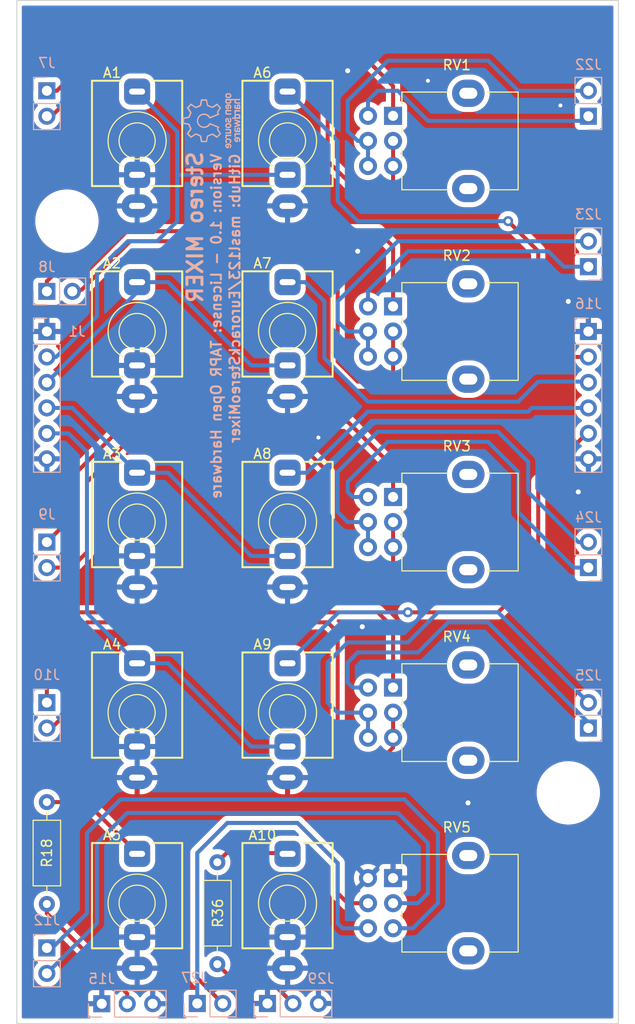
<source format=kicad_pcb>
(kicad_pcb (version 20211014) (generator pcbnew)
  (title_block (comment 1 "Licensed under the TAPR Open Hardware License (www.tapr.org/OHL)"))
  (layers (0 "F.Cu" signal) (31 "B.Cu" signal) (34 "B.Paste" user) (35 "F.Paste" user) (36 "B.SilkS" user "B.Silkscreen") (37 "F.SilkS" user "F.Silkscreen") (38 "B.Mask" user) (39 "F.Mask" user) (44 "Edge.Cuts" user))
  (net 0 "")
  (net 1 "GNDD")
  (net 2 "L1_IN")
  (net 3 "L2_IN")
  (net 4 "L3_IN")
  (net 5 "L4_IN")
  (net 6 "Net-(A6-PadT)")
  (net 7 "Net-(A7-PadT)")
  (net 8 "Net-(A8-PadT)")
  (net 9 "Net-(J7-Pad2)")
  (net 10 "Net-(J8-Pad2)")
  (net 11 "Net-(J7-Pad1)")
  (net 12 "Net-(J8-Pad1)")
  (net 13 "Net-(J9-Pad1)")
  (net 14 "Net-(J9-Pad2)")
  (net 15 "Net-(J10-Pad1)")
  (net 16 "Net-(J10-Pad2)")
  (net 17 "Net-(J12-Pad2)")
  (net 18 "Net-(J15-Pad2)")
  (net 19 "Net-(J22-Pad1)")
  (net 20 "Net-(J22-Pad2)")
  (net 21 "Net-(J23-Pad1)")
  (net 22 "Net-(J23-Pad2)")
  (net 23 "Net-(J24-Pad2)")
  (net 24 "Net-(A9-PadT)")
  (net 25 "Net-(J12-Pad1)")
  (net 26 "Net-(J24-Pad1)")
  (net 27 "Net-(J25-Pad1)")
  (net 28 "Net-(J25-Pad2)")
  (net 29 "Net-(J27-Pad1)")
  (net 30 "Net-(J27-Pad2)")
  (net 31 "Net-(J29-Pad2)")
  (net 32 "Net-(A5-PadT)")
  (net 33 "Net-(A10-PadT)")
  (footprint "Potentiometer_THT:Potentiometer_Alpha_RD902F-40-00D_Dual_Vertical" (layer "F.Cu") (at 60.525 133.5)
    (fp_text reference "RV5")
    (fp_text value "A100k" hide)
  )
  (footprint "Potentiometer_THT:Potentiometer_Alpha_RD902F-40-00D_Dual_Vertical" (layer "F.Cu") (at 60.525 57.5)
    (fp_text reference "RV1")
    (fp_text value "A100k" hide)
  )
  (footprint "AudioJacks:Jack_3.5mm_QingPu_WQP-PJ398SM_Vertical" (layer "F.Cu") (at 35 60)
    (fp_text reference "A1")
    (fp_text value "~" hide)
  )
  (footprint "MountingHole:MountingHole_3.2mm_M3" (layer "F.Cu") (at 28 68)
    (fp_text reference "H1" hide)
    (fp_text value "MountingHole" hide)
  )
  (footprint "AudioJacks:Jack_3.5mm_QingPu_WQP-PJ398SM_Vertical" (layer "F.Cu") (at 50 98)
    (fp_text reference "A8")
    (fp_text value "~" hide)
  )
  (footprint "AudioJacks:Jack_3.5mm_QingPu_WQP-PJ398SM_Vertical" (layer "F.Cu") (at 35 117)
    (fp_text reference "A4")
    (fp_text value "~" hide)
  )
  (footprint "AudioJacks:Jack_3.5mm_QingPu_WQP-PJ398SM_Vertical" (layer "F.Cu") (at 50 79)
    (fp_text reference "A7")
    (fp_text value "~" hide)
  )
  (footprint "MountingHole:MountingHole_3.2mm_M3" (layer "F.Cu") (at 78 125)
    (fp_text reference "H2" hide)
    (fp_text value "MountingHole" hide)
  )
  (footprint "AudioJacks:Jack_3.5mm_QingPu_WQP-PJ398SM_Vertical" (layer "F.Cu") (at 50 60)
    (fp_text reference "A6")
    (fp_text value "~" hide)
  )
  (footprint "Resistor_THT:R_Axial_DIN0207_L6.3mm_D2.5mm_P10.16mm_Horizontal" (layer "F.Cu") (at 43 142.08 90)
    (fp_text reference "R36")
    (fp_text value "100k" hide)
  )
  (footprint "AudioJacks:Jack_3.5mm_QingPu_WQP-PJ398SM_Vertical" (layer "F.Cu") (at 50 117)
    (fp_text reference "A9")
    (fp_text value "~" hide)
  )
  (footprint "AudioJacks:Jack_3.5mm_QingPu_WQP-PJ398SM_Vertical" (layer "F.Cu") (at 35 98)
    (fp_text reference "A3")
    (fp_text value "~" hide)
  )
  (footprint "Potentiometer_THT:Potentiometer_Alpha_RD902F-40-00D_Dual_Vertical" (layer "F.Cu") (at 60.525 76.5)
    (fp_text reference "RV2")
    (fp_text value "A100k" hide)
  )
  (footprint "Potentiometer_THT:Potentiometer_Alpha_RD902F-40-00D_Dual_Vertical" (layer "F.Cu") (at 60.525 95.5)
    (fp_text reference "RV3")
    (fp_text value "A100k" hide)
  )
  (footprint "Potentiometer_THT:Potentiometer_Alpha_RD902F-40-00D_Dual_Vertical" (layer "F.Cu") (at 60.525 114.5)
    (fp_text reference "RV4")
    (fp_text value "A100k" hide)
  )
  (footprint "Resistor_THT:R_Axial_DIN0207_L6.3mm_D2.5mm_P10.16mm_Horizontal" (layer "F.Cu") (at 26 136.08 90)
    (fp_text reference "R18")
    (fp_text value "100k" hide)
  )
  (footprint "AudioJacks:Jack_3.5mm_QingPu_WQP-PJ398SM_Vertical" (layer "F.Cu") (at 50 136)
    (fp_text reference "A10")
    (fp_text value "~" hide)
  )
  (footprint "AudioJacks:Jack_3.5mm_QingPu_WQP-PJ398SM_Vertical" (layer "F.Cu") (at 35 79)
    (fp_text reference "A2")
    (fp_text value "~" hide)
  )
  (footprint "AudioJacks:Jack_3.5mm_QingPu_WQP-PJ398SM_Vertical" (layer "F.Cu") (at 35 136)
    (fp_text reference "A5")
    (fp_text value "~" hide)
  )
  (footprint "Connector_PinSocket_2.54mm:PinSocket_1x02_P2.54mm_Vertical" (layer "B.Cu") (at 26 100 180)
    (fp_text reference "J9")
    (fp_text value "Conn_01x02" hide)
  )
  (footprint "Connector_PinSocket_2.54mm:PinSocket_1x02_P2.54mm_Vertical" (layer "B.Cu") (at 26 75 -90)
    (fp_text reference "J8")
    (fp_text value "Conn_01x02" hide)
  )
  (footprint "Connector_PinSocket_2.54mm:PinSocket_1x06_P2.54mm_Vertical" (layer "B.Cu") (at 80 79 180)
    (fp_text reference "J16")
    (fp_text value "Conn_01x06" hide)
  )
  (footprint "Connector_PinSocket_2.54mm:PinSocket_1x02_P2.54mm_Vertical" (layer "B.Cu") (at 26 116 180)
    (fp_text reference "J10")
    (fp_text value "Conn_01x02" hide)
  )
  (footprint "Connector_PinSocket_2.54mm:PinSocket_1x02_P2.54mm_Vertical" (layer "B.Cu") (at 80 57.54)
    (fp_text reference "J22")
    (fp_text value "Conn_01x02" hide)
  )
  (footprint "Connector_PinSocket_2.54mm:PinSocket_1x02_P2.54mm_Vertical" (layer "B.Cu") (at 26 55 180)
    (fp_text reference "J7")
    (fp_text value "Conn_01x02")
  )
  (footprint "Connector_PinSocket_2.54mm:PinSocket_1x03_P2.54mm_Vertical" (layer "B.Cu") (at 31.475 146.025 -90)
    (fp_text reference "J15")
    (fp_text value "Conn_01x03" hide)
  )
  (footprint "Connector_PinSocket_2.54mm:PinSocket_1x02_P2.54mm_Vertical" (layer "B.Cu") (at 80 118.54)
    (fp_text reference "J25")
    (fp_text value "Conn_01x02")
  )
  (footprint "Connector_PinSocket_2.54mm:PinSocket_1x02_P2.54mm_Vertical" (layer "B.Cu") (at 80 72.54)
    (fp_text reference "J23")
    (fp_text value "Conn_01x02" hide)
  )
  (footprint "Connector_PinSocket_2.54mm:PinSocket_1x02_P2.54mm_Vertical" (layer "B.Cu") (at 26 140.46 180)
    (fp_text reference "J12")
    (fp_text value "Conn_01x02" hide)
  )
  (footprint "Connector_PinSocket_2.54mm:PinSocket_1x06_P2.54mm_Vertical" (layer "B.Cu") (at 26 79 180)
    (fp_text reference "J1")
    (fp_text value "Conn_01x06" hide)
  )
  (footprint "Connector_PinSocket_2.54mm:PinSocket_1x03_P2.54mm_Vertical" (layer "B.Cu") (at 48 146 -90)
    (fp_text reference "J29")
    (fp_text value "Conn_01x03" hide)
  )
  (footprint "Connector_PinSocket_2.54mm:PinSocket_1x02_P2.54mm_Vertical" (layer "B.Cu") (at 41 146 -90)
    (fp_text reference "J27")
    (fp_text value "Conn_01x02" hide)
  )
  (footprint "Connector_PinSocket_2.54mm:PinSocket_1x02_P2.54mm_Vertical" (layer "B.Cu") (at 80 102.54)
    (fp_text reference "J24")
    (fp_text value "Conn_01x02")
  )
  (gr_poly (pts (xy 43.802827 60.499669) (xy 43.803639 60.511302) (xy 43.804983 60.522803) (xy 43.806852 60.534155) (xy 43.809239 60.545342) (xy 43.812137 60.556346) (xy 43.815539 60.56715) (xy 43.819437 60.577739) (xy 43.823825 60.588094) (xy 43.828694 60.598199) (xy 43.834038 60.608036) (xy 43.83985 60.61759) (xy 43.846122 60.626843) (xy 43.852848 60.635777) (xy 43.86002 60.644377) (xy 43.86763 60.652625) (xy 43.875673 60.660504) (xy 43.884139 60.667998) (xy 43.893023 60.675089) (xy 43.902318 60.681761) (xy 43.912015 60.687996) (xy 43.922108 60.693778) (xy 43.932589 60.699089) (xy 43.943452 60.703913) (xy 43.954689 60.708233) (xy 43.966293 60.712032) (xy 43.978256 60.715293) (xy 43.990573 60.717999) (xy 44.003234 60.720134) (xy 44.016234 60.721679) (xy 44.029565 60.722619) (xy 44.04322 60.722936) (xy 44.137676 60.722936) (xy 44.137676 60.367621) (xy 44.146292 60.367788) (xy 44.154637 60.368284) (xy 44.162712 60.369103) (xy 44.170517 60.370237) (xy 44.17805 60.371682) (xy 44.185312 60.373429) (xy 44.192303 60.375473) (xy 44.199022 60.377806) (xy 44.20547 60.380423) (xy 44.211645 60.383316) (xy 44.217549 60.38648) (xy 44.223179 60.389906) (xy 44.228538 60.39359) (xy 44.233623 60.397525) (xy 44.238435 60.401703) (xy 44.242974 60.406118) (xy 44.24724 60.410764) (xy 44.251232 60.415635) (xy 44.25495 60.420722) (xy 44.258394 60.426021) (xy 44.261563 60.431524) (xy 44.264458 60.437225) (xy 44.267079 60.443117) (xy 44.269424 60.449194) (xy 44.271494 60.455449) (xy 44.273289 60.461876) (xy 44.274809 60.468468) (xy 44.276052 60.475218) (xy 44.27702 60.482119) (xy 44.277711 60.489167) (xy 44.278126 60.496352) (xy 44.278265 60.50367) (xy 44.278029 60.511927) (xy 44.277326 60.520236) (xy 44.276165 60.528575) (xy 44.274555 60.536918) (xy 44.272503 60.545242) (xy 44.270017 60.55352) (xy 44.267106 60.561729) (xy 44.263779 60.569845) (xy 44.260043 60.577842) (xy 44.255906 60.585697) (xy 44.251378 60.593384) (xy 44.246466 60.600879) (xy 44.241179 60.608157) (xy 44.235524 60.615194) (xy 44.229511 60.621966) (xy 44.223147 60.628448) (xy 44.293949 60.711664) (xy 44.305732 60.700938) (xy 44.316635 60.689834) (xy 44.326675 60.678373) (xy 44.335868 60.666574) (xy 44.344232 60.654458) (xy 44.351781 60.642044) (xy 44.358534 60.629352) (xy 44.364506 60.616403) (xy 44.369713 60.603216) (xy 44.374173 60.589811) (xy 44.377902 60.576208) (xy 44.380915 60.562427) (xy 44.383231 60.548489) (xy 44.384864 60.534412) (xy 44.385832 60.520217) (xy 44.386151 60.505924) (xy 44.385462 60.483807) (xy 44.383277 60.46147) (xy 44.379418 60.439141) (xy 44.373707 60.417045) (xy 44.365966 60.395412) (xy 44.361279 60.384839) (xy 44.356019 60.374467) (xy 44.350162 60.364324) (xy 44.343686 60.354439) (xy 44.33657 60.344839) (xy 44.328791 60.335554) (xy 44.320327 60.326611) (xy 44.311156 60.31804) (xy 44.301255 60.309868) (xy 44.290602 60.302124) (xy 44.279176 60.294836) (xy 44.266953 60.288033) (xy 44.253912 60.281743) (xy 44.240031 60.275994) (xy 44.225286 60.270815) (xy 44.209657 60.266235) (xy 44.19312 60.262282) (xy 44.175654 60.258983) (xy 44.157237 60.256368) (xy 44.137845 60.254465) (xy 44.117458 60.253303) (xy 44.096052 60.252909) (xy 44.075723 60.25327) (xy 44.056256 60.254337) (xy 44.043252 60.255556) (xy 44.043252 60.367621) (xy 44.043252 60.608223) (xy 44.035248 60.60777) (xy 44.027483 60.607053) (xy 44.019957 60.606076) (xy 44.012673 60.604845) (xy 44.00563 60.603365) (xy 43.99883 60.601641) (xy 43.992273 60.599677) (xy 43.985962 60.59748) (xy 43.979896 60.595054) (xy 43.974077 60.592405) (xy 43.968506 60.589537) (xy 43.963183 60.586455) (xy 43.958111 60.583166) (xy 43.953289 60.579673) (xy 43.948719 60.575982) (xy 43.944402 60.572099) (xy 43.940339 60.568028) (xy 43.936531 60.563774) (xy 43.932978 60.559343) (xy 43.929683 60.554739) (xy 43.926645 60.549968) (xy 43.923866 60.545036) (xy 43.921347 60.539946) (xy 43.919089 60.534704) (xy 43.917093 60.529316) (xy 43.91536 60.523786) (xy 43.91389 60.51812) (xy 43.912686 60.512322) (xy 43.911747 60.506399) (xy 43.911076 60.500354) (xy 43.910672 60.494193) (xy 43.910537 60.487921) (xy 43.910672 60.481647) (xy 43.911076 60.475476) (xy 43.911747 60.469416) (xy 43.912686 60.463473) (xy 43.91389 60.457651) (xy 43.91536 60.451956) (xy 43.917093 60.446396) (xy 43.919089 60.440974) (xy 43.921347 60.435697) (xy 43.923866 60.430571) (xy 43.926645 60.425602) (xy 43.929683 60.420794) (xy 43.932978 60.416155) (xy 43.936531 60.41169) (xy 43.940339 60.407404) (xy 43.944402 60.403304) (xy 43.948719 60.399395) (xy 43.953289 60.395683) (xy 43.958111 60.392173) (xy 43.963183 60.388872) (xy 43.968506 60.385785) (xy 43.974077 60.382918) (xy 43.979896 60.380277) (xy 43.985961 60.377868) (xy 43.992273 60.375696) (xy 43.998829 60.373767) (xy 44.005629 60.372086) (xy 44.012672 60.370661) (xy 44.019957 60.369496) (xy 44.027483 60.368597) (xy 44.035248 60.36797) (xy 44.043252 60.367621) (xy 44.043252 60.255556) (xy 44.037636 60.256083) (xy 44.019849 60.258484) (xy 44.002882 60.261514) (xy 43.98672 60.265148) (xy 43.971348 60.269359) (xy 43.956753 60.274123) (xy 43.94292 60.279414) (xy 43.929835 60.285207) (xy 43.917485 60.291475) (xy 43.905854 60.298194) (xy 43.894929 60.305338) (xy 43.884695 60.312881) (xy 43.875139 60.320799) (xy 43.866245 60.329065) (xy 43.858001 60.337654) (xy 43.850391 60.346541) (xy 43.843402 60.355699) (xy 43.837019 60.365105) (xy 43.831228 60.374731) (xy 43.826015 60.384553) (xy 43.821366 60.394545) (xy 43.817267 60.404682) (xy 43.813703 60.414938) (xy 43.81066 60.425287) (xy 43.808124 60.435705) (xy 43.806081 60.446165) (xy 43.803417 60.467111) (xy 43.802555 60.487922)) (layer "B.SilkS") (width 0.024) (fill solid))
  (gr_poly (pts (xy 43.802951 56.097136) (xy 43.804024 56.109535) (xy 43.805775 56.121491) (xy 43.808176 56.133005) (xy 43.811196 56.144078) (xy 43.814806 56.154712) (xy 43.818976 56.164908) (xy 43.823677 56.174668) (xy 43.828878 56.183994) (xy 43.834551 56.192887) (xy 43.840665 56.201348) (xy 43.847191 56.209379) (xy 43.854098 56.216982) (xy 43.861359 56.224157) (xy 43.868942 56.230906) (xy 43.876818 56.237232) (xy 43.884395 56.242871) (xy 43.892048 56.248004) (xy 43.899935 56.252649) (xy 43.908212 56.256826) (xy 43.912546 56.258746) (xy 43.917036 56.260556) (xy 43.921702 56.262259) (xy 43.926564 56.263857) (xy 43.93164 56.265354) (xy 43.936951 56.266751) (xy 43.948355 56.269256) (xy 43.960932 56.271392) (xy 43.974838 56.273179) (xy 43.990231 56.274637) (xy 44.007267 56.275786) (xy 44.026103 56.276645) (xy 44.046894 56.277234) (xy 44.069799 56.277573) (xy 44.094972 56.277681) (xy 44.142665 56.277234) (xy 44.182007 56.275786) (xy 44.198933 56.274637) (xy 44.214235 56.273179) (xy 44.228068 56.271392) (xy 44.240586 56.269256) (xy 44.251944 56.266751) (xy 44.262296 56.263857) (xy 44.271798 56.260556) (xy 44.280603 56.256826) (xy 44.288866 56.252649) (xy 44.296742 56.248004) (xy 44.304386 56.242871) (xy 44.311952 56.237232) (xy 44.319828 56.230906) (xy 44.327411 56.224157) (xy 44.334672 56.216982) (xy 44.34158 56.209379) (xy 44.348105 56.201348) (xy 44.354219 56.192887) (xy 44.359892 56.183994) (xy 44.365093 56.174668) (xy 44.369794 56.164908) (xy 44.371947 56.159864) (xy 44.373964 56.154712) (xy 44.375841 56.149449) (xy 44.377574 56.144078) (xy 44.37916 56.138596) (xy 44.380594 56.133005) (xy 44.381874 56.127303) (xy 44.382995 56.121491) (xy 44.383954 56.115568) (xy 44.384746 56.109535) (xy 44.385369 56.103391) (xy 44.385819 56.097136) (xy 44.386092 56.09077) (xy 44.386183 56.084292) (xy 44.38587 56.073469) (xy 44.384945 56.062924) (xy 44.383426 56.052642) (xy 44.381334 56.04261) (xy 44.378689 56.032816) (xy 44.375509 56.023247) (xy 44.371817 56.013888) (xy 44.367629 56.004727) (xy 44.362968 55.99575) (xy 44.357852 55.986945) (xy 44.352301 55.978298) (xy 44.346334 55.969796) (xy 44.339973 55.961425) (xy 44.333236 55.953173) (xy 44.326143 55.945027) (xy 44.318714 55.936972) (xy 44.770517 55.936559) (xy 44.76235 55.943884) (xy 44.75471 55.951518) (xy 44.747596 55.959455) (xy 44.741008 55.967689) (xy 44.734947 55.976213) (xy 44.729412 55.98502) (xy 44.724404 55.994103) (xy 44.719923 56.003457) (xy 44.715969 56.013074) (xy 44.712542 56.022947) (xy 44.709641 56.033071) (xy 44.707268 56.043439) (xy 44.705422 56.054043) (xy 44.704103 56.064878) (xy 44.703312 56.075937) (xy 44.703048 56.087213) (xy 44.703249 56.095574) (xy 44.70385 56.103987) (xy 44.70485 56.11243) (xy 44.706248 56.120884) (xy 44.708041 56.129327) (xy 44.710229 56.137738) (xy 44.712811 56.146097) (xy 44.715784 56.154382) (xy 44.719147 56.162574) (xy 44.7229 56.170651) (xy 44.72704 56.178592) (xy 44.731565 56.186377) (xy 44.736475 56.193985) (xy 44.741769 56.201395) (xy 44.747444 56.208587) (xy 44.753499 56.215539) (xy 44.759933 56.22223) (xy 44.766744 56.228641) (xy 44.773932 56.23475) (xy 44.781493 56.240536) (xy 44.789428 56.245979) (xy 44.797734 56.251057) (xy 44.80641 56.255751) (xy 44.815455 56.260038) (xy 44.824867 56.263899) (xy 44.834645 56.267313) (xy 44.844788 56.270259) (xy 44.855293 56.272715) (xy 44.86616 56.274662) (xy 44.877386 56.276079) (xy 44.888972 56.276944) (xy 44.900914 56.277237) (xy 45.279882 56.277237) (xy 45.279882 56.162556) (xy 44.940316 56.162556) (xy 44.933135 56.162415) (xy 44.926147 56.161997) (xy 44.919355 56.161308) (xy 44.912761 56.160353) (xy 44.906367 56.159139) (xy 44.900177 56.157671) (xy 44.894191 56.155956) (xy 44.888412 56.153999) (xy 44.882843 56.151806) (xy 44.877486 56.149384) (xy 44.872342 56.146739) (xy 44.867415 56.143876) (xy 44.862706 56.140801) (xy 44.858218 56.13752) (xy 44.853952 56.134039) (xy 44.849912 56.130365) (xy 44.8461 56.126503) (xy 44.842516 56.12246) (xy 44.839165 56.11824) (xy 44.836048 56.11385) (xy 44.833168 56.109297) (xy 44.830526 56.104585) (xy 44.828125 56.099722) (xy 44.825967 56.094713) (xy 44.824055 56.089563) (xy 44.822391 56.08428) (xy 44.820976 56.078868) (xy 44.819813 56.073334) (xy 44.818905 56.067684) (xy 44.818254 56.061924) (xy 44.817861 56.05606) (xy 44.81773 56.050097) (xy 44.817861 56.044034) (xy 44.818254 56.038075) (xy 44.818905 56.032227) (xy 44.819813 56.026495) (xy 44.820976 56.020885) (xy 44.822391 56.015403) (xy 44.824055 56.010054) (xy 44.825968 56.004845) (xy 44.828125 55.99978) (xy 44.830526 55.994867) (xy 44.833168 55.990109) (xy 44.836049 55.985515) (xy 44.839165 55.981088) (xy 44.842517 55.976835) (xy 44.8461 55.972761) (xy 44.849912 55.968873) (xy 44.853953 55.965176) (xy 44.858218 55.961675) (xy 44.862706 55.958378) (xy 44.867415 55.955288) (xy 44.872342 55.952413) (xy 44.877486 55.949757) (xy 44.882843 55.947327) (xy 44.888413 55.945129) (xy 44.894191 55.943167) (xy 44.900177 55.941449) (xy 44.906368 55.939979) (xy 44.912761 55.938763) (xy 44.919355 55.937808) (xy 44.926147 55.937118) (xy 44.933135 55.9367) (xy 44.940316 55.936559) (xy 45.279883 55.936559) (xy 45.279883 55.821847) (xy 44.09494 55.821847) (xy 44.09494 55.936972) (xy 44.1261 55.937422) (xy 44.141724 55.938195) (xy 44.157167 55.93952) (xy 44.172274 55.941536) (xy 44.186888 55.944384) (xy 44.200852 55.948205) (xy 44.207542 55.950523) (xy 44.214011 55.953137) (xy 44.22024 55.956064) (xy 44.226208 55.959321) (xy 44.231897 55.962927) (xy 44.237286 55.966898) (xy 44.242357 55.971251) (xy 44.247089 55.976006) (xy 44.251464 55.981178) (xy 44.255461 55.986786) (xy 44.259061 55.992848) (xy 44.262244 55.999379) (xy 44.264992 56.006399) (xy 44.267283 56.013924) (xy 44.2691 56.021972) (xy 44.270422 56.030561) (xy 44.271229 56.039708) (xy 44.271502 56.049431) (xy 44.271245 56.059254) (xy 44.270483 56.068496) (xy 44.269233 56.077173) (xy 44.267513 56.085304) (xy 44.265337 56.092906) (xy 44.262723 56.099997) (xy 44.259688 56.106595) (xy 44.256247 56.112717) (xy 44.252417 56.118382) (xy 44.248215 56.123606) (xy 44.243657 56.128407) (xy 44.238759 56.132804) (xy 44.233539 56.136813) (xy 44.228013 56.140454) (xy 44.222196 56.143742) (xy 44.216107 56.146697) (xy 44.20976 56.149335) (xy 44.203173 56.151675) (xy 44.196362 56.153734) (xy 44.189343 56.15553) (xy 44.182133 56.15708) (xy 44.174749 56.158403) (xy 44.159524 56.160436) (xy 44.143798 56.16177) (xy 44.127705 56.162548) (xy 44.111375 56.162911) (xy 44.09494 56.163) (xy 44.061791 56.162548) (xy 44.045544 56.16177) (xy 44.029688 56.160436) (xy 44.014353 56.158403) (xy 43.99967 56.15553) (xy 43.985769 56.151675) (xy 43.979151 56.149335) (xy 43.972778 56.146697) (xy 43.966666 56.143742) (xy 43.96083 56.140454) (xy 43.955286 56.136813) (xy 43.950052 56.132804) (xy 43.945144 56.128407) (xy 43.940576 56.123606) (xy 43.936367 56.118382) (xy 43.932532 56.112717) (xy 43.929087 56.106595) (xy 43.926049 56.099997) (xy 43.923433 56.092906) (xy 43.921257 56.085304) (xy 43.919536 56.077173) (xy 43.918287 56.068496) (xy 43.917525 56.059254) (xy 43.917268 56.049431) (xy 43.917541 56.039711) (xy 43.918349 56.030567) (xy 43.919671 56.02198) (xy 43.921489 56.013933) (xy 43.923783 56.006409) (xy 43.926533 55.999391) (xy 43.929721 55.99286) (xy 43.933327 55.9868) (xy 43.937331 55.981192) (xy 43.941715 55.97602) (xy 43.946458 55.971266) (xy 43.951543 55.966911) (xy 43.956948 55.96294) (xy 43.962655 55.959334) (xy 43.968645 55.956076) (xy 43.974898 55.953149) (xy 43.981395 55.950534) (xy 43.988116 55.948215) (xy 43.995042 55.946174) (xy 44.002154 55.944393) (xy 44.009432 55.942855) (xy 44.016858 55.941542) (xy 44.032072 55.939524) (xy 44.047642 55.938198) (xy 44.063414 55.937424) (xy 44.079231 55.937062) (xy 44.09494 55.936972) (xy 44.09494 55.821847) (xy 43.809349 55.821847) (xy 43.809349 55.936972) (xy 43.868944 55.936972) (xy 43.861711 55.943917) (xy 43.854789 55.951241) (xy 43.848201 55.958926) (xy 43.841966 55.966956) (xy 43.836108 55.975315) (xy 43.830647 55.983987) (xy 43.825604 55.992955) (xy 43.821002 56.002203) (xy 43.81686 56.011714) (xy 43.813202 56.021472) (xy 43.810047 56.031461) (xy 43.807419 56.041664) (xy 43.805337 56.052065) (xy 43.803823 56.062648) (xy 43.802899 56.073395) (xy 43.802587 56.084292)) (layer "B.SilkS") (width 0.024) (fill solid))
  (gr_poly (pts (xy 44.703614 58.910052) (xy 44.705353 58.93477) (xy 44.708335 58.958308) (xy 44.710313 58.969609) (xy 44.712626 58.980586) (xy 44.715284 58.991229) (xy 44.718295 59.001529) (xy 44.721666 59.011474) (xy 44.725408 59.021057) (xy 44.729527 59.030266) (xy 44.734032 59.039093) (xy 44.738933 59.047528) (xy 44.744237 59.05556) (xy 44.749952 59.063181) (xy 44.756087 59.070381) (xy 44.762651 59.077149) (xy 44.769653 59.083477) (xy 44.777099 59.089354) (xy 44.784999 59.094771) (xy 44.793362 59.099718) (xy 44.802195 59.104185) (xy 44.811508 59.108163) (xy 44.821308 59.111643) (xy 44.831604 59.114613) (xy 44.842404 59.117066) (xy 44.853717 59.11899) (xy 44.865552 59.120376) (xy 44.877916 59.121215) (xy 44.890818 59.121497) (xy 45.279883 59.121497) (xy 45.279883 59.006753) (xy 45.229273 59.006753) (xy 45.229273 59.00453) (xy 45.236411 58.999911) (xy 45.243051 58.994888) (xy 45.249199 58.989431) (xy 45.254861 58.983505) (xy 45.26004 58.977078) (xy 45.264742 58.970118) (xy 45.268972 58.962591) (xy 45.272735 58.954464) (xy 45.276037 58.945706) (xy 45.278882 58.936282) (xy 45.281275 58.926161) (xy 45.283222 58.915309) (xy 45.284728 58.903694) (xy 45.285796 58.891283) (xy 45.286434 58.878043) (xy 45.286646 58.863941) (xy 45.286426 58.852184) (xy 45.285775 58.840741) (xy 45.284702 58.829615) (xy 45.283215 58.81881) (xy 45.281325 58.808331) (xy 45.27904 58.798181) (xy 45.276371 58.788364) (xy 45.273327 58.778884) (xy 45.269917 58.769744) (xy 45.266151 58.76095) (xy 45.262038 58.752504) (xy 45.257588 58.744411) (xy 45.25281 58.736675) (xy 45.247714 58.729299) (xy 45.242308 58.722288) (xy 45.236604 58.715645) (xy 45.230609 58.709374) (xy 45.224334 58.703479) (xy 45.217788 58.697964) (xy 45.210981 58.692834) (xy 45.203921 58.688091) (xy 45.196619 58.68374) (xy 45.189084 58.679785) (xy 45.181325 58.67623) (xy 45.173352 58.673078) (xy 45.165174 58.670334) (xy 45.156801 58.668001) (xy 45.148242 58.666084) (xy 45.139507 58.664585) (xy 45.130605 58.663511) (xy 45.121546 58.662863) (xy 45.112338 58.662646) (xy 45.106718 58.662768) (xy 45.106718 58.770659) (xy 45.11382 58.771019) (xy 45.120776 58.772116) (xy 45.127541 58.773975) (xy 45.134073 58.776619) (xy 45.137238 58.778243) (xy 45.14033 58.780074) (xy 45.143341 58.782113) (xy 45.146267 58.784364) (xy 45.149103 58.786829) (xy 45.151843 58.789513) (xy 45.154482 58.792418) (xy 45.157014 58.795547) (xy 45.159434 58.798904) (xy 45.161738 58.80249) (xy 45.163918 58.80631) (xy 45.165971 58.810367) (xy 45.16789 58.814663) (xy 45.16967 58.819202) (xy 45.171307 58.823986) (xy 45.172793 58.829019) (xy 45.175297 58.839844) (xy 45.177139 58.851701) (xy 45.178275 58.864615) (xy 45.178664 58.878609) (xy 45.178529 58.895798) (xy 45.178056 58.911555) (xy 45.177146 58.925926) (xy 45.175698 58.938954) (xy 45.17474 58.944979) (xy 45.17361 58.950685) (xy 45.172295 58.956077) (xy 45.170783 58.961162) (xy 45.16906 58.965945) (xy 45.167115 58.970431) (xy 45.164935 58.974625) (xy 45.162507 58.978535) (xy 45.159818 58.982164) (xy 45.156857 58.985519) (xy 45.15361 58.988605) (xy 45.150065 58.991427) (xy 45.14621 58.993992) (xy 45.142031 58.996305) (xy 45.137516 58.998371) (xy 45.132653 59.000196) (xy 45.127429 59.001786) (xy 45.121832 59.003145) (xy 45.115848 59.00428) (xy 45.109466 59.005197) (xy 45.102672 59.0059) (xy 45.095455 59.006395) (xy 45.087801 59.006688) (xy 45.079698 59.006784) (xy 45.038074 59.006784) (xy 45.038074 58.869624) (xy 45.038153 58.863404) (xy 45.038388 58.857394) (xy 45.038777 58.851593) (xy 45.039317 58.846001) (xy 45.040006 58.840616) (xy 45.040842 58.835437) (xy 45.041823 58.830465) (xy 45.042947 58.825697) (xy 45.04421 58.821134) (xy 45.045611 58.816774) (xy 45.047148 58.812617) (xy 45.048818 58.808662) (xy 45.05062 58.804907) (xy 45.05255 58.801353) (xy 45.054606 58.797997) (xy 45.056787 58.794841) (xy 45.05909 58.791882) (xy 45.061512 58.78912) (xy 45.064052 58.786554) (xy 45.066707 58.784183) (xy 45.069474 58.782006) (xy 45.072353 58.780023) (xy 45.075339 58.778233) (xy 45.078432 58.776635) (xy 45.081628 58.775228) (xy 45.084926 58.774011) (xy 45.088324 58.772983) (xy 45.091818 58.772144) (xy 45.095406 58.771493) (xy 45.099088 58.771029) (xy 45.102859 58.770752) (xy 45.106718 58.770659) (xy 45.106718 58.662768) (xy 45.103843 58.66283) (xy 45.095438 58.663384) (xy 45.087135 58.664305) (xy 45.078946 58.665593) (xy 45.070883 58.667248) (xy 45.062957 58.66927) (xy 45.055181 58.671656) (xy 45.047565 58.674408) (xy 45.040122 58.677523) (xy 45.032864 58.681002) (xy 45.025802 58.684844) (xy 45.018948 58.689048) (xy 45.012314 58.693614) (xy 45.005911 58.69854) (xy 44.999752 58.703827) (xy 44.993847 58.709473) (xy 44.988209 58.715478) (xy 44.98285 58.721842) (xy 44.977781 58.728563) (xy 44.973014 58.735641) (xy 44.968561 58.743076) (xy 44.964434 58.750866) (xy 44.960644 58.759012) (xy 44.957202 58.767512) (xy 44.954122 58.776365) (xy 44.951414 58.785572) (xy 44.949091 58.795131) (xy 44.947164 58.805043) (xy 44.945644 58.815305) (xy 44.944544 58.825918) (xy 44.943876 58.836881) (xy 44.94365 58.848193) (xy 44.94365 59.006753) (xy 44.884056 59.006753) (xy 44.874345 59.006341) (xy 44.869788 59.005823) (xy 44.865426 59.005094) (xy 44.861257 59.004152) (xy 44.857277 59.002994) (xy 44.853483 59.001618) (xy 44.849874 59.000023) (xy 44.846445 58.998204) (xy 44.843194 58.996161) (xy 44.840118 58.993891) (xy 44.837215 58.991392) (xy 44.834481 58.988662) (xy 44.831913 58.985697) (xy 44.82951 58.982497) (xy 44.827267 58.979059) (xy 44.825182 58.975379) (xy 44.823253 58.971458) (xy 44.819848 58.962876) (xy 44.817029 58.953296) (xy 44.814775 58.9427) (xy 44.813061 58.931069) (xy 44.811865 58.918385) (xy 44.811164 58.90463) (xy 44.810935 58.889786) (xy 44.81107 58.878975) (xy 44.811485 58.868869) (xy 44.812193 58.859433) (xy 44.813211 58.850631) (xy 44.81384 58.846457) (xy 44.814552 58.842429) (xy 44.815348 58.838543) (xy 44.816231 58.834793) (xy 44.817202 58.831176) (xy 44.818263 58.827688) (xy 44.819416 58.824323) (xy 44.820663 58.821078) (xy 44.822005 58.817949) (xy 44.823444 58.814931) (xy 44.824983 58.812019) (xy 44.826623 58.809209) (xy 44.828365 58.806498) (xy 44.830213 58.80388) (xy 44.832166 58.801352) (xy 44.834229 58.798908) (xy 44.836401 58.796545) (xy 44.838685 58.794259) (xy 44.841083 58.792044) (xy 44.843597 58.789897) (xy 44.846228 58.787813) (xy 44.848979 58.785789) (xy 44.851851 58.783819) (xy 44.854846 58.781899) (xy 44.786266 58.69192) (xy 44.775316 58.700366) (xy 44.765242 58.709267) (xy 44.75602 58.718627) (xy 44.747626 58.728451) (xy 44.740037 58.738743) (xy 44.73323 58.749508) (xy 44.727181 58.760751) (xy 44.721869 58.772477) (xy 44.717268 58.78469) (xy 44.713356 58.797396) (xy 44.710109 58.810598) (xy 44.707506 58.824302) (xy 44.705521 58.838512) (xy 44.704132 58.853234) (xy 44.703316 58.868471) (xy 44.703049 58.884229)) (layer "B.SilkS") (width 0.024) (fill solid))
  (gr_poly (pts (xy 44.148884 58.923092) (xy 44.15606 58.923232) (xy 44.163043 58.923651) (xy 44.169831 58.924341) (xy 44.176421 58.925297) (xy 44.182811 58.926513) (xy 44.189 58.927984) (xy 44.194984 58.929703) (xy 44.200761 58.931666) (xy 44.206329 58.933865) (xy 44.211686 58.936296) (xy 44.21683 58.938953) (xy 44.221757 58.941829) (xy 44.226467 58.944919) (xy 44.230956 58.948218) (xy 44.235223 58.951719) (xy 44.239264 58.955417) (xy 44.243078 58.959306) (xy 44.246663 58.96338) (xy 44.250016 58.967634) (xy 44.253135 58.972061) (xy 44.256018 58.976656) (xy 44.258661 58.981413) (xy 44.261064 58.986326) (xy 44.263224 58.99139) (xy 44.265138 58.996599) (xy 44.266804 59.001947) (xy 44.268221 59.007428) (xy 44.269384 59.013036) (xy 44.270294 59.018767) (xy 44.270946 59.024613) (xy 44.271339 59.030569) (xy 44.27147 59.03663) (xy 44.271339 59.042595) (xy 44.270946 59.048462) (xy 44.270294 59.054225) (xy 44.269384 59.059877) (xy 44.268221 59.065413) (xy 44.266804 59.070826) (xy 44.265138 59.076112) (xy 44.263224 59.081263) (xy 44.261064 59.086274) (xy 44.258661 59.091139) (xy 44.256018 59.095852) (xy 44.253135 59.100406) (xy 44.250016 59.104797) (xy 44.246663 59.109018) (xy 44.243078 59.113062) (xy 44.239264 59.116925) (xy 44.235223 59.1206) (xy 44.230956 59.124081) (xy 44.226467 59.127362) (xy 44.221757 59.130438) (xy 44.21683 59.133301) (xy 44.211686 59.135947) (xy 44.206329 59.13837) (xy 44.200761 59.140562) (xy 44.194984 59.142519) (xy 44.189 59.144235) (xy 44.182811 59.145702) (xy 44.176421 59.146917) (xy 44.169831 59.147872) (xy 44.163043 59.148561) (xy 44.15606 59.148979) (xy 44.148884 59.14912) (xy 43.809317 59.14912) (xy 43.809317 59.263769) (xy 44.379452 59.263769) (xy 44.379452 59.14912) (xy 44.318683 59.14912) (xy 44.318683 59.146897) (xy 44.326849 59.139969) (xy 44.33449 59.132682) (xy 44.341604 59.125048) (xy 44.348191 59.117079) (xy 44.354253 59.108787) (xy 44.359787 59.100183) (xy 44.364795 59.091279) (xy 44.369276 59.082088) (xy 44.373231 59.07262) (xy 44.376658 59.062888) (xy 44.379558 59.052904) (xy 44.381931 59.042679) (xy 44.383777 59.032225) (xy 44.385096 59.021554) (xy 44.385887 59.010678) (xy 44.386151 58.999609) (xy 44.385951 58.991147) (xy 44.385349 58.982639) (xy 44.382952 58.96557) (xy 44.37897 58.948566) (xy 44.376389 58.94014) (xy 44.373416 58.931793) (xy 44.370052 58.923544) (xy 44.3663 58.915414) (xy 44.36216 58.907424) (xy 44.357634 58.899595) (xy 44.352724 58.891947) (xy 44.347431 58.8845) (xy 44.341756 58.877276) (xy 44.335701 58.870295) (xy 44.329267 58.863578) (xy 44.322456 58.857144) (xy 44.315268 58.851015) (xy 44.307707 58.845212) (xy 44.299772 58.839754) (xy 44.291466 58.834663) (xy 44.28279 58.829959) (xy 44.273745 58.825663) (xy 44.264333 58.821795) (xy 44.254555 58.818376) (xy 44.244412 58.815427) (xy 44.233907 58.812967) (xy 44.22304 58.811018) (xy 44.211813 58.809601) (xy 44.200228 58.808735) (xy 44.188286 58.808442) (xy 43.809317 58.808442) (xy 43.809317 58.923092)) (layer "B.SilkS") (width 0.024) (fill solid))
  (gr_poly (pts (xy 43.802666 58.483738) (xy 43.802993 58.491756) (xy 43.80353 58.499568) (xy 43.804267 58.507177) (xy 43.805198 58.514585) (xy 43.806316 58.521796) (xy 43.807611 58.528812) (xy 43.809078 58.535636) (xy 43.810707 58.54227) (xy 43.812492 58.548717) (xy 43.814426 58.55498) (xy 43.816499 58.561061) (xy 43.818705 58.566963) (xy 43.821036 58.57269) (xy 43.823484 58.578242) (xy 43.826042 58.583624) (xy 43.831457 58.593887) (xy 43.83722 58.603499) (xy 43.843269 58.612481) (xy 43.849543 58.620856) (xy 43.855982 58.628644) (xy 43.862524 58.635868) (xy 43.869109 58.642549) (xy 43.875675 58.648708) (xy 43.884747 58.656628) (xy 43.893904 58.663953) (xy 43.903259 58.670695) (xy 43.912923 58.676865) (xy 43.923008 58.682475) (xy 43.933628 58.687536) (xy 43.944893 58.69206) (xy 43.956915 58.696059) (xy 43.969808 58.699544) (xy 43.983683 58.702527) (xy 43.998652 58.705019) (xy 44.014827 58.707032) (xy 44.03232 58.708578) (xy 44.051243 58.709667) (xy 44.071709 58.710313) (xy 44.09383 58.710525) (xy 44.116135 58.710313) (xy 44.136765 58.709667) (xy 44.155831 58.708578) (xy 44.173448 58.707032) (xy 44.18973 58.705019) (xy 44.204789 58.702527) (xy 44.218738 58.699544) (xy 44.231692 58.696059) (xy 44.243764 58.69206) (xy 44.255068 58.687536) (xy 44.265715 58.682475) (xy 44.275821 58.676865) (xy 44.285499 58.670695) (xy 44.294862 58.663953) (xy 44.304023 58.656628) (xy 44.313095 58.648708) (xy 44.319661 58.642549) (xy 44.326243 58.635868) (xy 44.332783 58.628644) (xy 44.339217 58.620856) (xy 44.345487 58.612481) (xy 44.351531 58.603499) (xy 44.357287 58.593887) (xy 44.362696 58.583624) (xy 44.367697 58.57269) (xy 44.372228 58.561061) (xy 44.376229 58.548717) (xy 44.379639 58.535636) (xy 44.382397 58.521796) (xy 44.384442 58.507177) (xy 44.385714 58.491756) (xy 44.386152 58.475512) (xy 44.386041 58.467291) (xy 44.385714 58.459279) (xy 44.385179 58.451472) (xy 44.384442 58.443867) (xy 44.383513 58.436463) (xy 44.382397 58.429256) (xy 44.381103 58.422244) (xy 44.379639 58.415424) (xy 44.378012 58.408793) (xy 44.376229 58.402349) (xy 44.374299 58.396089) (xy 44.372228 58.39001) (xy 44.370025 58.38411) (xy 44.367697 58.378386) (xy 44.365252 58.372835) (xy 44.362697 58.367454) (xy 44.357288 58.357194) (xy 44.351531 58.347585) (xy 44.345487 58.338604) (xy 44.339218 58.33023) (xy 44.332783 58.322442) (xy 44.326244 58.315218) (xy 44.319661 58.308538) (xy 44.313095 58.302379) (xy 44.304023 58.294458) (xy 44.294863 58.287131) (xy 44.285502 58.280386) (xy 44.275826 58.274212) (xy 44.265722 58.268598) (xy 44.255076 58.263531) (xy 44.243774 58.259001) (xy 44.231704 58.254996) (xy 44.218751 58.251505) (xy 44.204802 58.248517) (xy 44.189744 58.246019) (xy 44.173462 58.244001) (xy 44.155843 58.242452) (xy 44.136774 58.241359) (xy 44.116141 58.240711) (xy 44.09383 58.240498) (xy 44.09383 58.355211) (xy 44.108738 58.355292) (xy 44.122322 58.355543) (xy 44.134683 58.355976) (xy 44.145922 58.356602) (xy 44.156139 58.357432) (xy 44.165435 58.358479) (xy 44.17391 58.359753) (xy 44.181666 58.361267) (xy 44.188803 58.363031) (xy 44.195421 58.365058) (xy 44.201621 58.367359) (xy 44.207505 58.369945) (xy 44.213171 58.372827) (xy 44.218722 58.376019) (xy 44.224258 58.37953) (xy 44.229878 58.383373) (xy 44.234244 58.386744) (xy 44.238458 58.390542) (xy 44.242503 58.394745) (xy 44.246361 58.399328) (xy 44.250014 58.404268) (xy 44.253444 58.409543) (xy 44.256632 58.415128) (xy 44.259561 58.421001) (xy 44.262213 58.427137) (xy 44.26457 58.433513) (xy 44.266613 58.440107) (xy 44.268325 58.446894) (xy 44.269689 58.453852) (xy 44.270685 58.460956) (xy 44.271295 58.468184) (xy 44.271503 58.475511) (xy 44.271295 58.48285) (xy 44.270683 58.490085) (xy 44.269686 58.497195) (xy 44.268321 58.504156) (xy 44.266607 58.510946) (xy 44.264561 58.517541) (xy 44.262203 58.523918) (xy 44.259549 58.530054) (xy 44.256619 58.535926) (xy 44.253429 58.541512) (xy 44.25 58.546788) (xy 44.246348 58.551731) (xy 44.242492 58.556318) (xy 44.238449 58.560526) (xy 44.234239 58.564332) (xy 44.232076 58.566077) (xy 44.229878 58.567713) (xy 44.224258 58.571556) (xy 44.218724 58.575065) (xy 44.213179 58.578253) (xy 44.207522 58.581132) (xy 44.201655 58.583713) (xy 44.19548 58.586008) (xy 44.188896 58.588029) (xy 44.181805 58.589788) (xy 44.174108 58.591295) (xy 44.165706 58.592564) (xy 44.1565 58.593605) (xy 44.14639 58.594431) (xy 44.135279 58.595053) (xy 44.123066 58.595483) (xy 44.094941 58.595812) (xy 44.080033 58.595732) (xy 44.066447 58.595483) (xy 44.054083 58.595053) (xy 44.04284 58.594431) (xy 44.032619 58.593605) (xy 44.023319 58.592564) (xy 44.01484 58.591295) (xy 44.007081 58.589788) (xy 43.999941 58.588029) (xy 43.993322 58.586008) (xy 43.987121 58.583713) (xy 43.981239 58.581132) (xy 43.975576 58.578253) (xy 43.97003 58.575065) (xy 43.964502 58.571556) (xy 43.958892 58.567713) (xy 43.954526 58.564332) (xy 43.950312 58.560526) (xy 43.946267 58.556318) (xy 43.942409 58.551731) (xy 43.938756 58.546788) (xy 43.935327 58.541512) (xy 43.932139 58.535926) (xy 43.92921 58.530054) (xy 43.926558 58.523918) (xy 43.924201 58.517541) (xy 43.922157 58.510946) (xy 43.920445 58.504156) (xy 43.919082 58.497195) (xy 43.918086 58.490085) (xy 43.917475 58.48285) (xy 43.917268 58.475511) (xy 43.917475 58.468184) (xy 43.918087 58.460956) (xy 43.919085 58.453852) (xy 43.92045 58.446894) (xy 43.922164 58.440107) (xy 43.924209 58.433513) (xy 43.926568 58.427137) (xy 43.929222 58.421001) (xy 43.932152 58.415128) (xy 43.935341 58.409543) (xy 43.938771 58.404268) (xy 43.942423 58.399328) (xy 43.946279 58.394745) (xy 43.950321 58.390542) (xy 43.954532 58.386744) (xy 43.956694 58.385003) (xy 43.958892 58.383373) (xy 43.964502 58.37953) (xy 43.970028 58.376019) (xy 43.975568 58.372827) (xy 43.981222 58.369945) (xy 43.987087 58.367359) (xy 43.993263 58.365058) (xy 43.999848 58.363031) (xy 44.006942 58.361267) (xy 44.014642 58.359753) (xy 44.023048 58.358479) (xy 44.032258 58.357432) (xy 44.042371 58.356602) (xy 44.053486 58.355976) (xy 44.065702 58.355543) (xy 44.09383 58.355211) (xy 44.09383 58.240498) (xy 44.07171 58.240711) (xy 44.051245 58.241359) (xy 44.032322 58.242452) (xy 44.014831 58.244001) (xy 43.998658 58.246019) (xy 43.983691 58.248517) (xy 43.969818 58.251505) (xy 43.956927 58.254996) (xy 43.944906 58.259001) (xy 43.933642 58.263531) (xy 43.923022 58.268598) (xy 43.912936 58.274212) (xy 43.903271 58.280386) (xy 43.893913 58.287131) (xy 43.884752 58.294458) (xy 43.875675 58.302379) (xy 43.869109 58.308538) (xy 43.862524 58.315219) (xy 43.855982 58.322442) (xy 43.849543 58.33023) (xy 43.843269 58.338604) (xy 43.83722 58.347585) (xy 43.831457 58.357195) (xy 43.826042 58.367455) (xy 43.821036 58.378386) (xy 43.816499 58.39001) (xy 43.812493 58.402349) (xy 43.809078 58.415424) (xy 43.806316 58.429257) (xy 43.804267 58.443868) (xy 43.802993 58.459279) (xy 43.802555 58.475512)) (layer "B.SilkS") (width 0.024) (fill solid))
  (gr_poly (pts (xy 43.802751 59.663518) (xy 43.803332 59.671895) (xy 43.804289 59.680098) (xy 43.805611 59.688135) (xy 43.807289 59.696013) (xy 43.809313 59.703738) (xy 43.811672 59.711317) (xy 43.814358 59.718759) (xy 43.81736 59.726068) (xy 43.820669 59.733254) (xy 43.824274 59.740322) (xy 43.828165 59.74728) (xy 43.832334 59.754135) (xy 43.83677 59.760894) (xy 43.841462 59.767563) (xy 43.846402 59.77415) (xy 43.945367 59.690933) (xy 43.941718 59.685961) (xy 43.938353 59.681148) (xy 43.935264 59.676467) (xy 43.932444 59.671892) (xy 43.929888 59.667396) (xy 43.927589 59.662953) (xy 43.925539 59.658536) (xy 43.923733 59.654119) (xy 43.922164 59.649675) (xy 43.920826 59.645178) (xy 43.919712 59.640601) (xy 43.918814 59.635918) (xy 43.918128 59.631101) (xy 43.917646 59.626126) (xy 43.917361 59.620964) (xy 43.917268 59.615591) (xy 43.917692 59.605069) (xy 43.918976 59.594654) (xy 43.921136 59.584426) (xy 43.924189 59.574462) (xy 43.926055 59.569605) (xy 43.928151 59.564843) (xy 43.930478 59.560186) (xy 43.933038 59.555646) (xy 43.935834 59.55123) (xy 43.938868 59.54695) (xy 43.942141 59.542815) (xy 43.945657 59.538835) (xy 43.949415 59.53502) (xy 43.95342 59.531379) (xy 43.957673 59.527923) (xy 43.962175 59.524662) (xy 43.96693 59.521604) (xy 43.971939 59.518761) (xy 43.977204 59.516142) (xy 43.982727 59.513757) (xy 43.988511 59.511615) (xy 43.994557 59.509727) (xy 44.000867 59.508102) (xy 44.007444 59.506751) (xy 44.014289 59.505682) (xy 44.021405 59.504907) (xy 44.028794 59.504435) (xy 44.036458 59.504275) (xy 44.379389 59.504275) (xy 44.379389 59.389562) (xy 43.809318 59.389562) (xy 43.809318 59.504275) (xy 43.870024 59.504275) (xy 43.870024 59.506498) (xy 43.861858 59.513427) (xy 43.854217 59.520716) (xy 43.847103 59.528355) (xy 43.840515 59.536335) (xy 43.834454 59.544644) (xy 43.82892 59.553274) (xy 43.823912 59.562214) (xy 43.81943 59.571454) (xy 43.815476 59.580984) (xy 43.812049 59.590794) (xy 43.809148 59.600873) (xy 43.806775 59.611212) (xy 43.804929 59.6218) (xy 43.80361 59.632628) (xy 43.802819 59.643685) (xy 43.802555 59.654961)) (layer "B.SilkS") (width 0.024) (fill solid))
  (gr_poly (pts (xy 39.540116 58.258507) (xy 39.540206 58.259715) (xy 39.540354 58.260918) (xy 39.540558 58.262113) (xy 39.540818 58.263298) (xy 39.541131 58.264472) (xy 39.541496 58.265633) (xy 39.541912 58.266779) (xy 39.542377 58.267908) (xy 39.54289 58.269019) (xy 39.543449 58.270109) (xy 39.544052 58.271177) (xy 39.544699 58.272222) (xy 39.545388 58.27324) (xy 39.546117 58.274231) (xy 39.546884 58.275193) (xy 39.547689 58.276124) (xy 39.54853 58.277022) (xy 39.549405 58.277885) (xy 39.550313 58.278712) (xy 39.551253 58.2795) (xy 39.552222 58.280249) (xy 39.553219 58.280955) (xy 39.554244 58.281618) (xy 39.555294 58.282236) (xy 39.556368 58.282807) (xy 39.557464 58.283328) (xy 39.558582 58.283799) (xy 39.559719 58.284217) (xy 39.560874 58.284581) (xy 39.562045 58.284889) (xy 39.563232 58.285139) (xy 40.103077 58.385628) (xy 40.104273 58.385882) (xy 40.105473 58.38619) (xy 40.107878 58.386962) (xy 40.110275 58.387932) (xy 40.112649 58.389085) (xy 40.114984 58.390408) (xy 40.117265 58.391887) (xy 40.119475 58.393509) (xy 40.121599 58.39526) (xy 40.123622 58.397127) (xy 40.125527 58.399096) (xy 40.1273 58.401153) (xy 40.128924 58.403286) (xy 40.130384 58.40548) (xy 40.131663 58.407723) (xy 40.132231 58.408858) (xy 40.132748 58.41) (xy 40.133211 58.411147) (xy 40.13362 58.412298) (xy 40.281734 58.77412) (xy 40.282724 58.776368) (xy 40.28355 58.778752) (xy 40.284215 58.781251) (xy 40.28472 58.783844) (xy 40.285066 58.78651) (xy 40.285255 58.789229) (xy 40.285288 58.791978) (xy 40.285167 58.794738) (xy 40.284893 58.797487) (xy 40.284467 58.800204) (xy 40.283892 58.802868) (xy 40.283167 58.805459) (xy 40.282296 58.807955) (xy 40.281279 58.810335) (xy 40.280117 58.812579) (xy 40.278813 58.814665) (xy 39.969314 59.265674) (xy 39.968652 59.26669) (xy 39.968042 59.267736) (xy 39.967483 59.268809) (xy 39.966975 59.269909) (xy 39.966518 59.271031) (xy 39.966112 59.272175) (xy 39.965756 59.273336) (xy 39.965451 59.274515) (xy 39.965195 59.275707) (xy 39.964989 59.276911) (xy 39.964727 59.279345) (xy 39.964661 59.281798) (xy 39.96479 59.284252) (xy 39.965113 59.286688) (xy 39.965627 59.289089) (xy 39.966332 59.291435) (xy 39.966755 59.292582) (xy 39.967225 59.293709) (xy 39.967741 59.294813) (xy 39.968305 59.295891) (xy 39.968914 59.296943) (xy 39.969569 59.297965) (xy 39.970271 59.298955) (xy 39.971018 59.299911) (xy 39.97181 59.30083) (xy 39.972648 59.30171) (xy 40.352473 59.681536) (xy 40.353354 59.682373) (xy 40.354273 59.683165) (xy 40.355229 59.683911) (xy 40.35622 59.684611) (xy 40.357242 59.685266) (xy 40.358295 59.685874) (xy 40.36048 59.68695) (xy 40.362756 59.687839) (xy 40.365105 59.68854) (xy 40.367508 59.689051) (xy 40.369948 59.68937) (xy 40.372404 59.689496) (xy 40.37486 59.689429) (xy 40.377297 59.689166) (xy 40.379695 59.688706) (xy 40.382038 59.688048) (xy 40.383182 59.687644) (xy 40.384305 59.68719) (xy 40.385405 59.686685) (xy 40.386479 59.686131) (xy 40.387525 59.685525) (xy 40.388541 59.684869) (xy 40.831771 59.380767) (xy 40.833866 59.379459) (xy 40.836114 59.378299) (xy 40.838493 59.377286) (xy 40.840983 59.376424) (xy 40.843565 59.375712) (xy 40.846217 59.375153) (xy 40.848919 59.374747) (xy 40.851651 59.374497) (xy 40.854392 59.374402) (xy 40.857122 59.374466) (xy 40.85982 59.374688) (xy 40.862467 59.37507) (xy 40.865041 59.375614) (xy 40.867523 59.37632) (xy 40.869891 59.377191) (xy 40.872125 59.378227) (xy 41.245378 59.538216) (xy 41.24767 59.539129) (xy 41.249941 59.540253) (xy 41.252178 59.54157) (xy 41.254366 59.543065) (xy 41.256493 59.544722) (xy 41.258545 59.546526) (xy 41.260508 59.548459) (xy 41.262369 59.550507) (xy 41.264114 59.552654) (xy 41.26573 59.554883) (xy 41.267203 59.55718) (xy 41.26852 59.559527) (xy 41.269667 59.561909) (xy 41.27063 59.564311) (xy 41.271397 59.566716) (xy 41.271953 59.569109) (xy 41.369013 60.091047) (xy 41.369268 60.09223) (xy 41.369581 60.093399) (xy 41.36995 60.094552) (xy 41.370372 60.095686) (xy 41.370847 60.096801) (xy 41.371372 60.097896) (xy 41.371945 60.098967) (xy 41.372565 60.100016) (xy 41.373939 60.102034) (xy 41.37548 60.103939) (xy 41.377172 60.105719) (xy 41.379002 60.107362) (xy 41.380956 60.108856) (xy 41.38302 60.110188) (xy 41.38518 60.111347) (xy 41.386291 60.111858) (xy 41.387421 60.112322) (xy 41.388568 60.112736) (xy 41.38973 60.113099) (xy 41.390906 60.11341) (xy 41.392092 60.113667) (xy 41.393289 60.113869) (xy 41.394494 60.114015) (xy 41.395705 60.114102) (xy 41.396921 60.114129) (xy 41.934099 60.114065) (xy 41.935312 60.114035) (xy 41.936521 60.113945) (xy 41.937725 60.113797) (xy 41.938921 60.113592) (xy 41.940108 60.113332) (xy 41.941283 60.113018) (xy 41.942446 60.112652) (xy 41.943594 60.112235) (xy 41.944725 60.111769) (xy 41.945838 60.111255) (xy 41.94693 60.110695) (xy 41.948001 60.110091) (xy 41.949048 60.109443) (xy 41.950069 60.108753) (xy 41.951062 60.108024) (xy 41.952026 60.107255) (xy 41.952959 60.106449) (xy 41.953859 60.105608) (xy 41.954724 60.104733) (xy 41.955552 60.103824) (xy 41.956342 60.102885) (xy 41.957092 60.101916) (xy 41.9578 60.100918) (xy 41.958464 60.099894) (xy 41.959082 60.098845) (xy 41.959652 60.097772) (xy 41.960174 60.096677) (xy 41.960644 60.095561) (xy 41.961061 60.094426) (xy 41.961423 60.093273) (xy 41.961728 60.092104) (xy 41.961976 60.09092) (xy 42.056718 59.581809) (xy 42.056963 59.58061) (xy 42.057264 59.579409) (xy 42.05762 59.578207) (xy 42.058027 59.577007) (xy 42.05899 59.574617) (xy 42.060141 59.572255) (xy 42.061465 59.569936) (xy 42.062948 59.567675) (xy 42.064577 59.565488) (xy 42.066338 59.563389) (xy 42.068216 59.561394) (xy 42.070198 59.559518) (xy 42.072269 59.557777) (xy 42.074416 59.556184) (xy 42.076625 59.554757) (xy 42.078882 59.553509) (xy 42.081173 59.552456) (xy 42.082326 59.552008) (xy 42.083483 59.551614) (xy 42.480517 59.392674) (xy 42.482775 59.39169) (xy 42.485167 59.390871) (xy 42.487671 59.390213) (xy 42.490267 59.389715) (xy 42.492935 59.389377) (xy 42.495653 59.389195) (xy 42.498401 59.389169) (xy 42.501158 59.389296) (xy 42.503904 59.389576) (xy 42.506617 59.390006) (xy 42.509277 59.390585) (xy 42.511864 59.391312) (xy 42.514357 59.392184) (xy 42.516734 59.3932) (xy 42.518976 59.394359) (xy 42.521061 59.395658) (xy 42.942479 59.684869) (xy 42.943495 59.68553) (xy 42.944542 59.686141) (xy 42.945617 59.686699) (xy 42.946717 59.687207) (xy 42.947841 59.687664) (xy 42.948986 59.688071) (xy 42.95015 59.688426) (xy 42.95133 59.688732) (xy 42.952525 59.688988) (xy 42.953731 59.689193) (xy 42.95617 59.689456) (xy 42.958629 59.689522) (xy 42.961089 59.689393) (xy 42.963531 59.68907) (xy 42.965937 59.688556) (xy 42.968289 59.687851) (xy 42.969439 59.687428) (xy 42.970567 59.686958) (xy 42.971674 59.686442) (xy 42.972754 59.685878) (xy 42.973808 59.685269) (xy 42.974831 59.684613) (xy 42.975822 59.683912) (xy 42.976779 59.683165) (xy 42.977698 59.682373) (xy 42.978579 59.681535) (xy 43.358404 59.301646) (xy 43.359236 59.300771) (xy 43.360023 59.299857) (xy 43.360765 59.298905) (xy 43.361462 59.297919) (xy 43.362113 59.2969) (xy 43.362719 59.295851) (xy 43.363792 59.293671) (xy 43.36468 59.291399) (xy 43.36538 59.289052) (xy 43.365893 59.28665) (xy 43.366215 59.284211) (xy 43.366345 59.281754) (xy 43.366281 59.279297) (xy 43.366022 59.27686) (xy 43.365566 59.27446) (xy 43.364911 59.272116) (xy 43.364509 59.270971) (xy 43.364056 59.269848) (xy 43.363553 59.268747) (xy 43.362999 59.267673) (xy 43.362394 59.266626) (xy 43.361738 59.26561) (xy 43.077607 58.851622) (xy 43.076312 58.849541) (xy 43.075176 58.847312) (xy 43.0742 58.844955) (xy 43.073384 58.842492) (xy 43.07273 58.839941) (xy 43.072236 58.837323) (xy 43.071904 58.834659) (xy 43.071733 58.831968) (xy 43.071725 58.829272) (xy 43.07188 58.82659) (xy 43.072197 58.823943) (xy 43.072678 58.82135) (xy 43.073323 58.818833) (xy 43.074131 58.816411) (xy 43.075104 58.814104) (xy 43.076242 58.811934) (xy 43.173714 58.629372) (xy 43.174234 58.62828) (xy 43.17469 58.627179) (xy 43.175084 58.626072) (xy 43.175417 58.624958) (xy 43.175689 58.623842) (xy 43.175902 58.622724) (xy 43.176055 58.621606) (xy 43.176149 58.620491) (xy 43.176186 58.61938) (xy 43.176166 58.618275) (xy 43.176089 58.617178) (xy 43.175956 58.616092) (xy 43.175768 58.615017) (xy 43.175526 58.613955) (xy 43.17523 58.61291) (xy 43.174881 58.611881) (xy 43.17448 58.610873) (xy 43.174028 58.609885) (xy 43.173524 58.608921) (xy 43.17297 58.607982) (xy 43.172367 58.60707) (xy 43.171715 58.606187) (xy 43.171015 58.605335) (xy 43.170268 58.604516) (xy 43.169474 58.603731) (xy 43.168633 58.602983) (xy 43.167748 58.602273) (xy 43.166818 58.601604) (xy 43.165844 58.600977) (xy 43.164827 58.600394) (xy 43.163767 58.599857) (xy 43.162666 58.599368) (xy 42.253092 58.222972) (xy 42.25196 58.222536) (xy 42.250811 58.222159) (xy 42.249648 58.221838) (xy 42.248471 58.221574) (xy 42.247284 58.221365) (xy 42.246088 58.221211) (xy 42.244886 58.22111) (xy 42.24368 58.221064) (xy 42.242471 58.221069) (xy 42.241263 58.221127) (xy 42.240057 58.221235) (xy 42.238855 58.221394) (xy 42.23766 58.221603) (xy 42.236474 58.22186) (xy 42.235299 58.222166) (xy 42.234137 58.222519) (xy 42.23299 58.222919) (xy 42.23186 58.223365) (xy 42.23075 58.223856) (xy 42.229662 58.224391) (xy 42.228598 58.22497) (xy 42.22756 58.225592) (xy 42.22655 58.226257) (xy 42.22557 58.226963) (xy 42.224623 58.22771) (xy 42.223711 58.228497) (xy 42.222835 58.229324) (xy 42.221999 58.230189) (xy 42.221204 58.231092) (xy 42.220452 58.232032) (xy 42.219746 58.233008) (xy 42.219087 58.234021) (xy 42.191116 58.279709) (xy 42.189021 58.282997) (xy 42.186631 58.286508) (xy 42.183996 58.290176) (xy 42.18117 58.293933) (xy 42.178204 58.297714) (xy 42.175149 58.301453) (xy 42.172059 58.305083) (xy 42.168986 58.308538) (xy 42.148284 58.338783) (xy 42.125807 58.367647) (xy 42.101632 58.395053) (xy 42.075839 58.42092) (xy 42.048506 58.445171) (xy 42.019711 58.467726) (xy 41.989531 58.488508) (xy 41.958047 58.507436) (xy 41.925335 58.524432) (xy 41.891475 58.539418) (xy 41.856544 58.552315) (xy 41.820621 58.563043) (xy 41.783784 58.571524) (xy 41.746112 58.57768) (xy 41.707683 58.581431) (xy 41.668574 58.582699) (xy 41.638003 58.581926) (xy 41.607833 58.579632) (xy 41.578101 58.575854) (xy 41.548846 58.57063) (xy 41.520104 58.563997) (xy 41.491912 58.555992) (xy 41.464309 58.546652) (xy 41.437331 58.536015) (xy 41.411016 58.524119) (xy 41.3854 58.511) (xy 41.360522 58.496696) (xy 41.336419 58.481244) (xy 41.313127 58.464682) (xy 41.290685 58.447046) (xy 41.26913 58.428375) (xy 41.248498 58.408705) (xy 41.228827 58.388074) (xy 41.210156 58.36652) (xy 41.19252 58.344078) (xy 41.175957 58.320788) (xy 41.160505 58.296686) (xy 41.1462 58.271809) (xy 41.133081 58.246195) (xy 41.121184 58.219882) (xy 41.110548 58.192905) (xy 41.101208 58.165304) (xy 41.093203 58.137115) (xy 41.086569 58.108375) (xy 41.081345 58.079122) (xy 41.077567 58.049393) (xy 41.075273 58.019225) (xy 41.0745 57.988657) (xy 41.075273 57.958088) (xy 41.077567 57.92792) (xy 41.081345 57.898191) (xy 41.086569 57.868937) (xy 41.093203 57.840197) (xy 41.101208 57.812007) (xy 41.110548 57.784404) (xy 41.121184 57.757427) (xy 41.133081 57.731112) (xy 41.1462 57.705497) (xy 41.160505 57.680619) (xy 41.175957 57.656515) (xy 41.19252 57.633224) (xy 41.210156 57.610781) (xy 41.228827 57.589225) (xy 41.248498 57.568592) (xy 41.26913 57.548921) (xy 41.290685 57.530248) (xy 41.313127 57.512612) (xy 41.336419 57.496048) (xy 41.360522 57.480595) (xy 41.3854 57.466289) (xy 41.411016 57.453169) (xy 41.437331 57.441271) (xy 41.464309 57.430634) (xy 41.491912 57.421293) (xy 41.520104 57.413287) (xy 41.548846 57.406653) (xy 41.578101 57.401428) (xy 41.607833 57.39765) (xy 41.638003 57.395356) (xy 41.668574 57.394583) (xy 41.688208 57.394901) (xy 41.707683 57.395851) (xy 41.726987 57.397421) (xy 41.746112 57.399603) (xy 41.765048 57.402386) (xy 41.783784 57.40576) (xy 41.802312 57.409716) (xy 41.820621 57.414243) (xy 41.838702 57.419332) (xy 41.856544 57.424974) (xy 41.874138 57.431157) (xy 41.891475 57.437872) (xy 41.908544 57.44511) (xy 41.925335 57.45286) (xy 41.958047 57.469858) (xy 41.989531 57.488787) (xy 42.019711 57.509569) (xy 42.048506 57.532125) (xy 42.075839 57.556375) (xy 42.101632 57.582241) (xy 42.125807 57.609644) (xy 42.148284 57.638504) (xy 42.168986 57.668744) (xy 42.172059 57.672219) (xy 42.175149 57.675861) (xy 42.178204 57.679608) (xy 42.18117 57.683393) (xy 42.183996 57.687153) (xy 42.186631 57.690823) (xy 42.189021 57.694339) (xy 42.191116 57.697637) (xy 42.219087 57.743325) (xy 42.219746 57.744343) (xy 42.220452 57.745324) (xy 42.221204 57.746269) (xy 42.221999 57.747176) (xy 42.222835 57.748045) (xy 42.223711 57.748875) (xy 42.22557 57.750413) (xy 42.22756 57.751787) (xy 42.229662 57.752991) (xy 42.23186 57.754017) (xy 42.234137 57.754862) (xy 42.236474 57.755519) (xy 42.238855 57.755982) (xy 42.241263 57.756245) (xy 42.24368 57.756304) (xy 42.246088 57.756152) (xy 42.247284 57.755995) (xy 42.248471 57.755783) (xy 42.249648 57.755516) (xy 42.250811 57.755193) (xy 42.25196 57.754812) (xy 42.253092 57.754374) (xy 43.162634 57.377946) (xy 43.163736 57.377457) (xy 43.164796 57.37692) (xy 43.165813 57.376336) (xy 43.166788 57.375709) (xy 43.167718 57.375039) (xy 43.168605 57.374328) (xy 43.169446 57.373579) (xy 43.170241 57.372794) (xy 43.170989 57.371973) (xy 43.17169 57.37112) (xy 43.172343 57.370236) (xy 43.172947 57.369323) (xy 43.173502 57.368383) (xy 43.174006 57.367418) (xy 43.17446 57.36643) (xy 43.174862 57.365421) (xy 43.175211 57.364392) (xy 43.175508 57.363345) (xy 43.17575 57.362284) (xy 43.175938 57.361208) (xy 43.176071 57.360121) (xy 43.176148 57.359025) (xy 43.176168 57.35792) (xy 43.176131 57.356809) (xy 43.176036 57.355695) (xy 43.175882 57.354578) (xy 43.175669 57.353461) (xy 43.175395 57.352346) (xy 43.17506 57.351235) (xy 43.174664 57.350129) (xy 43.174205 57.349031) (xy 43.173683 57.347942) (xy 43.076211 57.16538) (xy 43.075073 57.163215) (xy 43.074101 57.160912) (xy 43.073294 57.158493) (xy 43.072651 57.155977) (xy 43.072172 57.153385) (xy 43.071857 57.150738) (xy 43.071704 57.148055) (xy 43.071714 57.145357) (xy 43.071886 57.142665) (xy 43.072219 57.139999) (xy 43.072712 57.13738) (xy 43.073366 57.134827) (xy 43.07418 57.132361) (xy 43.075154 57.130003) (xy 43.076286 57.127774) (xy 43.077576 57.125692) (xy 43.361707 56.711736) (xy 43.362363 56.710717) (xy 43.362967 56.709668) (xy 43.363521 56.708591) (xy 43.364024 56.707489) (xy 43.364477 56.706364) (xy 43.36488 56.705217) (xy 43.365232 56.704053) (xy 43.365534 56.702872) (xy 43.365787 56.701677) (xy 43.36599 56.700471) (xy 43.366249 56.698032) (xy 43.366313 56.695575) (xy 43.366183 56.693118) (xy 43.365861 56.690679) (xy 43.365349 56.688277) (xy 43.364648 56.68593) (xy 43.364227 56.684783) (xy 43.36376 56.683656) (xy 43.363247 56.682553) (xy 43.362687 56.681475) (xy 43.362082 56.680424) (xy 43.36143 56.679404) (xy 43.360734 56.678416) (xy 43.359992 56.677462) (xy 43.359205 56.676545) (xy 43.358373 56.675668) (xy 42.978547 56.295779) (xy 42.977667 56.294944) (xy 42.976747 56.294154) (xy 42.97579 56.29341) (xy 42.974799 56.292711) (xy 42.973776 56.292057) (xy 42.972723 56.29145) (xy 42.970536 56.290373) (xy 42.968257 56.289483) (xy 42.965906 56.28878) (xy 42.963499 56.288267) (xy 42.961057 56.287945) (xy 42.958597 56.287815) (xy 42.956139 56.28788) (xy 42.953699 56.288141) (xy 42.951298 56.2886) (xy 42.948954 56.289258) (xy 42.947809 56.289662) (xy 42.946685 56.290117) (xy 42.945585 56.290622) (xy 42.94451 56.291179) (xy 42.943464 56.291786) (xy 42.942448 56.292445) (xy 42.52103 56.581624) (xy 42.518944 56.582934) (xy 42.516703 56.584102) (xy 42.514325 56.585125) (xy 42.511833 56.586002) (xy 42.509246 56.586732) (xy 42.506585 56.587314) (xy 42.503872 56.587746) (xy 42.501127 56.588026) (xy 42.498369 56.588153) (xy 42.495621 56.588126) (xy 42.492903 56.587943) (xy 42.490236 56.587603) (xy 42.48764 56.587104) (xy 42.485135 56.586445) (xy 42.482744 56.585624) (xy 42.480485 56.58464) (xy 42.083451 56.4257) (xy 42.082295 56.425309) (xy 42.081141 56.424862) (xy 42.07885 56.423811) (xy 42.076594 56.422563) (xy 42.074385 56.421133) (xy 42.072238 56.419537) (xy 42.070166 56.417791) (xy 42.068185 56.41591) (xy 42.066306 56.413909) (xy 42.064546 56.411804) (xy 42.062917 56.409611) (xy 42.061433 56.407346) (xy 42.060109 56.405023) (xy 42.058958 56.402659) (xy 42.057995 56.400269) (xy 42.057233 56.397869) (xy 42.056932 56.39667) (xy 42.056686 56.395474) (xy 41.961944 55.886363) (xy 41.961697 55.885176) (xy 41.961391 55.884005) (xy 41.961029 55.88285) (xy 41.960612 55.881713) (xy 41.960142 55.880595) (xy 41.959621 55.879499) (xy 41.95905 55.878425) (xy 41.958432 55.877375) (xy 41.957768 55.87635) (xy 41.957061 55.875353) (xy 41.955521 55.873444) (xy 41.953827 55.871661) (xy 41.951994 55.870015) (xy 41.950037 55.868519) (xy 41.947969 55.867183) (xy 41.945806 55.866021) (xy 41.943562 55.865043) (xy 41.942414 55.864627) (xy 41.941252 55.864262) (xy 41.940076 55.863949) (xy 41.93889 55.863689) (xy 41.937693 55.863485) (xy 41.93649 55.863337) (xy 41.935281 55.863247) (xy 41.934068 55.863217) (xy 41.481058 55.86319) (xy 41.481058 55.977517) (xy 41.875361 55.977549) (xy 41.956959 56.416048) (xy 41.958286 56.4222) (xy 41.959774 56.428081) (xy 41.961415 56.433705) (xy 41.963203 56.439086) (xy 41.96513 56.444236) (xy 41.967188 56.449172) (xy 41.969371 56.453905) (xy 41.971671 56.45845) (xy 41.974081 56.462821) (xy 41.976593 56.467032) (xy 41.9792 56.471097) (xy 41.981895 56.475029) (xy 41.984671 56.478842) (xy 41.98752 56.48255) (xy 41.990434 56.486168) (xy 41.993408 56.489708) (xy 41.999274 56.495877) (xy 42.002318 56.498895) (xy 42.005453 56.501862) (xy 42.008689 56.504775) (xy 42.012038 56.50763) (xy 42.01551 56.510422) (xy 42.019118 56.513147) (xy 42.022872 56.515802) (xy 42.026784 56.518382) (xy 42.030866 56.520883) (xy 42.035128 56.523301) (xy 42.039582 56.525633) (xy 42.044239 56.527872) (xy 42.049111 56.530017) (xy 42.054209 56.532062) (xy 42.449243 56.690146) (xy 42.453476 56.691882) (xy 42.45764 56.693454) (xy 42.461738 56.694869) (xy 42.465773 56.696134) (xy 42.469747 56.697257) (xy 42.473663 56.698246) (xy 42.477523 56.699109) (xy 42.48133 56.699853) (xy 42.485087 56.700487) (xy 42.488797 56.701017) (xy 42.492461 56.701452) (xy 42.496083 56.701799) (xy 42.503212 56.702261) (xy 42.510203 56.702465) (xy 42.520857 56.701997) (xy 42.526161 56.701574) (xy 42.531462 56.701) (xy 42.536771 56.700257) (xy 42.542096 56.699329) (xy 42.547448 56.698196) (xy 42.552835 56.696841) (xy 42.558268 56.695246) (xy 42.563755 56.693393) (xy 42.569308 56.691265) (xy 42.574934 56.688842) (xy 42.580644 56.686109) (xy 42.586448 56.683045) (xy 42.592354 56.679634) (xy 42.598373 56.675858) (xy 42.960957 56.427097) (xy 43.239754 56.705989) (xy 42.996168 57.060859) (xy 42.992479 57.066647) (xy 42.98914 57.072358) (xy 42.986134 57.077996) (xy 42.983446 57.083566) (xy 42.98106 57.089074) (xy 42.978959 57.094523) (xy 42.977126 57.099919) (xy 42.975547 57.105265) (xy 42.974204 57.110567) (xy 42.973081 57.11583) (xy 42.972163 57.121058) (xy 42.971433 57.126255) (xy 42.970875 57.131427) (xy 42.970472 57.136579) (xy 42.970209 57.141714) (xy 42.97007 57.146838) (xy 42.970326 57.155225) (xy 42.9706 57.159479) (xy 42.970986 57.163775) (xy 42.971492 57.168115) (xy 42.972131 57.172501) (xy 42.972913 57.176935) (xy 42.973848 57.181417) (xy 42.974947 57.185951) (xy 42.97622 57.190538) (xy 42.977677 57.195179) (xy 42.97933 57.199876) (xy 42.981189 57.20463) (xy 42.983263 57.209445) (xy 42.985565 57.214321) (xy 42.988104 57.21926) (xy 43.037348 57.31143) (xy 42.289699 57.62077) (xy 42.28766 57.617979) (xy 42.285611 57.615246) (xy 42.28355 57.612561) (xy 42.281472 57.609915) (xy 42.279375 57.607301) (xy 42.277256 57.60471) (xy 42.272935 57.599561) (xy 42.248209 57.564331) (xy 42.221419 57.530713) (xy 42.192658 57.498796) (xy 42.162017 57.468672) (xy 42.129588 57.440434) (xy 42.095464 57.41417) (xy 42.059737 57.389974) (xy 42.022499 57.367937) (xy 41.983842 57.348148) (xy 41.943858 57.330701) (xy 41.902638 57.315685) (xy 41.860277 57.303193) (xy 41.816864 57.293316) (xy 41.772492 57.286144) (xy 41.727255 57.281769) (xy 41.681242 57.280283) (xy 41.644784 57.281216) (xy 41.608805 57.283961) (xy 41.57335 57.288475) (xy 41.538463 57.294712) (xy 41.504189 57.302629) (xy 41.470573 57.31218) (xy 41.437658 57.323322) (xy 41.405489 57.336009) (xy 41.37411 57.350198) (xy 41.343567 57.365844) (xy 41.313903 57.382902) (xy 41.285163 57.401328) (xy 41.257391 57.421078) (xy 41.230632 57.442107) (xy 41.20493 57.464371) (xy 41.18033 57.487825) (xy 41.156877 57.512424) (xy 41.134614 57.538125) (xy 41.113585 57.564883) (xy 41.093837 57.592654) (xy 41.075412 57.621392) (xy 41.058356 57.651054) (xy 41.042713 57.681595) (xy 41.028527 57.712971) (xy 41.015843 57.745137) (xy 41.004705 57.778048) (xy 40.995157 57.811661) (xy 40.987245 57.845931) (xy 40.981012 57.880813) (xy 40.976504 57.916263) (xy 40.973764 57.952236) (xy 40.972836 57.988689) (xy 40.973764 58.025144) (xy 40.976504 58.06112) (xy 40.981012 58.096572) (xy 40.987245 58.131456) (xy 40.995157 58.165727) (xy 41.004705 58.199341) (xy 41.015843 58.232253) (xy 41.028527 58.264419) (xy 41.042713 58.295795) (xy 41.058356 58.326335) (xy 41.075412 58.355997) (xy 41.093837 58.384734) (xy 41.113586 58.412503) (xy 41.134614 58.43926) (xy 41.156877 58.464959) (xy 41.180331 58.489557) (xy 41.20493 58.513008) (xy 41.230632 58.535269) (xy 41.257391 58.556295) (xy 41.285163 58.576042) (xy 41.313903 58.594465) (xy 41.343567 58.61152) (xy 41.37411 58.627161) (xy 41.405489 58.641346) (xy 41.437658 58.654029) (xy 41.470573 58.665166) (xy 41.504189 58.674712) (xy 41.538463 58.682624) (xy 41.57335 58.688856) (xy 41.608805 58.693364) (xy 41.644784 58.696104) (xy 41.681242 58.697031) (xy 41.704339 58.69666) (xy 41.727255 58.695555) (xy 41.749977 58.693728) (xy 41.772494 58.691189) (xy 41.794794 58.687951) (xy 41.816867 58.684025) (xy 41.8387 58.679421) (xy 41.860281 58.674153) (xy 41.881601 58.66823) (xy 41.902646 58.661665) (xy 41.943868 58.646652) (xy 41.983855 58.629207) (xy 42.022515 58.609421) (xy 42.059756 58.587384) (xy 42.095486 58.56319) (xy 42.129613 58.536928) (xy 42.162043 58.50869) (xy 42.192686 58.478569) (xy 42.221449 58.446656) (xy 42.24824 58.413041) (xy 42.272967 58.377817) (xy 42.27731 58.372627) (xy 42.279438 58.370023) (xy 42.281539 58.367403) (xy 42.283617 58.364758) (xy 42.285674 58.362083) (xy 42.287711 58.359368) (xy 42.289731 58.356608) (xy 43.037348 58.66598) (xy 42.988104 58.75815) (xy 42.988104 58.758182) (xy 42.985597 58.763049) (xy 42.98332 58.767855) (xy 42.981262 58.772603) (xy 42.979415 58.777295) (xy 42.977768 58.781935) (xy 42.976312 58.786527) (xy 42.975036 58.791072) (xy 42.973932 58.795575) (xy 42.972988 58.800039) (xy 42.972196 58.804466) (xy 42.971545 58.80886) (xy 42.971026 58.813224) (xy 42.970629 58.817562) (xy 42.970344 58.821875) (xy 42.97007 58.830445) (xy 42.970204 58.835515) (xy 42.970461 58.840608) (xy 42.970857 58.845728) (xy 42.971409 58.850878) (xy 42.972133 58.856062) (xy 42.973044 58.861283) (xy 42.97416 58.866544) (xy 42.975495 58.871851) (xy 42.977067 58.877205) (xy 42.978891 58.88261) (xy 42.980984 58.888071) (xy 42.983362 58.893591) (xy 42.98604 58.899173) (xy 42.989035 58.904821) (xy 42.992364 58.910538) (xy 42.996042 58.916328) (xy 43.239755 59.27142) (xy 42.960958 59.550249) (xy 42.5985 59.301519) (xy 42.592468 59.297711) (xy 42.586547 59.294275) (xy 42.580728 59.291192) (xy 42.575002 59.288444) (xy 42.569358 59.286013) (xy 42.56379 59.28388) (xy 42.558287 59.282026) (xy 42.55284 59.280433) (xy 42.54744 59.279082) (xy 42.542078 59.277955) (xy 42.536746 59.277033) (xy 42.531434 59.276297) (xy 42.526132 59.27573) (xy 42.520833 59.275311) (xy 42.515526 59.275024) (xy 42.510203 59.274849) (xy 42.503359 59.275023) (xy 42.496336 59.275449) (xy 42.489111 59.276197) (xy 42.485415 59.276714) (xy 42.48166 59.277337) (xy 42.477842 59.278077) (xy 42.473959 59.278941) (xy 42.470007 59.279938) (xy 42.465983 59.281078) (xy 42.461886 59.282368) (xy 42.457711 59.283818) (xy 42.453455 59.285436) (xy 42.449116 59.287232) (xy 42.05494 59.445061) (xy 42.049811 59.447095) (xy 42.044905 59.449229) (xy 42.040211 59.45146) (xy 42.035719 59.453783) (xy 42.031418 59.456196) (xy 42.027296 59.458693) (xy 42.023342 59.461272) (xy 42.019547 59.463929) (xy 42.015897 59.466659) (xy 42.012384 59.469458) (xy 42.008995 59.472324) (xy 42.00572 59.475252) (xy 42.002547 59.478239) (xy 41.999466 59.48128) (xy 41.996466 59.484372) (xy 41.993535 59.487511) (xy 41.987622 59.494645) (xy 41.98476 59.498348) (xy 41.981972 59.50216) (xy 41.979264 59.506093) (xy 41.976645 59.510158) (xy 41.974122 59.51437) (xy 41.971703 59.518741) (xy 41.969395 59.523283) (xy 41.967206 59.52801) (xy 41.965143 59.532933) (xy 41.963215 59.538066) (xy 41.961427 59.543422) (xy 41.959789 59.549012) (xy 41.958308 59.55485) (xy 41.956991 59.560949) (xy 41.87533 59.999798) (xy 41.481059 59.999798) (xy 41.397048 59.548059) (xy 41.395728 59.542042) (xy 41.394259 59.536292) (xy 41.392649 59.530797) (xy 41.390903 59.52554) (xy 41.389028 59.520509) (xy 41.387032 59.515688) (xy 41.384919 59.511063) (xy 41.382697 59.506621) (xy 41.380373 59.502346) (xy 41.377953 59.498225) (xy 41.375442 59.494243) (xy 41.372849 59.490386) (xy 41.370179 59.48664) (xy 41.367439 59.48299) (xy 41.364635 59.479422) (xy 41.361774 59.475922) (xy 41.356142 59.469785) (xy 41.353219 59.466779) (xy 41.35021 59.463819) (xy 41.347102 59.460908) (xy 41.343885 59.458051) (xy 41.340547 59.455249) (xy 41.337077 59.452507) (xy 41.333462 59.449827) (xy 41.329692 59.447213) (xy 41.325755 59.444668) (xy 41.32164 59.442195) (xy 41.317334 59.439798) (xy 41.312827 59.437479) (xy 41.308108 59.435243) (xy 41.303164 59.433092) (xy 41.303164 59.43306) (xy 40.929911 59.273104) (xy 40.925727 59.27131) (xy 40.921592 59.269676) (xy 40.917503 59.268196) (xy 40.913458 59.266862) (xy 40.909454 59.265669) (xy 40.905488 59.26461) (xy 40.901558 59.263678) (xy 40.897661 59.262868) (xy 40.893794 59.262173) (xy 40.889955 59.261586) (xy 40.886142 59.261102) (xy 40.882351 59.260713) (xy 40.87858 59.260414) (xy 40.874827 59.260198) (xy 40.867363 59.259991) (xy 40.856869 59.260441) (xy 40.851611 59.260853) (xy 40.846337 59.261413) (xy 40.841042 59.262142) (xy 40.835721 59.263056) (xy 40.830368 59.264174) (xy 40.824977 59.265515) (xy 40.819543 59.267097) (xy 40.81406 59.268939) (xy 40.808523 59.271058) (xy 40.802926 59.273474) (xy 40.797264 59.276205) (xy 40.791531 59.279269) (xy 40.785721 59.282684) (xy 40.779828 59.28647) (xy 40.395558 59.550154) (xy 40.116698 59.271357) (xy 40.385874 58.879181) (xy 40.389674 58.873113) (xy 40.393097 58.867164) (xy 40.396163 58.861326) (xy 40.398892 58.855588) (xy 40.401302 58.849941) (xy 40.403412 58.844377) (xy 40.405243 58.838884) (xy 40.406813 58.833453) (xy 40.408143 58.828076) (xy 40.40925 58.822741) (xy 40.410155 58.81744) (xy 40.410877 58.812164) (xy 40.411436 58.806902) (xy 40.41185 58.801644) (xy 40.412322 58.791106) (xy 40.412118 58.784052) (xy 40.411658 58.776917) (xy 40.410879 58.769667) (xy 40.410352 58.765989) (xy 40.409722 58.76227) (xy 40.408983 58.758505) (xy 40.408127 58.75469) (xy 40.407145 58.750822) (xy 40.406031 58.746896) (xy 40.404777 58.742907) (xy 40.403375 58.738853) (xy 40.401818 58.734727) (xy 40.400098 58.730528) (xy 40.252492 58.369975) (xy 40.250378 58.364816) (xy 40.248168 58.359893) (xy 40.245867 58.355195) (xy 40.243479 58.350708) (xy 40.241007 58.346421) (xy 40.238456 58.342322) (xy 40.235828 58.338399) (xy 40.233129 58.334641) (xy 40.230362 58.331034) (xy 40.22753 58.327568) (xy 40.224638 58.32423) (xy 40.22169 58.321009) (xy 40.218688 58.317891) (xy 40.215639 58.314867) (xy 40.212544 58.311922) (xy 40.209408 58.309046) (xy 40.202322 58.303292) (xy 40.198658 58.300511) (xy 40.194895 58.297801) (xy 40.191016 58.295171) (xy 40.187009 58.292624) (xy 40.182859 58.290169) (xy 40.178551 58.28781) (xy 40.17407 58.285554) (xy 40.169403 58.283407) (xy 40.164535 58.281376) (xy 40.159451 58.279467) (xy 40.154136 58.277685) (xy 40.148578 58.276037) (xy 40.14276 58.27453) (xy 40.136669 58.273169) (xy 39.667086 58.185793) (xy 39.667086 57.791522) (xy 40.137113 57.704082) (xy 40.143099 57.702749) (xy 40.148826 57.701266) (xy 40.154308 57.699639) (xy 40.159557 57.697875) (xy 40.164589 57.695981) (xy 40.169415 57.693962) (xy 40.17405 57.691825) (xy 40.178507 57.689576) (xy 40.1828 57.687222) (xy 40.186941 57.684769) (xy 40.190946 57.682224) (xy 40.194826 57.679592) (xy 40.198595 57.676881) (xy 40.202268 57.674096) (xy 40.205857 57.671244) (xy 40.209376 57.668331) (xy 40.215565 57.662554) (xy 40.218598 57.659547) (xy 40.221584 57.656447) (xy 40.22452 57.653241) (xy 40.227401 57.649919) (xy 40.230223 57.646469) (xy 40.232982 57.64288) (xy 40.235675 57.63914) (xy 40.238296 57.635238) (xy 40.240842 57.631162) (xy 40.243309 57.626902) (xy 40.245692 57.622446) (xy 40.247989 57.617781) (xy 40.250193 57.612898) (xy 40.252302 57.607784) (xy 40.399844 57.247295) (xy 40.401598 57.243045) (xy 40.403185 57.238867) (xy 40.404614 57.234757) (xy 40.405891 57.230712) (xy 40.407024 57.22673) (xy 40.408022 57.222806) (xy 40.408891 57.218938) (xy 40.409639 57.215124) (xy 40.410274 57.211359) (xy 40.410804 57.207641) (xy 40.411236 57.203967) (xy 40.411578 57.200333) (xy 40.412021 57.193176) (xy 40.412195 57.186144) (xy 40.411751 57.175535) (xy 40.411347 57.170258) (xy 40.410795 57.164984) (xy 40.410077 57.159704) (xy 40.409173 57.154406) (xy 40.408065 57.14908) (xy 40.406734 57.143714) (xy 40.40516 57.138298) (xy 40.403324 57.132821) (xy 40.401208 57.127272) (xy 40.398792 57.121641) (xy 40.396056 57.115915) (xy 40.392983 57.110086) (xy 40.389553 57.104141) (xy 40.385747 57.09807) (xy 40.116666 56.706021) (xy 40.395494 56.427192) (xy 40.780209 56.691225) (xy 40.786177 56.694938) (xy 40.792037 56.698289) (xy 40.797797 56.701296) (xy 40.803466 56.703977) (xy 40.809051 56.70635) (xy 40.81456 56.708433) (xy 40.820002 56.710243) (xy 40.825386 56.711799) (xy 40.830718 56.713119) (xy 40.836007 56.714219) (xy 40.841262 56.715119) (xy 40.84649 56.715835) (xy 40.8517 56.716387) (xy 40.856899 56.716791) (xy 40.862096 56.717066) (xy 40.867299 56.717229) (xy 40.874949 56.717015) (xy 40.882673 56.716479) (xy 40.886571 56.716073) (xy 40.890496 56.715564) (xy 40.894452 56.714946) (xy 40.898442 56.714212) (xy 40.902469 56.713355) (xy 40.906536 56.712366) (xy 40.910645 56.71124) (xy 40.914801 56.709969) (xy 40.919005 56.708545) (xy 40.923262 56.706962) (xy 40.927573 56.705213) (xy 40.931942 56.70329) (xy 41.3031 56.544223) (xy 41.303068 56.544159) (xy 41.308007 56.542019) (xy 41.312723 56.539793) (xy 41.317227 56.537483) (xy 41.321531 56.535093) (xy 41.325646 56.532627) (xy 41.329583 56.530088) (xy 41.333353 56.527479) (xy 41.336969 56.524804) (xy 41.340441 56.522066) (xy 41.343781 56.519268) (xy 41.347 56.516414) (xy 41.35011 56.513508) (xy 41.353121 56.510552) (xy 41.356045 56.507551) (xy 41.358894 56.504507) (xy 41.361679 56.501424) (xy 41.367364 56.494327) (xy 41.370113 56.49066) (xy 41.372789 56.486895) (xy 41.375388 56.483019) (xy 41.377902 56.479018) (xy 41.380324 56.474878) (xy 41.38265 56.470586) (xy 41.384871 56.466129) (xy 41.386981 56.461491) (xy 41.388974 56.45666) (xy 41.390843 56.451623) (xy 41.392582 56.446364) (xy 41.394185 56.440872) (xy 41.395644 56.435131) (xy 41.396953 56.429129) (xy 41.481058 55.977517) (xy 41.481058 55.86319) (xy 41.396889 55.863185) (xy 41.395676 55.863215) (xy 41.394468 55.863305) (xy 41.393266 55.863452) (xy 41.392071 55.863656) (xy 41.390887 55.863915) (xy 41.389713 55.864227) (xy 41.388553 55.864592) (xy 41.387408 55.865007) (xy 41.38628 55.865471) (xy 41.38517 55.865983) (xy 41.38408 55.866541) (xy 41.383013 55.867143) (xy 41.381969 55.867789) (xy 41.380951 55.868477) (xy 41.37996 55.869205) (xy 41.378998 55.869972) (xy 41.378067 55.870776) (xy 41.377169 55.871616) (xy 41.376306 55.872491) (xy 41.375478 55.873399) (xy 41.374688 55.874338) (xy 41.373938 55.875307) (xy 41.37323 55.876305) (xy 41.372565 55.87733) (xy 41.371945 55.87838) (xy 41.371371 55.879455) (xy 41.370847 55.880553) (xy 41.370372 55.881672) (xy 41.36995 55.882811) (xy 41.369581 55.883968) (xy 41.369268 55.885142) (xy 41.369013 55.886331) (xy 41.271953 56.408237) (xy 41.271702 56.409437) (xy 41.271397 56.410641) (xy 41.27063 56.413055) (xy 41.269667 56.415463) (xy 41.26852 56.417851) (xy 41.267203 56.420201) (xy 41.26573 56.422499) (xy 41.264114 56.424729) (xy 41.262369 56.426875) (xy 41.260508 56.428921) (xy 41.258545 56.430851) (xy 41.256493 56.432651) (xy 41.254366 56.434303) (xy 41.252178 56.435793) (xy 41.249941 56.437105) (xy 41.24767 56.438222) (xy 41.246526 56.438703) (xy 41.245378 56.43913) (xy 40.872125 56.59915) (xy 40.869891 56.600181) (xy 40.867523 56.601047) (xy 40.865041 56.601749) (xy 40.862467 56.60229) (xy 40.85982 56.60267) (xy 40.857122 56.602891) (xy 40.854392 56.602954) (xy 40.851651 56.602861) (xy 40.848919 56.602612) (xy 40.846217 56.60221) (xy 40.843565 56.601655) (xy 40.840983 56.60095) (xy 40.838493 56.600094) (xy 40.836114 56.59909) (xy 40.833866 56.597939) (xy 40.831771 56.596642) (xy 40.388541 56.292509) (xy 40.387525 56.291847) (xy 40.386479 56.291237) (xy 40.385405 56.290678) (xy 40.384305 56.290171) (xy 40.383182 56.289715) (xy 40.382038 56.289309) (xy 40.380875 56.288954) (xy 40.379695 56.28865) (xy 40.378502 56.288395) (xy 40.377297 56.28819) (xy 40.37486 56.287929) (xy 40.372404 56.287865) (xy 40.369948 56.287996) (xy 40.367508 56.28832) (xy 40.365105 56.288835) (xy 40.362756 56.28954) (xy 40.361607 56.289963) (xy 40.36048 56.290433) (xy 40.359375 56.290949) (xy 40.358295 56.291511) (xy 40.357242 56.292119) (xy 40.35622 56.292773) (xy 40.355229 56.293473) (xy 40.354273 56.294218) (xy 40.353354 56.295008) (xy 40.352473 56.295842) (xy 39.972648 56.6757) (xy 39.97181 56.676577) (xy 39.971018 56.677494) (xy 39.970271 56.678448) (xy 39.96957 56.679436) (xy 39.968914 56.680456) (xy 39.968305 56.681507) (xy 39.967225 56.683688) (xy 39.966332 56.685962) (xy 39.965627 56.688309) (xy 39.965113 56.690711) (xy 39.96479 56.69315) (xy 39.964661 56.695607) (xy 39.964727 56.698064) (xy 39.964989 56.700503) (xy 39.965451 56.702904) (xy 39.966112 56.705249) (xy 39.966518 56.706396) (xy 39.966975 56.707521) (xy 39.967483 56.708623) (xy 39.968042 56.7097) (xy 39.968653 56.710749) (xy 39.969314 56.711768) (xy 40.278813 57.162745) (xy 40.280118 57.164825) (xy 40.281279 57.167064) (xy 40.282296 57.16944) (xy 40.283167 57.171933) (xy 40.283892 57.174521) (xy 40.284467 57.177183) (xy 40.284893 57.179899) (xy 40.285167 57.182648) (xy 40.285288 57.185408) (xy 40.285255 57.188158) (xy 40.285066 57.190879) (xy 40.28472 57.193547) (xy 40.284215 57.196144) (xy 40.28355 57.198647) (xy 40.282724 57.201036) (xy 40.281734 57.203289) (xy 40.13362 57.565144) (xy 40.132748 57.567447) (xy 40.131663 57.569728) (xy 40.130384 57.571973) (xy 40.128924 57.574169) (xy 40.1273 57.576302) (xy 40.125527 57.57836) (xy 40.123622 57.580328) (xy 40.121599 57.582194) (xy 40.119475 57.583943) (xy 40.117265 57.585563) (xy 40.114984 57.58704) (xy 40.112649 57.588361) (xy 40.110275 57.589512) (xy 40.107878 57.59048) (xy 40.105473 57.591252) (xy 40.103077 57.591814) (xy 39.563232 57.692271) (xy 39.562045 57.692521) (xy 39.560874 57.692829) (xy 39.559719 57.693192) (xy 39.558582 57.693611) (xy 39.557464 57.694081) (xy 39.556368 57.694603) (xy 39.555294 57.695173) (xy 39.554244 57.695791) (xy 39.553219 57.696454) (xy 39.552222 57.69716) (xy 39.550313 57.698696) (xy 39.54853 57.700385) (xy 39.546884 57.702213) (xy 39.545388 57.704164) (xy 39.544052 57.706225) (xy 39.54289 57.70838) (xy 39.542377 57.70949) (xy 39.541912 57.710617) (xy 39.541496 57.711761) (xy 39.541131 57.71292) (xy 39.540818 57.714092) (xy 39.540558 57.715275) (xy 39.540354 57.716468) (xy 39.540206 57.717668) (xy 39.540116 57.718874) (xy 39.540086 57.720084) (xy 39.540086 58.257294)) (layer "B.SilkS") (width 0.024) (fill solid))
  (gr_poly (pts (xy 44.703245 57.216705) (xy 44.703826 57.225084) (xy 44.704782 57.23329) (xy 44.706105 57.24133) (xy 44.707782 57.249211) (xy 44.709806 57.25694) (xy 44.712166 57.264524) (xy 44.714852 57.271968) (xy 44.717854 57.279281) (xy 44.721162 57.286468) (xy 44.724767 57.293537) (xy 44.728659 57.300493) (xy 44.732827 57.307345) (xy 44.737263 57.314098) (xy 44.741956 57.32076) (xy 44.746896 57.327336) (xy 44.84586 57.244152) (xy 44.842201 57.239179) (xy 44.838825 57.234365) (xy 44.835728 57.229683) (xy 44.832901 57.225106) (xy 44.830339 57.220608) (xy 44.828034 57.216163) (xy 44.82598 57.211744) (xy 44.824171 57.207325) (xy 44.8226 57.20288) (xy 44.82126 57.198382) (xy 44.820144 57.193805) (xy 44.819246 57.189122) (xy 44.818559 57.184308) (xy 44.818076 57.179335) (xy 44.817792 57.174177) (xy 44.817698 57.168809) (xy 44.818123 57.158292) (xy 44.819409 57.14788) (xy 44.821572 57.137653) (xy 44.824628 57.127689) (xy 44.826496 57.12283) (xy 44.828594 57.118067) (xy 44.830923 57.11341) (xy 44.833485 57.108868) (xy 44.836283 57.10445) (xy 44.839319 57.100168) (xy 44.842594 57.096031) (xy 44.84611 57.092049) (xy 44.849871 57.088232) (xy 44.853877 57.084589) (xy 44.85813 57.08113) (xy 44.862633 57.077866) (xy 44.867388 57.074807) (xy 44.872397 57.071961) (xy 44.877662 57.06934) (xy 44.883184 57.066952) (xy 44.888966 57.064809) (xy 44.89501 57.062919) (xy 44.901318 57.061292) (xy 44.907892 57.05994) (xy 44.914734 57.05887) (xy 44.921846 57.058094) (xy 44.92923 57.057621) (xy 44.936888 57.057461) (xy 45.279883 57.057461) (xy 45.279883 56.94278) (xy 44.709811 56.94278) (xy 44.709811 57.057461) (xy 44.770518 57.057461) (xy 44.770518 57.059716) (xy 44.762351 57.066644) (xy 44.754711 57.073932) (xy 44.747597 57.08157) (xy 44.741009 57.089547) (xy 44.734948 57.097855) (xy 44.729413 57.106482) (xy 44.724405 57.115419) (xy 44.719924 57.124656) (xy 44.71597 57.134183) (xy 44.712542 57.14399) (xy 44.709642 57.154066) (xy 44.707268 57.164403) (xy 44.705422 57.174989) (xy 44.704104 57.185815) (xy 44.703312 57.196871) (xy 44.703049 57.208147)) (layer "B.SilkS") (width 0.024) (fill solid))
  (gr_poly (pts (xy 45.279883 57.785076) (xy 45.279883 57.670395) (xy 45.220288 57.670395) (xy 45.22751 57.663455) (xy 45.234424 57.656136) (xy 45.241007 57.648453) (xy 45.247238 57.640425) (xy 45.253095 57.632066) (xy 45.258557 57.623394) (xy 45.263601 57.614426) (xy 45.268206 57.605177) (xy 45.272351 57.595664) (xy 45.276013 57.585904) (xy 45.279172 57.575913) (xy 45.281804 57.565708) (xy 45.28389 57.555305) (xy 45.285406 57.544721) (xy 45.286332 57.533972) (xy 45.286645 57.523075) (xy 45.286553 57.516595) (xy 45.286281 57.510226) (xy 45.285831 57.503969) (xy 45.285208 57.497824) (xy 45.284416 57.49179) (xy 45.283457 57.485868) (xy 45.282336 57.480056) (xy 45.281056 57.474354) (xy 45.279622 57.468764) (xy 45.278036 57.463283) (xy 45.276303 57.457913) (xy 45.274426 57.452652) (xy 45.272409 57.447501) (xy 45.270256 57.442459) (xy 45.265555 57.432703) (xy 45.260354 57.423382) (xy 45.254681 57.414494) (xy 45.248567 57.406037) (xy 45.242041 57.39801) (xy 45.235133 57.390412) (xy 45.227873 57.383239) (xy 45.22029 57.376492) (xy 45.212414 57.370167) (xy 45.204837 57.364522) (xy 45.197184 57.359385) (xy 45.189297 57.354736) (xy 45.18102 57.350554) (xy 45.172197 57.346822) (xy 45.162671 57.343518) (xy 45.152286 57.340622) (xy 45.140885 57.338115) (xy 45.128311 57.335978) (xy 45.114409 57.33419) (xy 45.099021 57.332731) (xy 45.081991 57.331582) (xy 45.04238 57.330133) (xy 44.994323 57.329686) (xy 44.994323 57.444367) (xy 45.010952 57.444456) (xy 45.027451 57.444819) (xy 45.04369 57.445597) (xy 45.059539 57.446932) (xy 45.074867 57.448965) (xy 45.082296 57.450287) (xy 45.089545 57.451838) (xy 45.0966 57.453633) (xy 45.103443 57.455692) (xy 45.110058 57.458032) (xy 45.116429 57.46067) (xy 45.122541 57.463625) (xy 45.128376 57.466914) (xy 45.133918 57.470554) (xy 45.139151 57.474563) (xy 45.144059 57.47896) (xy 45.148625 57.483762) (xy 45.152834 57.488986) (xy 45.156669 57.49465) (xy 45.160114 57.500772) (xy 45.163152 57.50737) (xy 45.165767 57.514461) (xy 45.167943 57.522063) (xy 45.169664 57.530194) (xy 45.170913 57.538872) (xy 45.171675 57.548113) (xy 45.171932 57.557937) (xy 45.171659 57.567659) (xy 45.170852 57.576806) (xy 45.16953 57.585395) (xy 45.167714 57.593443) (xy 45.165422 57.600968) (xy 45.162673 57.607988) (xy 45.159487 57.61452) (xy 45.155883 57.620581) (xy 45.151881 57.626189) (xy 45.1475 57.631361) (xy 45.142759 57.636116) (xy 45.137678 57.64047) (xy 45.132275 57.644441) (xy 45.126571 57.648046) (xy 45.120584 57.651304) (xy 45.114334 57.65423) (xy 45.10784 57.656844) (xy 45.101122 57.659163) (xy 45.08709 57.662983) (xy 45.072391 57.665831) (xy 45.057182 57.667848) (xy 45.041615 57.669172) (xy 45.025847 57.669945) (xy 44.994323 57.670395) (xy 44.978809 57.670306) (xy 44.963161 57.669945) (xy 44.947534 57.669172) (xy 44.932087 57.667848) (xy 44.916976 57.665831) (xy 44.909595 57.66452) (xy 44.902356 57.662983) (xy 44.89528 57.661203) (xy 44.888386 57.659163) (xy 44.881693 57.656844) (xy 44.875221 57.65423) (xy 44.86899 57.651304) (xy 44.863018 57.648046) (xy 44.857327 57.644441) (xy 44.851934 57.64047) (xy 44.846861 57.636116) (xy 44.842126 57.631361) (xy 44.837749 57.626189) (xy 44.833749 57.620581) (xy 44.830147 57.61452) (xy 44.826962 57.607988) (xy 44.824213 57.600968) (xy 44.82192 57.593443) (xy 44.820102 57.585395) (xy 44.818779 57.576806) (xy 44.817971 57.567659) (xy 44.817698 57.557937) (xy 44.817955 57.548113) (xy 44.818717 57.538872) (xy 44.819967 57.530194) (xy 44.821688 57.522063) (xy 44.823863 57.514461) (xy 44.826478 57.50737) (xy 44.829513 57.500772) (xy 44.832955 57.49465) (xy 44.836785 57.488986) (xy 44.840987 57.483762) (xy 44.845546 57.47896) (xy 44.850444 57.474563) (xy 44.855665 57.470554) (xy 44.861193 57.466914) (xy 44.86701 57.463625) (xy 44.873102 57.46067) (xy 44.87945 57.458032) (xy 44.886039 57.455692) (xy 44.899873 57.451838) (xy 44.914471 57.448965) (xy 44.929703 57.446932) (xy 44.945436 57.445597) (xy 44.961538 57.444819) (xy 44.994323 57.444367) (xy 44.994323 57.329686) (xy 44.969334 57.329794) (xy 44.946591 57.330133) (xy 44.92594 57.330723) (xy 44.907225 57.331582) (xy 44.890291 57.332731) (xy 44.874984 57.33419) (xy 44.861149 57.335978) (xy 44.84863 57.338116) (xy 44.837273 57.340622) (xy 44.831982 57.34202) (xy 44.826922 57.343518) (xy 44.822076 57.345117) (xy 44.817424 57.346822) (xy 44.812945 57.348633) (xy 44.808621 57.350555) (xy 44.800361 57.354736) (xy 44.792487 57.359385) (xy 44.784845 57.364522) (xy 44.77728 57.370167) (xy 44.769393 57.376492) (xy 44.761803 57.383239) (xy 44.754537 57.390412) (xy 44.747626 57.39801) (xy 44.741099 57.406037) (xy 44.734985 57.414494) (xy 44.729314 57.423382) (xy 44.724115 57.432703) (xy 44.719418 57.442459) (xy 44.715251 57.452652) (xy 44.711645 57.463283) (xy 44.708629 57.474354) (xy 44.706232 57.485868) (xy 44.704483 57.497824) (xy 44.703412 57.510226) (xy 44.703049 57.523075) (xy 44.703362 57.533898) (xy 44.704287 57.544444) (xy 44.705806 57.554726) (xy 44.707898 57.564757) (xy 44.710543 57.574551) (xy 44.713723 57.584121) (xy 44.717416 57.59348) (xy 44.721603 57.602641) (xy 44.726264 57.611617) (xy 44.73138 57.620422) (xy 44.736931 57.629069) (xy 44.742898 57.637572) (xy 44.749259 57.645942) (xy 44.755996 57.654194) (xy 44.763089 57.662341) (xy 44.770518 57.670395) (xy 44.479243 57.670395) (xy 44.479243 57.785076)) (layer "B.SilkS") (width 0.024) (fill solid))
  (gr_poly (pts (xy 45.108972 58.076954) (xy 45.108972 58.079208) (xy 44.709811 58.208494) (xy 44.709811 58.291711) (xy 45.108972 58.420997) (xy 45.108972 58.423315) (xy 44.709811 58.532312) (xy 44.709811 58.653788) (xy 45.279883 58.47167) (xy 45.279883 58.370419) (xy 44.880689 58.25123) (xy 44.880689 58.248975) (xy 45.279883 58.129786) (xy 45.279883 58.028599) (xy 44.709811 57.846449) (xy 44.709811 57.967861)) (layer "B.SilkS") (width 0.024) (fill solid))
  (gr_poly (pts (xy 44.703289 59.880931) (xy 44.704101 59.892568) (xy 44.705445 59.904072) (xy 44.707314 59.915426) (xy 44.709701 59.926614) (xy 44.712599 59.937619) (xy 44.716 59.948424) (xy 44.719898 59.959011) (xy 44.724285 59.969365) (xy 44.729154 59.979468) (xy 44.734498 59.989303) (xy 44.740309 59.998854) (xy 44.74658 60.008103) (xy 44.753305 60.017034) (xy 44.760475 60.025629) (xy 44.768084 60.033873) (xy 44.776125 60.041748) (xy 44.78459 60.049237) (xy 44.793472 60.056323) (xy 44.802764 60.06299) (xy 44.812459 60.06922) (xy 44.822549 60.074997) (xy 44.833027 60.080304) (xy 44.843887 60.085124) (xy 44.85512 60.089441) (xy 44.86672 60.093236) (xy 44.87868 60.096494) (xy 44.890992 60.099197) (xy 44.903649 60.101329) (xy 44.916644 60.102873) (xy 44.929969 60.103811) (xy 44.943618 60.104128) (xy 45.038138 60.104128) (xy 45.038138 59.748877) (xy 45.046748 59.749044) (xy 45.055089 59.74954) (xy 45.063159 59.750359) (xy 45.070958 59.751493) (xy 45.078487 59.752938) (xy 45.085745 59.754685) (xy 45.092732 59.756729) (xy 45.099448 59.759062) (xy 45.105892 59.761679) (xy 45.112065 59.764572) (xy 45.117966 59.767735) (xy 45.123594 59.771162) (xy 45.12895 59.774846) (xy 45.134033 59.778781) (xy 45.138844 59.782959) (xy 45.143381 59.787374) (xy 45.147646 59.79202) (xy 45.151636 59.79689) (xy 45.155353 59.801978) (xy 45.158796 59.807277) (xy 45.161965 59.81278) (xy 45.164859 59.818481) (xy 45.167479 59.824373) (xy 45.169824 59.83045) (xy 45.171894 59.836705) (xy 45.173689 59.843132) (xy 45.175208 59.849723) (xy 45.176452 59.856473) (xy 45.177419 59.863375) (xy 45.17811 59.870422) (xy 45.178525 59.877608) (xy 45.178664 59.884926) (xy 45.178428 59.893172) (xy 45.177728 59.901474) (xy 45.17657 59.909807) (xy 45.174963 59.918147) (xy 45.172914 59.926469) (xy 45.170433 59.934748) (xy 45.167526 59.942959) (xy 45.164202 59.951077) (xy 45.160468 59.959078) (xy 45.156333 59.966936) (xy 45.151805 59.974627) (xy 45.146892 59.982125) (xy 45.141601 59.989407) (xy 45.135941 59.996447) (xy 45.12992 60.003221) (xy 45.123546 60.009703) (xy 45.194412 60.09292) (xy 45.206194 60.082183) (xy 45.217097 60.071072) (xy 45.227137 60.059605) (xy 45.236331 60.047803) (xy 45.244694 60.035685) (xy 45.252244 60.023271) (xy 45.258996 60.010581) (xy 45.264968 59.997635) (xy 45.270176 59.984451) (xy 45.274636 59.97105) (xy 45.278364 59.957451) (xy 45.281378 59.943674) (xy 45.283694 59.929739) (xy 45.285327 59.915665) (xy 45.286295 59.901472) (xy 45.286614 59.88718) (xy 45.285925 59.865063) (xy 45.28374 59.842726) (xy 45.27988 59.820397) (xy 45.274168 59.798301) (xy 45.266427 59.776668) (xy 45.261739 59.766095) (xy 45.256478 59.755723) (xy 45.25062 59.74558) (xy 45.244143 59.735695) (xy 45.237026 59.726095) (xy 45.229246 59.71681) (xy 45.22078 59.707867) (xy 45.211607 59.699296) (xy 45.201704 59.691124) (xy 45.191049 59.68338) (xy 45.17962 59.676092) (xy 45.167395 59.669289) (xy 45.154351 59.662999) (xy 45.140466 59.65725) (xy 45.125718 59.652071) (xy 45.110085 59.647491) (xy 45.093544 59.643537) (xy 45.076074 59.640239) (xy 45.057652 59.637624) (xy 45.038255 59.635721) (xy 45.017862 59.634559) (xy 44.99645 59.634165) (xy 44.976122 59.634526) (xy 44.956655 59.635593) (xy 44.94365 59.636814) (xy 44.94365 59.748877) (xy 44.94365 59.989479) (xy 44.935651 59.989032) (xy 44.927891 59.98832) (xy 44.92037 59.987347) (xy 44.913089 59.98612) (xy 44.906049 59.984642) (xy 44.899251 59.98292) (xy 44.892696 59.980959) (xy 44.886386 59.978763) (xy 44.880321 59.976338) (xy 44.874503 59.973689) (xy 44.868932 59.970821) (xy 44.863609 59.967739) (xy 44.858536 59.964449) (xy 44.853713 59.960956) (xy 44.849142 59.957264) (xy 44.844824 59.953379) (xy 44.840759 59.949306) (xy 44.836949 59.945051) (xy 44.833395 59.940618) (xy 44.830097 59.936012) (xy 44.827058 59.93124) (xy 44.824277 59.926305) (xy 44.821756 59.921213) (xy 44.819496 59.91597) (xy 44.817498 59.910579) (xy 44.815763 59.905048) (xy 44.814292 59.89938) (xy 44.813086 59.893581) (xy 44.812147 59.887656) (xy 44.811474 59.881611) (xy 44.81107 59.87545) (xy 44.810935 59.869178) (xy 44.81107 59.862903) (xy 44.811474 59.856733) (xy 44.812147 59.850673) (xy 44.813086 59.844729) (xy 44.814292 59.838907) (xy 44.815763 59.833213) (xy 44.817498 59.827652) (xy 44.819496 59.82223) (xy 44.821756 59.816953) (xy 44.824277 59.811827) (xy 44.827058 59.806858) (xy 44.830097 59.802051) (xy 44.833395 59.797412) (xy 44.836949 59.792946) (xy 44.840759 59.788661) (xy 44.844824 59.78456) (xy 44.849142 59.780651) (xy 44.853713 59.776939) (xy 44.858536 59.773429) (xy 44.863609 59.770128) (xy 44.868932 59.767041) (xy 44.874503 59.764175) (xy 44.880321 59.761534) (xy 44.886386 59.759124) (xy 44.892696 59.756952) (xy 44.899251 59.755023) (xy 44.906049 59.753343) (xy 44.913088 59.751917) (xy 44.92037 59.750752) (xy 44.927891 59.749853) (xy 44.935651 59.749226) (xy 44.94365 59.748877) (xy 44.94365 59.636814) (xy 44.938036 59.637341) (xy 44.920251 59.639743) (xy 44.903285 59.642774) (xy 44.887124 59.646409) (xy 44.871754 59.650622) (xy 44.857161 59.655388) (xy 44.843331 59.660681) (xy 44.830249 59.666475) (xy 44.817901 59.672746) (xy 44.806273 59.679467) (xy 44.79535 59.686613) (xy 44.785119 59.694158) (xy 44.775566 59.702077) (xy 44.766676 59.710345) (xy 44.758434 59.718935) (xy 44.750827 59.727823) (xy 44.743841 59.736983) (xy 44.737461 59.746389) (xy 44.731673 59.756016) (xy 44.726463 59.765837) (xy 44.721816 59.775829) (xy 44.717719 59.785965) (xy 44.714157 59.796219) (xy 44.711116 59.806567) (xy 44.708582 59.816982) (xy 44.706541 59.827439) (xy 44.703879 59.848378) (xy 44.703017 59.869178)) (layer "B.SilkS") (width 0.024) (fill solid))
  (gr_poly (pts (xy 43.802676 60.027163) (xy 43.803036 60.035119) (xy 43.80363 60.04297) (xy 43.804454 60.050716) (xy 43.806771 60.065889) (xy 43.80995 60.080636) (xy 43.813952 60.094956) (xy 43.81874 60.108847) (xy 43.824276 60.122307) (xy 43.830522 60.135334) (xy 43.837441 60.147926) (xy 43.844994 60.160081) (xy 43.853144 60.171797) (xy 43.861852 60.183073) (xy 43.871082 60.193906) (xy 43.880795 60.204294) (xy 43.890953 60.214236) (xy 43.90152 60.22373) (xy 43.976862 60.139402) (xy 43.970448 60.133995) (xy 43.964293 60.128305) (xy 43.958417 60.12234) (xy 43.952844 60.116108) (xy 43.947593 60.109619) (xy 43.942686 60.102881) (xy 43.938146 60.095901) (xy 43.933992 60.088689) (xy 43.930247 60.081253) (xy 43.926932 60.073602) (xy 43.924068 60.065743) (xy 43.921677 60.057686) (xy 43.91978 60.049439) (xy 43.918398 60.04101) (xy 43.917554 60.032408) (xy 43.917268 60.023642) (xy 43.917891 60.006591) (xy 43.919781 59.990462) (xy 43.92121 59.98275) (xy 43.922966 59.975278) (xy 43.925052 59.968048) (xy 43.927472 59.961064) (xy 43.93023 59.954329) (xy 43.933329 59.947845) (xy 43.936773 59.941617) (xy 43.940564 59.935646) (xy 43.944707 59.929937) (xy 43.949205 59.924491) (xy 43.954062 59.919313) (xy 43.959281 59.914406) (xy 43.964865 59.909771) (xy 43.970819 59.905414) (xy 43.977145 59.901336) (xy 43.983847 59.897541) (xy 43.990928 59.894031) (xy 43.998393 59.890811) (xy 44.006244 59.887883) (xy 44.014485 59.885249) (xy 44.02312 59.882914) (xy 44.032152 59.880881) (xy 44.041584 59.879151) (xy 44.051421 59.877729) (xy 44.07232 59.87582) (xy 44.094877 59.875179) (xy 44.10627 59.87534) (xy 44.117251 59.875821) (xy 44.127823 59.876619) (xy 44.13799 59.877731) (xy 44.147756 59.879153) (xy 44.157123 59.880883) (xy 44.166094 59.882918) (xy 44.174673 59.885254) (xy 44.182864 59.887888) (xy 44.190669 59.890817) (xy 44.198092 59.894039) (xy 44.205136 59.897549) (xy 44.211804 59.901345) (xy 44.2181 59.905424) (xy 44.224027 59.909783) (xy 44.229588 59.914418) (xy 44.234787 59.919326) (xy 44.239627 59.924505) (xy 44.24411 59.92995) (xy 44.248241 59.93566) (xy 44.252023 59.941631) (xy 44.255458 59.947859) (xy 44.258551 59.954343) (xy 44.261304 59.961078) (xy 44.263721 59.968061) (xy 44.265805 59.97529) (xy 44.26756 59.982761) (xy 44.268988 59.990471) (xy 44.270093 59.998417) (xy 44.270878 60.006597) (xy 44.271347 60.015006) (xy 44.271502 60.023642) (xy 44.27143 60.028045) (xy 44.271216 60.032408) (xy 44.270862 60.03673) (xy 44.270372 60.041009) (xy 44.26899 60.049436) (xy 44.267093 60.057682) (xy 44.264702 60.065737) (xy 44.261838 60.073594) (xy 44.258523 60.081243) (xy 44.254778 60.088677) (xy 44.250625 60.095888) (xy 44.246084 60.102867) (xy 44.241177 60.109605) (xy 44.235927 60.116095) (xy 44.230353 60.122328) (xy 44.224477 60.128295) (xy 44.218322 60.13399) (xy 44.211908 60.139402) (xy 44.28725 60.22373) (xy 44.2978 60.214242) (xy 44.307944 60.204304) (xy 44.317646 60.19392) (xy 44.326867 60.18309) (xy 44.335569 60.171817) (xy 44.343713 60.160103) (xy 44.351263 60.147949) (xy 44.358179 60.135358) (xy 44.364425 60.12233) (xy 44.369961 60.108869) (xy 44.374749 60.094977) (xy 44.378752 60.080654) (xy 44.381932 60.065903) (xy 44.384251 60.050726) (xy 44.38567 60.035125) (xy 44.386151 60.019101) (xy 44.385167 59.99452) (xy 44.382172 59.970223) (xy 44.377106 59.94639) (xy 44.369907 59.923201) (xy 44.365488 59.911903) (xy 44.360514 59.900835) (xy 44.354976 59.890016) (xy 44.348866 59.879471) (xy 44.342177 59.869222) (xy 44.334902 59.85929) (xy 44.327032 59.849699) (xy 44.318559 59.840471) (xy 44.309478 59.831629) (xy 44.299779 59.823194) (xy 44.289454 59.815189) (xy 44.278497 59.807637) (xy 44.2669 59.800561) (xy 44.254655 59.793982) (xy 44.241754 59.787923) (xy 44.22819 59.782406) (xy 44.213954 59.777454) (xy 44.199041 59.77309) (xy 44.18344 59.769336) (xy 44.167146 59.766214) (xy 44.150151 59.763746) (xy 44.132446 59.761956) (xy 44.114024 59.760866) (xy 44.094877 59.760497) (xy 44.075641 59.760866) (xy 44.057135 59.761956) (xy 44.03935 59.763746) (xy 44.02228 59.766214) (xy 44.005916 59.769336) (xy 43.990251 59.77309) (xy 43.975277 59.777454) (xy 43.960985 59.782406) (xy 43.947369 59.787923) (xy 43.93442 59.793982) (xy 43.92213 59.800561) (xy 43.910492 59.807637) (xy 43.899498 59.815189) (xy 43.88914 59.823194) (xy 43.879411 59.831629) (xy 43.870301 59.840471) (xy 43.861805 59.849699) (xy 43.853913 59.85929) (xy 43.846618 59.869222) (xy 43.839912 59.879471) (xy 43.833788 59.890016) (xy 43.828237 59.900835) (xy 43.823252 59.911903) (xy 43.818825 59.923201) (xy 43.814948 59.934704) (xy 43.811613 59.94639) (xy 43.808812 59.958237) (xy 43.806539 59.970223) (xy 43.804784 59.982324) (xy 43.80354 59.99452) (xy 43.802555 60.019101)) (layer "B.SilkS") (width 0.024) (fill solid))
  (gr_poly (pts (xy 43.802666 55.497613) (xy 43.802993 55.505626) (xy 43.80353 55.513433) (xy 43.804267 55.521038) (xy 43.805198 55.528443) (xy 43.806316 55.535651) (xy 43.807611 55.542664) (xy 43.809078 55.549485) (xy 43.810707 55.556117) (xy 43.812492 55.562562) (xy 43.814426 55.568824) (xy 43.816499 55.574904) (xy 43.818705 55.580805) (xy 43.821036 55.586531) (xy 43.823484 55.592084) (xy 43.826042 55.597466) (xy 43.831457 55.607728) (xy 43.83722 55.617341) (xy 43.843269 55.626325) (xy 43.849543 55.634701) (xy 43.855982 55.642491) (xy 43.862524 55.649716) (xy 43.869109 55.656398) (xy 43.875675 55.662557) (xy 43.884747 55.670477) (xy 43.893904 55.677803) (xy 43.903259 55.684547) (xy 43.912923 55.690719) (xy 43.923008 55.696331) (xy 43.933628 55.701395) (xy 43.944893 55.705922) (xy 43.956915 55.709924) (xy 43.969808 55.713412) (xy 43.983683 55.716398) (xy 43.998652 55.718893) (xy 44.014827 55.720908) (xy 44.03232 55.722456) (xy 44.051243 55.723547) (xy 44.071709 55.724193) (xy 44.09383 55.724406) (xy 44.116135 55.724193) (xy 44.136765 55.723547) (xy 44.155831 55.722456) (xy 44.173448 55.720908) (xy 44.18973 55.718893) (xy 44.204789 55.716398) (xy 44.218738 55.713412) (xy 44.231692 55.709924) (xy 44.243764 55.705922) (xy 44.255068 55.701395) (xy 44.265715 55.696331) (xy 44.275821 55.690719) (xy 44.285499 55.684547) (xy 44.294862 55.677803) (xy 44.304023 55.670477) (xy 44.313095 55.662557) (xy 44.319661 55.656398) (xy 44.326243 55.649716) (xy 44.332783 55.642491) (xy 44.339217 55.634701) (xy 44.345487 55.626325) (xy 44.351531 55.617341) (xy 44.357287 55.607728) (xy 44.362696 55.597466) (xy 44.367697 55.586531) (xy 44.372228 55.574904) (xy 44.376229 55.562562) (xy 44.379639 55.549485) (xy 44.382397 55.535651) (xy 44.384442 55.521038) (xy 44.385714 55.505626) (xy 44.386152 55.489392) (xy 44.386041 55.481169) (xy 44.385714 55.473154) (xy 44.385179 55.465344) (xy 44.384442 55.457736) (xy 44.383513 55.450329) (xy 44.382397 55.44312) (xy 44.381103 55.436105) (xy 44.379639 55.429282) (xy 44.378012 55.422648) (xy 44.376229 55.416201) (xy 44.374299 55.409939) (xy 44.372228 55.403857) (xy 44.370025 55.397955) (xy 44.367697 55.392228) (xy 44.365252 55.386674) (xy 44.362697 55.381292) (xy 44.357288 55.371028) (xy 44.351531 55.361414) (xy 44.345487 55.35243) (xy 44.339218 55.344053) (xy 44.332783 55.336263) (xy 44.326244 55.329037) (xy 44.319661 55.322356) (xy 44.313095 55.316196) (xy 44.304023 55.308276) (xy 44.294863 55.300951) (xy 44.285502 55.294209) (xy 44.275826 55.288039) (xy 44.265722 55.28243) (xy 44.255076 55.277368) (xy 44.243774 55.272844) (xy 44.231704 55.268845) (xy 44.218751 55.26536) (xy 44.204802 55.262377) (xy 44.189744 55.259885) (xy 44.173462 55.257872) (xy 44.155843 55.256326) (xy 44.136774 55.255237) (xy 44.116141 55.254592) (xy 44.09383 55.254379) (xy 44.09383 55.36906) (xy 44.108738 55.369141) (xy 44.122322 55.369392) (xy 44.134683 55.369825) (xy 44.145922 55.370451) (xy 44.156139 55.371281) (xy 44.165435 55.372327) (xy 44.17391 55.3736) (xy 44.181666 55.375112) (xy 44.188803 55.376875) (xy 44.195421 55.3789) (xy 44.201621 55.381198) (xy 44.207505 55.383781) (xy 44.213171 55.38666) (xy 44.218722 55.389847) (xy 44.224258 55.393353) (xy 44.229878 55.39719) (xy 44.234244 55.400572) (xy 44.238458 55.404378) (xy 44.242503 55.408586) (xy 44.246361 55.413173) (xy 44.250014 55.418116) (xy 44.253444 55.423392) (xy 44.256632 55.428977) (xy 44.259561 55.43485) (xy 44.262213 55.440986) (xy 44.26457 55.447363) (xy 44.266613 55.453958) (xy 44.268325 55.460748) (xy 44.269689 55.467709) (xy 44.270685 55.474819) (xy 44.271295 55.482054) (xy 44.271503 55.489392) (xy 44.271295 55.496725) (xy 44.270683 55.503956) (xy 44.269686 55.511062) (xy 44.268321 55.51802) (xy 44.266607 55.524806) (xy 44.264561 55.531399) (xy 44.262203 55.537775) (xy 44.259549 55.543911) (xy 44.256619 55.549784) (xy 44.253429 55.555371) (xy 44.25 55.560648) (xy 44.246348 55.565594) (xy 44.242492 55.570184) (xy 44.238449 55.574397) (xy 44.234239 55.578208) (xy 44.232076 55.579956) (xy 44.229878 55.581594) (xy 44.224258 55.585431) (xy 44.218724 55.588937) (xy 44.213179 55.592122) (xy 44.207522 55.594999) (xy 44.201655 55.59758) (xy 44.19548 55.599875) (xy 44.188896 55.601897) (xy 44.181805 55.603657) (xy 44.174108 55.605166) (xy 44.165706 55.606437) (xy 44.1565 55.60748) (xy 44.14639 55.608308) (xy 44.135279 55.608931) (xy 44.123066 55.609362) (xy 44.094941 55.609693) (xy 44.080033 55.609612) (xy 44.066447 55.609362) (xy 44.054083 55.608931) (xy 44.04284 55.608308) (xy 44.032619 55.60748) (xy 44.023319 55.606437) (xy 44.01484 55.605166) (xy 44.007081 55.603657) (xy 43.999941 55.601897) (xy 43.993322 55.599875) (xy 43.987121 55.59758) (xy 43.981239 55.594999) (xy 43.975576 55.592122) (xy 43.97003 55.588937) (xy 43.964502 55.585431) (xy 43.958892 55.581594) (xy 43.954526 55.578208) (xy 43.950312 55.574397) (xy 43.946267 55.570184) (xy 43.942409 55.565594) (xy 43.938756 55.560648) (xy 43.935327 55.555371) (xy 43.932139 55.549784) (xy 43.92921 55.543911) (xy 43.926558 55.537775) (xy 43.924201 55.531399) (xy 43.922157 55.524806) (xy 43.920445 55.51802) (xy 43.919082 55.511062) (xy 43.918086 55.503956) (xy 43.917475 55.496725) (xy 43.917268 55.489392) (xy 43.917475 55.482054) (xy 43.918087 55.474819) (xy 43.919085 55.467709) (xy 43.92045 55.460748) (xy 43.922164 55.453958) (xy 43.924209 55.447363) (xy 43.926568 55.440986) (xy 43.929222 55.43485) (xy 43.932152 55.428977) (xy 43.935341 55.423392) (xy 43.938771 55.418116) (xy 43.942423 55.413173) (xy 43.946279 55.408586) (xy 43.950321 55.404378) (xy 43.954532 55.400572) (xy 43.956694 55.398827) (xy 43.958892 55.39719) (xy 43.964502 55.393353) (xy 43.970028 55.389847) (xy 43.975568 55.38666) (xy 43.981222 55.383781) (xy 43.987087 55.381198) (xy 43.993263 55.3789) (xy 43.999848 55.376875) (xy 44.006942 55.375112) (xy 44.014642 55.3736) (xy 44.023048 55.372327) (xy 44.032258 55.371281) (xy 44.042371 55.370451) (xy 44.053486 55.369825) (xy 44.065702 55.369392) (xy 44.09383 55.36906) (xy 44.09383 55.254379) (xy 44.07171 55.254592) (xy 44.051245 55.255237) (xy 44.032322 55.256326) (xy 44.014831 55.257872) (xy 43.998658 55.259885) (xy 43.983691 55.262377) (xy 43.969818 55.26536) (xy 43.956927 55.268845) (xy 43.944906 55.272844) (xy 43.933642 55.277368) (xy 43.923022 55.28243) (xy 43.912936 55.288039) (xy 43.903271 55.294209) (xy 43.893913 55.300951) (xy 43.884752 55.308276) (xy 43.875675 55.316196) (xy 43.869109 55.322356) (xy 43.862524 55.329037) (xy 43.855982 55.336263) (xy 43.849543 55.344053) (xy 43.843269 55.35243) (xy 43.83722 55.361414) (xy 43.831457 55.371028) (xy 43.826042 55.381292) (xy 43.821036 55.392228) (xy 43.816499 55.403857) (xy 43.812493 55.416201) (xy 43.809078 55.429282) (xy 43.806316 55.44312) (xy 43.804267 55.457736) (xy 43.802993 55.473154) (xy 43.802555 55.489392)) (layer "B.SilkS") (width 0.024) (fill solid))
  (gr_poly (pts (xy 43.802972 57.956383) (xy 43.804017 57.974046) (xy 43.805734 57.991005) (xy 43.808105 58.007293) (xy 43.811108 58.02294) (xy 43.814724 58.037978) (xy 43.818934 58.052439) (xy 43.823717 58.066354) (xy 43.829053 58.079754) (xy 43.834924 58.09267) (xy 43.841308 58.105136) (xy 43.848187 58.117181) (xy 43.85554 58.128837) (xy 43.863348 58.140137) (xy 43.87159 58.151111) (xy 43.880248 58.16179) (xy 43.963401 58.090987) (xy 43.957628 58.08254) (xy 43.952106 58.074045) (xy 43.946853 58.065479) (xy 43.941885 58.056821) (xy 43.937219 58.04805) (xy 43.932871 58.039146) (xy 43.928859 58.030085) (xy 43.925198 58.020848) (xy 43.921905 58.011412) (xy 43.918997 58.001757) (xy 43.916492 57.99186) (xy 43.914404 57.981701) (xy 43.912751 57.971259) (xy 43.91155 57.960511) (xy 43.910817 57.949438) (xy 43.910569 57.938016) (xy 43.910654 57.931308) (xy 43.910907 57.924878) (xy 43.911325 57.918723) (xy 43.911904 57.912839) (xy 43.91264 57.90722) (xy 43.91353 57.901863) (xy 43.91457 57.896763) (xy 43.915757 57.891915) (xy 43.917088 57.887317) (xy 43.918558 57.882962) (xy 43.920165 57.878848) (xy 43.921904 57.874969) (xy 43.923773 57.871322) (xy 43.925767 57.867902) (xy 43.927884 57.864704) (xy 43.930119 57.861725) (xy 43.93247 57.858959) (xy 43.934932 57.856404) (xy 43.937502 57.854053) (xy 43.940177 57.851904) (xy 43.942952 57.849952) (xy 43.945826 57.848192) (xy 43.948793 57.84662) (xy 43.951851 57.845232) (xy 43.954996 57.844023) (xy 43.958224 57.84299) (xy 43.961532 57.842127) (xy 43.964917 57.841431) (xy 43.968374 57.840897) (xy 43.971901 57.840521) (xy 43.975494 57.840299) (xy 43.979149 57.840226) (xy 43.983782 57.840442) (xy 43.988385 57.84111) (xy 43.992928 57.842262) (xy 43.997383 57.84393) (xy 44.00172 57.846144) (xy 44.005909 57.848936) (xy 44.00992 57.852337) (xy 44.01185 57.854276) (xy 44.013725 57.856379) (xy 44.01554 57.85865) (xy 44.017292 57.861092) (xy 44.018978 57.863711) (xy 44.020594 57.86651) (xy 44.022136 57.869492) (xy 44.0236 57.872661) (xy 44.02628 57.879579) (xy 44.028605 57.887294) (xy 44.030546 57.895838) (xy 44.032073 57.905242) (xy 44.033156 57.915537) (xy 44.039855 58.009993) (xy 44.04078 58.020859) (xy 44.042072 58.031313) (xy 44.043724 58.041361) (xy 44.045726 58.051006) (xy 44.048071 58.060253) (xy 44.050751 58.069106) (xy 44.053757 58.077569) (xy 44.057081 58.085647) (xy 44.060715 58.093345) (xy 44.06465 58.100666) (xy 44.068878 58.107615) (xy 44.073391 58.114196) (xy 44.078181 58.120414) (xy 44.083239 58.126272) (xy 44.088558 58.131776) (xy 44.094128 58.13693) (xy 44.099942 58.141737) (xy 44.105991 58.146203) (xy 44.112267 58.150331) (xy 44.118762 58.154127) (xy 44.125468 58.157594) (xy 44.132376 58.160736) (xy 44.139478 58.163559) (xy 44.146766 58.166066) (xy 44.154231 58.168262) (xy 44.161866 58.170151) (xy 44.17761 58.173026) (xy 44.193932 58.174725) (xy 44.210765 58.175284) (xy 44.221065 58.174983) (xy 44.231085 58.17409) (xy 44.240821 58.172617) (xy 44.250272 58.17058) (xy 44.259433 58.16799) (xy 44.268301 58.164863) (xy 44.276874 58.161211) (xy 44.285149 58.157048) (xy 44.293122 58.152387) (xy 44.30079 58.147243) (xy 44.308151 58.141628) (xy 44.315201 58.135557) (xy 44.321936 58.129043) (xy 44.328355 58.122099) (xy 44.334454 58.11474) (xy 44.34023 58.106978) (xy 44.345679 58.098827) (xy 44.350799 58.090301) (xy 44.360039 58.072178) (xy 44.367925 58.052718) (xy 44.374433 58.032029) (xy 44.379537 58.01022) (xy 44.383213 57.9874) (xy 44.385437 57.963676) (xy 44.386184 57.939159) (xy 44.385788 57.921951) (xy 44.3846 57.90491) (xy 44.382617 57.888043) (xy 44.379839 57.871358) (xy 44.376263 57.854864) (xy 44.371888 57.838569) (xy 44.366713 57.822482) (xy 44.360736 57.806611) (xy 44.353955 57.790963) (xy 44.346369 57.775548) (xy 44.337976 57.760373) (xy 44.328775 57.745447) (xy 44.318763 57.730779) (xy 44.30794 57.716375) (xy 44.296304 57.702245) (xy 44.283853 57.688397) (xy 44.205177 57.768217) (xy 44.213971 57.777549) (xy 44.222209 57.787014) (xy 44.229887 57.796636) (xy 44.237005 57.806443) (xy 44.243562 57.816461) (xy 44.249556 57.826717) (xy 44.254986 57.837236) (xy 44.25985 57.848045) (xy 44.264148 57.85917) (xy 44.267876 57.870638) (xy 44.271035 57.882474) (xy 44.273623 57.894706) (xy 44.275638 57.90736) (xy 44.277079 57.920461) (xy 44.277945 57.934037) (xy 44.278233 57.948113) (xy 44.278161 57.95417) (xy 44.277944 57.960117) (xy 44.277583 57.965949) (xy 44.277078 57.971659) (xy 44.276428 57.977244) (xy 44.275635 57.982696) (xy 44.274698 57.988011) (xy 44.273618 57.993183) (xy 44.272395 57.998208) (xy 44.271029 58.003079) (xy 44.26952 58.007792) (xy 44.267868 58.01234) (xy 44.266074 58.016719) (xy 44.264137 58.020923) (xy 44.262059 58.024947) (xy 44.259838 58.028786) (xy 44.257476 58.032433) (xy 44.254973 58.035884) (xy 44.252328 58.039133) (xy 44.249542 58.042176) (xy 44.246616 58.045005) (xy 44.243548 58.047617) (xy 44.24034 58.050006) (xy 44.236992 58.052166) (xy 44.233503 58.054092) (xy 44.229875 58.055779) (xy 44.226107 58.057221) (xy 44.222199 58.058413) (xy 44.218152 58.059349) (xy 44.213966 58.060024) (xy 44.209641 58.060434) (xy 44.205177 58.060571) (xy 44.201464 58.060483) (xy 44.197911 58.060221) (xy 44.194516 58.059789) (xy 44.191275 58.059191) (xy 44.188185 58.058431) (xy 44.185242 58.057513) (xy 44.182442 58.056441) (xy 44.179782 58.055218) (xy 44.177259 58.053848) (xy 44.174869 58.052336) (xy 44.172609 58.050685) (xy 44.170475 58.0489) (xy 44.168464 58.046983) (xy 44.166572 58.044939) (xy 44.164796 58.042772) (xy 44.163132 58.040485) (xy 44.161577 58.038083) (xy 44.160128 58.03557) (xy 44.15753 58.030224) (xy 44.155313 58.024479) (xy 44.153447 58.018365) (xy 44.151906 58.011914) (xy 44.150661 58.005157) (xy 44.149684 57.998124) (xy 44.148948 57.990848) (xy 44.139962 57.889629) (xy 44.137921 57.872225) (xy 44.134755 57.855466) (xy 44.132754 57.847349) (xy 44.130475 57.839417) (xy 44.127921 57.83168) (xy 44.125091 57.824146) (xy 44.121989 57.816822) (xy 44.118614 57.809717) (xy 44.114968 57.802839) (xy 44.111052 57.796197) (xy 44.106868 57.789798) (xy 44.102417 57.783651) (xy 44.0977 57.777764) (xy 44.092718 57.772146) (xy 44.087473 57.766805) (xy 44.081966 57.761748) (xy 44.076197 57.756984) (xy 44.070169 57.752522) (xy 44.063883 57.748369) (xy 44.057339 57.744534) (xy 44.05054 57.741026) (xy 44.043486 57.737851) (xy 44.036178 57.735019) (xy 44.028619 57.732538) (xy 44.020808 57.730417) (xy 44.012748 57.728662) (xy 44.00444 57.727283) (xy 43.995884 57.726288) (xy 43.987083 57.725684) (xy 43.978037 57.725482) (xy 43.967343 57.72575) (xy 43.95698 57.726546) (xy 43.946947 57.72786) (xy 43.937245 57.729678) (xy 43.927876 57.73199) (xy 43.918839 57.734783) (xy 43.910135 57.738047) (xy 43.901765 57.741768) (xy 43.893729 57.745935) (xy 43.886028 57.750538) (xy 43.878663 57.755563) (xy 43.871634 57.760999) (xy 43.864943 57.766834) (xy 43.858588 57.773058) (xy 43.852572 57.779657) (xy 43.846894 57.78662) (xy 43.841556 57.793936) (xy 43.836557 57.801593) (xy 43.831899 57.809578) (xy 43.827583 57.817881) (xy 43.823608 57.826489) (xy 43.819975 57.835391) (xy 43.81374 57.854029) (xy 43.808882 57.873701) (xy 43.805406 57.894314) (xy 43.803316 57.915773) (xy 43.802619 57.937984)) (layer "B.SilkS") (width 0.024) (fill solid))
  (gr_poly (pts (xy 43.802827 56.601791) (xy 43.803639 56.613428) (xy 43.804983 56.624933) (xy 43.806852 56.636288) (xy 43.809239 56.647477) (xy 43.812137 56.658482) (xy 43.815539 56.669288) (xy 43.819437 56.679877) (xy 43.823825 56.690231) (xy 43.828694 56.700335) (xy 43.834038 56.710172) (xy 43.83985 56.719724) (xy 43.846122 56.728974) (xy 43.852848 56.737907) (xy 43.86002 56.746504) (xy 43.86763 56.754749) (xy 43.875673 56.762625) (xy 43.884139 56.770116) (xy 43.893023 56.777203) (xy 43.902318 56.783872) (xy 43.912015 56.790103) (xy 43.922108 56.795882) (xy 43.932589 56.80119) (xy 43.943452 56.806011) (xy 43.954689 56.810329) (xy 43.966293 56.814125) (xy 43.978256 56.817384) (xy 43.990573 56.820088) (xy 44.003234 56.82222) (xy 44.016234 56.823764) (xy 44.029565 56.824703) (xy 44.04322 56.82502) (xy 44.137676 56.82502) (xy 44.137676 56.469705) (xy 44.146292 56.469872) (xy 44.154637 56.470369) (xy 44.162712 56.471188) (xy 44.170517 56.472323) (xy 44.17805 56.473768) (xy 44.185312 56.475516) (xy 44.192303 56.477561) (xy 44.199022 56.479895) (xy 44.20547 56.482513) (xy 44.211645 56.485408) (xy 44.217549 56.488572) (xy 44.223179 56.492001) (xy 44.228538 56.495686) (xy 44.233623 56.499622) (xy 44.238435 56.503801) (xy 44.242974 56.508218) (xy 44.24724 56.512866) (xy 44.251232 56.517737) (xy 44.25495 56.522827) (xy 44.258394 56.528127) (xy 44.261563 56.533631) (xy 44.264458 56.539333) (xy 44.267079 56.545227) (xy 44.269424 56.551305) (xy 44.271494 56.557561) (xy 44.273289 56.563989) (xy 44.274809 56.570581) (xy 44.276052 56.577332) (xy 44.27702 56.584234) (xy 44.277711 56.591282) (xy 44.278126 56.598468) (xy 44.278265 56.605786) (xy 44.278029 56.614043) (xy 44.277326 56.622353) (xy 44.276165 56.630694) (xy 44.274555 56.639039) (xy 44.272503 56.647364) (xy 44.270017 56.655644) (xy 44.267106 56.663856) (xy 44.263779 56.671973) (xy 44.260043 56.679971) (xy 44.255906 56.687826) (xy 44.251378 56.695514) (xy 44.246466 56.703008) (xy 44.241179 56.710285) (xy 44.235524 56.717319) (xy 44.229511 56.724087) (xy 44.223147 56.730563) (xy 44.293949 56.81378) (xy 44.305732 56.803043) (xy 44.316635 56.791932) (xy 44.326675 56.780465) (xy 44.335868 56.768662) (xy 44.344232 56.756544) (xy 44.351781 56.74413) (xy 44.358534 56.731439) (xy 44.364506 56.71849) (xy 44.369713 56.705305) (xy 44.374173 56.691902) (xy 44.377902 56.6783) (xy 44.380915 56.66452) (xy 44.383231 56.650582) (xy 44.384864 56.636504) (xy 44.385832 56.622306) (xy 44.386151 56.608008) (xy 44.385462 56.585897) (xy 44.383277 56.563565) (xy 44.379418 56.541239) (xy 44.373707 56.519148) (xy 44.365966 56.497517) (xy 44.361279 56.486946) (xy 44.356019 56.476575) (xy 44.350162 56.466433) (xy 44.343686 56.456549) (xy 44.33657 56.44695) (xy 44.328791 56.437666) (xy 44.320327 56.428724) (xy 44.311156 56.420153) (xy 44.301255 56.411981) (xy 44.290602 56.404238) (xy 44.279176 56.39695) (xy 44.266953 56.390147) (xy 44.253912 56.383858) (xy 44.240031 56.378109) (xy 44.225286 56.372931) (xy 44.209657 56.368351) (xy 44.19312 56.364397) (xy 44.175654 56.361099) (xy 44.157237 56.358484) (xy 44.137845 56.356581) (xy 44.117458 56.355418) (xy 44.096052 56.355024) (xy 44.075723 56.355386) (xy 44.056256 56.356453) (xy 44.043252 56.357673) (xy 44.043252 56.469705) (xy 44.043252 56.710339) (xy 44.035248 56.709889) (xy 44.027483 56.709174) (xy 44.019957 56.7082) (xy 44.012673 56.706971) (xy 44.00563 56.705492) (xy 43.99883 56.703769) (xy 43.992273 56.701806) (xy 43.985962 56.69961) (xy 43.979896 56.697184) (xy 43.974077 56.694535) (xy 43.968506 56.691667) (xy 43.963183 56.688585) (xy 43.958111 56.685296) (xy 43.953289 56.681802) (xy 43.948719 56.678111) (xy 43.944402 56.674227) (xy 43.940339 56.670155) (xy 43.936531 56.6659) (xy 43.932978 56.661468) (xy 43.929683 56.656864) (xy 43.926645 56.652092) (xy 43.923866 56.647158) (xy 43.921347 56.642068) (xy 43.919089 56.636825) (xy 43.917093 56.631436) (xy 43.91536 56.625905) (xy 43.91389 56.620238) (xy 43.912686 56.61444) (xy 43.911747 56.608516) (xy 43.911076 56.602471) (xy 43.910672 56.59631) (xy 43.910537 56.590038) (xy 43.910672 56.583763) (xy 43.911076 56.577593) (xy 43.911747 56.571533) (xy 43.912686 56.565589) (xy 43.91389 56.559767) (xy 43.91536 56.554073) (xy 43.917093 56.548511) (xy 43.919089 56.54309) (xy 43.921347 56.537813) (xy 43.923866 56.532686) (xy 43.926645 56.527717) (xy 43.929683 56.522909) (xy 43.932978 56.518269) (xy 43.936531 56.513804) (xy 43.940339 56.509517) (xy 43.944402 56.505416) (xy 43.948719 56.501506) (xy 43.953289 56.497793) (xy 43.958111 56.494283) (xy 43.963183 56.49098) (xy 43.968506 56.487892) (xy 43.974077 56.485024) (xy 43.979896 56.482382) (xy 43.985961 56.479971) (xy 43.992273 56.477797) (xy 43.998829 56.475866) (xy 44.005629 56.474184) (xy 44.012672 56.472756) (xy 44.019957 56.471588) (xy 44.027483 56.470687) (xy 44.035248 56.470057) (xy 44.043252 56.469705) (xy 44.043252 56.357673) (xy 44.037636 56.3582) (xy 44.019849 56.360601) (xy 44.002882 56.363632) (xy 43.98672 56.367266) (xy 43.971348 56.371479) (xy 43.956753 56.376243) (xy 43.94292 56.381535) (xy 43.929835 56.387329) (xy 43.917485 56.393598) (xy 43.905854 56.400318) (xy 43.894929 56.407463) (xy 43.884695 56.415007) (xy 43.875139 56.422926) (xy 43.866245 56.431193) (xy 43.858001 56.439783) (xy 43.850391 56.44867) (xy 43.843402 56.457829) (xy 43.837019 56.467235) (xy 43.831228 56.476861) (xy 43.826015 56.486683) (xy 43.821366 56.496675) (xy 43.817267 56.506811) (xy 43.813703 56.517066) (xy 43.81066 56.527415) (xy 43.808124 56.537831) (xy 43.806081 56.54829) (xy 43.803417 56.569232) (xy 43.802555 56.590038)) (layer "B.SilkS") (width 0.024) (fill solid))
  (gr_poly (pts (xy 43.802756 57.196632) (xy 43.803357 57.205045) (xy 43.805755 57.221942) (xy 43.809737 57.238796) (xy 43.815292 57.25544) (xy 43.818656 57.263632) (xy 43.822409 57.271709) (xy 43.826549 57.27965) (xy 43.831075 57.287435) (xy 43.835987 57.295043) (xy 43.841281 57.302454) (xy 43.846957 57.309645) (xy 43.853014 57.316597) (xy 43.859449 57.323289) (xy 43.866262 57.329699) (xy 43.873452 57.335808) (xy 43.881015 57.341594) (xy 43.888952 57.347037) (xy 43.897261 57.352115) (xy 43.905941 57.356809) (xy 43.914989 57.361097) (xy 43.924404 57.364958) (xy 43.934186 57.368371) (xy 43.944333 57.371317) (xy 43.954842 57.373774) (xy 43.965714 57.375721) (xy 43.976945 57.377137) (xy 43.988536 57.378002) (xy 44.000484 57.378295) (xy 44.379389 57.378295) (xy 44.379389 57.263614) (xy 44.039887 57.263614) (xy 44.032705 57.263473) (xy 44.025717 57.263055) (xy 44.018925 57.262366) (xy 44.012332 57.261411) (xy 44.005938 57.260197) (xy 43.999748 57.258729) (xy 43.993762 57.257014) (xy 43.987983 57.255057) (xy 43.982414 57.252865) (xy 43.977057 57.250443) (xy 43.971913 57.247797) (xy 43.966986 57.244934) (xy 43.962277 57.241859) (xy 43.957788 57.238578) (xy 43.953523 57.235098) (xy 43.949483 57.231424) (xy 43.94567 57.227562) (xy 43.942087 57.223518) (xy 43.938736 57.219298) (xy 43.935619 57.214909) (xy 43.932738 57.210355) (xy 43.930096 57.205644) (xy 43.927695 57.20078) (xy 43.925538 57.195771) (xy 43.923625 57.190621) (xy 43.921961 57.185338) (xy 43.920546 57.179926) (xy 43.919383 57.174392) (xy 43.918475 57.168743) (xy 43.917824 57.162982) (xy 43.917431 57.157118) (xy 43.9173 57.151156) (xy 43.917431 57.145092) (xy 43.917824 57.139133) (xy 43.918475 57.133284) (xy 43.919383 57.127552) (xy 43.920546 57.121941) (xy 43.921961 57.116458) (xy 43.923625 57.111108) (xy 43.925538 57.105898) (xy 43.927695 57.100832) (xy 43.930096 57.095917) (xy 43.932738 57.091159) (xy 43.935619 57.086563) (xy 43.938736 57.082134) (xy 43.942087 57.07788) (xy 43.94567 57.073805) (xy 43.949482 57.069915) (xy 43.953523 57.066217) (xy 43.957788 57.062715) (xy 43.962276 57.059416) (xy 43.966985 57.056325) (xy 43.971913 57.053448) (xy 43.977056 57.050791) (xy 43.982414 57.04836) (xy 43.987983 57.04616) (xy 43.993761 57.044198) (xy 43.999747 57.042478) (xy 44.005938 57.041007) (xy 44.012331 57.039791) (xy 44.018925 57.038835) (xy 44.025717 57.038145) (xy 44.032705 57.037727) (xy 44.039887 57.037586) (xy 44.379389 57.037586) (xy 44.379389 56.922905) (xy 43.809318 56.922905) (xy 43.809318 57.037586) (xy 43.870024 57.037586) (xy 43.870024 57.039872) (xy 43.861858 57.046794) (xy 43.854217 57.054077) (xy 43.847103 57.061711) (xy 43.840515 57.069685) (xy 43.834454 57.077989) (xy 43.82892 57.086614) (xy 43.823912 57.095549) (xy 43.81943 57.104785) (xy 43.815476 57.11431) (xy 43.812049 57.124116) (xy 43.809148 57.134192) (xy 43.806775 57.144528) (xy 43.804929 57.155114) (xy 43.80361 57.16594) (xy 43.802819 57.176995) (xy 43.802555 57.188271)) (layer "B.SilkS") (width 0.024) (fill solid))
  (gr_poly (pts (xy 44.703245 59.521395) (xy 44.703826 59.529766) (xy 44.704782 59.537967) (xy 44.706105 59.546004) (xy 44.707782 59.553884) (xy 44.709806 59.561613) (xy 44.712166 59.569198) (xy 44.714852 59.576645) (xy 44.717854 59.583961) (xy 44.721162 59.591152) (xy 44.724767 59.598224) (xy 44.728659 59.605185) (xy 44.732827 59.61204) (xy 44.737263 59.618796) (xy 44.741956 59.62546) (xy 44.746896 59.632037) (xy 44.84586 59.54882) (xy 44.842201 59.543848) (xy 44.838825 59.539035) (xy 44.835728 59.534354) (xy 44.832901 59.529779) (xy 44.830339 59.525283) (xy 44.828034 59.52084) (xy 44.82598 59.516423) (xy 44.824171 59.512006) (xy 44.8226 59.507562) (xy 44.82126 59.503065) (xy 44.820144 59.498488) (xy 44.819246 59.493804) (xy 44.818559 59.488988) (xy 44.818076 59.484013) (xy 44.817792 59.478851) (xy 44.817698 59.473477) (xy 44.818123 59.462956) (xy 44.819409 59.452541) (xy 44.821572 59.442313) (xy 44.824628 59.432349) (xy 44.826496 59.427491) (xy 44.828594 59.422729) (xy 44.830923 59.418073) (xy 44.833485 59.413532) (xy 44.836283 59.409117) (xy 44.839319 59.404837) (xy 44.842594 59.400702) (xy 44.84611 59.396722) (xy 44.849871 59.392907) (xy 44.853877 59.389266) (xy 44.85813 59.38581) (xy 44.862633 59.382548) (xy 44.867388 59.379491) (xy 44.872397 59.376648) (xy 44.877662 59.374029) (xy 44.883184 59.371643) (xy 44.888966 59.369502) (xy 44.89501 59.367614) (xy 44.901318 59.365989) (xy 44.907892 59.364638) (xy 44.914734 59.363569) (xy 44.921846 59.362794) (xy 44.92923 59.362322) (xy 44.936888 59.362162) (xy 45.279883 59.362162) (xy 45.279883 59.247513) (xy 44.709811 59.247513) (xy 44.709811 59.362162) (xy 44.770518 59.362162) (xy 44.770518 59.364448) (xy 44.762351 59.371376) (xy 44.754711 59.378663) (xy 44.747597 59.386299) (xy 44.741009 59.394275) (xy 44.734948 59.40258) (xy 44.729413 59.411204) (xy 44.724405 59.420139) (xy 44.719924 59.429373) (xy 44.71597 59.438897) (xy 44.712542 59.4487) (xy 44.709642 59.458774) (xy 44.707268 59.469108) (xy 44.705422 59.479692) (xy 44.704104 59.490517) (xy 44.703312 59.501572) (xy 44.703049 59.512847)) (layer "B.SilkS") (width 0.024) (fill solid))
  (gr_poly (pts (xy 44.703614 56.605356) (xy 44.705353 56.630079) (xy 44.708335 56.653619) (xy 44.710313 56.664922) (xy 44.712626 56.675899) (xy 44.715284 56.686543) (xy 44.718295 56.696842) (xy 44.721666 56.706788) (xy 44.725408 56.71637) (xy 44.729527 56.725579) (xy 44.734032 56.734406) (xy 44.738933 56.74284) (xy 44.744237 56.750871) (xy 44.749952 56.758492) (xy 44.756087 56.76569) (xy 44.762651 56.772458) (xy 44.769653 56.778784) (xy 44.777099 56.78466) (xy 44.784999 56.790076) (xy 44.793362 56.795023) (xy 44.802195 56.799489) (xy 44.811508 56.803466) (xy 44.821308 56.806945) (xy 44.831604 56.809915) (xy 44.842404 56.812366) (xy 44.853717 56.81429) (xy 44.865552 56.815676) (xy 44.877916 56.816515) (xy 44.890818 56.816796) (xy 45.279883 56.816796) (xy 45.279883 56.702084) (xy 45.229273 56.702084) (xy 45.229273 56.699829) (xy 45.236411 56.695216) (xy 45.243051 56.6902) (xy 45.249199 56.684748) (xy 45.254861 56.678827) (xy 45.26004 56.672406) (xy 45.264742 56.66545) (xy 45.268972 56.657927) (xy 45.272735 56.649803) (xy 45.276037 56.641047) (xy 45.278882 56.631626) (xy 45.281275 56.621505) (xy 45.283222 56.610653) (xy 45.284728 56.599037) (xy 45.285796 56.586623) (xy 45.286434 56.573379) (xy 45.286646 56.559272) (xy 45.286426 56.547516) (xy 45.285775 56.536073) (xy 45.284702 56.524947) (xy 45.283215 56.514143) (xy 45.281325 56.503664) (xy 45.27904 56.493515) (xy 45.276371 56.483699) (xy 45.273327 56.47422) (xy 45.269917 56.465082) (xy 45.266151 56.456289) (xy 45.262038 56.447844) (xy 45.257588 56.439753) (xy 45.25281 56.432018) (xy 45.247714 56.424643) (xy 45.242308 56.417633) (xy 45.236604 56.410992) (xy 45.230609 56.404722) (xy 45.224334 56.398829) (xy 45.217788 56.393316) (xy 45.210981 56.388187) (xy 45.203921 56.383446) (xy 45.196619 56.379096) (xy 45.189084 56.375142) (xy 45.181325 56.371588) (xy 45.173352 56.368437) (xy 45.165174 56.365694) (xy 45.156801 56.363362) (xy 45.148242 56.361445) (xy 45.139507 56.359948) (xy 45.130605 56.358873) (xy 45.121546 56.358226) (xy 45.112338 56.358009) (xy 45.106718 56.358131) (xy 45.106718 56.465927) (xy 45.11382 56.466287) (xy 45.120776 56.467384) (xy 45.127541 56.469243) (xy 45.134073 56.471887) (xy 45.137238 56.473512) (xy 45.14033 56.475343) (xy 45.143341 56.477382) (xy 45.146267 56.479633) (xy 45.149103 56.482099) (xy 45.151843 56.484784) (xy 45.154482 56.487689) (xy 45.157014 56.490819) (xy 45.159434 56.494176) (xy 45.161738 56.497764) (xy 45.163918 56.501585) (xy 45.165971 56.505643) (xy 45.16789 56.50994) (xy 45.16967 56.51448) (xy 45.171307 56.519266) (xy 45.172793 56.524301) (xy 45.175297 56.535129) (xy 45.177139 56.54699) (xy 45.178275 56.559909) (xy 45.178664 56.573909) (xy 45.178529 56.591097) (xy 45.178056 56.606855) (xy 45.177146 56.621225) (xy 45.175698 56.634254) (xy 45.17474 56.640279) (xy 45.17361 56.645984) (xy 45.172295 56.651377) (xy 45.170783 56.656462) (xy 45.16906 56.661244) (xy 45.167115 56.66573) (xy 45.164935 56.669925) (xy 45.162507 56.673834) (xy 45.159818 56.677463) (xy 45.156857 56.680818) (xy 45.15361 56.683904) (xy 45.150065 56.686727) (xy 45.14621 56.689292) (xy 45.142031 56.691605) (xy 45.137516 56.693671) (xy 45.132653 56.695496) (xy 45.127429 56.697085) (xy 45.121832 56.698445) (xy 45.115848 56.69958) (xy 45.109466 56.700496) (xy 45.102672 56.701199) (xy 45.095455 56.701694) (xy 45.087801 56.701987) (xy 45.079698 56.702084) (xy 45.038074 56.702084) (xy 45.038074 56.564924) (xy 45.038153 56.558701) (xy 45.038388 56.552688) (xy 45.038777 56.546885) (xy 45.039317 56.54129) (xy 45.040006 56.535903) (xy 45.040842 56.530722) (xy 45.041823 56.525748) (xy 45.042947 56.520979) (xy 45.04421 56.516414) (xy 45.045611 56.512053) (xy 45.047148 56.507894) (xy 45.048818 56.503937) (xy 45.05062 56.500182) (xy 45.05255 56.496626) (xy 45.054606 56.49327) (xy 45.056787 56.490113) (xy 45.05909 56.487153) (xy 45.061512 56.48439) (xy 45.064052 56.481824) (xy 45.066707 56.479452) (xy 45.069474 56.477275) (xy 45.072353 56.475292) (xy 45.075339 56.473502) (xy 45.078432 56.471903) (xy 45.081628 56.470496) (xy 45.084926 56.469279) (xy 45.088324 56.468251) (xy 45.091818 56.467412) (xy 45.095406 56.466761) (xy 45.099088 56.466297) (xy 45.102859 56.46602) (xy 45.106718 56.465927) (xy 45.106718 56.358131) (xy 45.103843 56.358193) (xy 45.095438 56.358746) (xy 45.087135 56.359666) (xy 45.078946 56.360954) (xy 45.070883 56.362607) (xy 45.062957 56.364627) (xy 45.055181 56.367012) (xy 45.047565 56.369761) (xy 45.040122 56.372875) (xy 45.032864 56.376352) (xy 45.025802 56.380191) (xy 45.018948 56.384393) (xy 45.012314 56.388956) (xy 45.005911 56.39388) (xy 44.999752 56.399164) (xy 44.993847 56.404808) (xy 44.988209 56.410812) (xy 44.98285 56.417173) (xy 44.977781 56.423892) (xy 44.973014 56.430969) (xy 44.968561 56.438402) (xy 44.964434 56.446191) (xy 44.960644 56.454335) (xy 44.957202 56.462835) (xy 44.954122 56.471688) (xy 44.951414 56.480895) (xy 44.949091 56.490454) (xy 44.947164 56.500366) (xy 44.945644 56.51063) (xy 44.944544 56.521244) (xy 44.943876 56.532209) (xy 44.94365 56.543524) (xy 44.94365 56.702084) (xy 44.884056 56.702084) (xy 44.874345 56.701672) (xy 44.869788 56.701154) (xy 44.865426 56.700425) (xy 44.861257 56.699483) (xy 44.857277 56.698326) (xy 44.853483 56.69695) (xy 44.849874 56.695354) (xy 44.846445 56.693536) (xy 44.843194 56.691493) (xy 44.840118 56.689224) (xy 44.837215 56.686725) (xy 44.834481 56.683995) (xy 44.831913 56.681031) (xy 44.82951 56.677832) (xy 44.827267 56.674394) (xy 44.825182 56.670715) (xy 44.823253 56.666794) (xy 44.819848 56.658215) (xy 44.817029 56.648638) (xy 44.814775 56.638044) (xy 44.813061 56.626417) (xy 44.811865 56.613737) (xy 44.811164 56.599987) (xy 44.810935 56.585148) (xy 44.81107 56.574337) (xy 44.811485 56.564229) (xy 44.812193 56.55479) (xy 44.813211 56.545984) (xy 44.81384 56.541808) (xy 44.814552 56.537777) (xy 44.815348 56.533888) (xy 44.816231 56.530136) (xy 44.817202 56.526516) (xy 44.818263 56.523025) (xy 44.819416 56.519657) (xy 44.820663 56.51641) (xy 44.822005 56.513277) (xy 44.823444 56.510256) (xy 44.824983 56.507341) (xy 44.826623 56.504529) (xy 44.828365 56.501815) (xy 44.830213 56.499194) (xy 44.832166 56.496663) (xy 44.834229 56.494217) (xy 44.836401 56.491852) (xy 44.838685 56.489564) (xy 44.841083 56.487348) (xy 44.843597 56.485199) (xy 44.846228 56.483114) (xy 44.848979 56.481089) (xy 44.851851 56.479118) (xy 44.854846 56.477198) (xy 44.786266 56.387251) (xy 44.775316 56.395697) (xy 44.765242 56.404596) (xy 44.75602 56.413953) (xy 44.747626 56.423773) (xy 44.740037 56.43406) (xy 44.73323 56.444821) (xy 44.727181 56.456059) (xy 44.721869 56.467781) (xy 44.717268 56.47999) (xy 44.713356 56.492691) (xy 44.710109 56.505891) (xy 44.707506 56.519593) (xy 44.705521 56.533803) (xy 44.704132 56.548526) (xy 44.703316 56.563766) (xy 44.703049 56.579529)) (layer "B.SilkS") (width 0.024) (fill solid))
  (gr_line (start 83 48) (end 83 46) (layer "Edge.Cuts") (width 0.1))
  (gr_line (start 83 48) (end 83 148) (layer "Edge.Cuts") (width 0.1))
  (gr_line (start 23 46) (end 83 46) (layer "Edge.Cuts") (width 0.1))
  (gr_line (start 23 148) (end 23 48) (layer "Edge.Cuts") (width 0.1))
  (gr_line (start 83 148) (end 23 148) (layer "Edge.Cuts") (width 0.1))
  (gr_line (start 23 48) (end 23 46) (layer "Edge.Cuts") (width 0.1))
  (gr_text "Stereo MIXER" (at 40.786357 60.907071 90) (layer "B.SilkS") (effects (font (size 1.5 1.5) (thickness 0.3)) (justify left mirror)))
  (gr_text "GitHub: masl123/EurorackStereoMixer " (at 44.75 61.158146 90) (layer "B.SilkS") (effects (font (size 1 1) (thickness 0.2)) (justify left mirror)))
  (gr_text "Version: 1.0 - License: TAPR Open Hardware" (at 42.896137 61.157071 90) (layer "B.SilkS") (effects (font (size 1 1) (thickness 0.2)) (justify left mirror)))
  (via (at 57.452277 108.436168) (size 1) (drill 0.5) (layers "F.Cu" "B.Cu") (net 1))
  (via (at 77.212098 56.464943) (size 0.8) (drill 0.4) (layers "F.Cu" "B.Cu") (net 1))
  (via (at 57 71) (size 1) (drill 0.5) (layers "F.Cu" "B.Cu") (net 1))
  (via (at 56 53) (size 1) (drill 0.5) (layers "F.Cu" "B.Cu") (net 1))
  (via (at 53.077364 89.57353) (size 0.8) (drill 0.4) (layers "F.Cu" "B.Cu") (net 1))
  (via (at 64 54) (size 0.8) (drill 0.4) (layers "F.Cu" "B.Cu") (net 1))
  (via (at 78.990087 94.993267) (size 1) (drill 0.5) (layers "F.Cu" "B.Cu") (net 1))
  (via (at 68 126) (size 1) (drill 0.5) (layers "F.Cu" "B.Cu") (net 1))
  (via (at 78 76) (size 1) (drill 0.5) (layers "F.Cu" "B.Cu") (net 1))
  (segment (start 50 63.38) (end 39.006197 63.38) (width 0.4) (layer "B.Cu") (net 2))
  (segment (start 39.006197 63.38) (end 39 63.386197) (width 0.4) (layer "B.Cu") (net 2))
  (segment (start 33.071352 71) (end 34.071352 70) (width 0.4) (layer "B.Cu") (net 2))
  (segment (start 37 70) (end 39 68) (width 0.4) (layer "B.Cu") (net 2))
  (segment (start 39 63.386197) (end 39 59.08) (width 0.4) (layer "B.Cu") (net 2))
  (segment (start 34.071352 70) (end 37 70) (width 0.4) (layer "B.Cu") (net 2))
  (segment (start 31 73) (end 33 71) (width 0.4) (layer "B.Cu") (net 2))
  (segment (start 26 81.54) (end 26.926841 81.54) (width 0.4) (layer "B.Cu") (net 2))
  (segment (start 33 71) (end 33.071352 71) (width 0.4) (layer "B.Cu") (net 2))
  (segment (start 31 77.466841) (end 31 73) (width 0.4) (layer "B.Cu") (net 2))
  (segment (start 39 59.08) (end 35 55.08) (width 0.4) (layer "B.Cu") (net 2))
  (segment (start 39 68) (end 39 63.386197) (width 0.4) (layer "B.Cu") (net 2))
  (segment (start 26.926841 81.54) (end 31 77.466841) (width 0.4) (layer "B.Cu") (net 2))
  (segment (start 50 82.38) (end 46.38 82.38) (width 0.4) (layer "B.Cu") (net 3))
  (segment (start 38.08 74.08) (end 35 74.08) (width 0.4) (layer "B.Cu") (net 3))
  (segment (start 46.38 82.38) (end 38.08 74.08) (width 0.4) (layer "B.Cu") (net 3))
  (segment (start 35 75.08) (end 26 84.08) (width 0.4) (layer "B.Cu") (net 3))
  (segment (start 35 74.08) (end 35 75.08) (width 0.4) (layer "B.Cu") (net 3))
  (segment (start 28.54 86.62) (end 26 86.62) (width 0.4) (layer "B.Cu") (net 4))
  (segment (start 46.38 101.38) (end 38.08 93.08) (width 0.4) (layer "B.Cu") (net 4))
  (segment (start 38.08 93.08) (end 35 93.08) (width 0.4) (layer "B.Cu") (net 4))
  (segment (start 35 93.08) (end 28.54 86.62) (width 0.4) (layer "B.Cu") (net 4))
  (segment (start 50 101.38) (end 46.38 101.38) (width 0.4) (layer "B.Cu") (net 4))
  (segment (start 28.16 89.16) (end 30 91) (width 0.4) (layer "B.Cu") (net 5))
  (segment (start 30 107.08) (end 35 112.08) (width 0.4) (layer "B.Cu") (net 5))
  (segment (start 46.38 120.38) (end 38.08 112.08) (width 0.4) (layer "B.Cu") (net 5))
  (segment (start 30 91) (end 30 107.08) (width 0.4) (layer "B.Cu") (net 5))
  (segment (start 50 120.38) (end 46.38 120.38) (width 0.4) (layer "B.Cu") (net 5))
  (segment (start 26 89.16) (end 28.16 89.16) (width 0.4) (layer "B.Cu") (net 5))
  (segment (start 38.08 112.08) (end 35 112.08) (width 0.4) (layer "B.Cu") (net 5))
  (segment (start 75 71) (end 75 79) (width 0.4) (layer "F.Cu") (net 6))
  (segment (start 75 79) (end 77.54 81.54) (width 0.4) (layer "F.Cu") (net 6))
  (segment (start 77.54 81.54) (end 80 81.54) (width 0.4) (layer "F.Cu") (net 6))
  (segment (start 72 68) (end 75 71) (width 0.4) (layer "F.Cu") (net 6))
  (via (at 72 68) (size 1) (drill 0.5) (layers "F.Cu" "B.Cu") (net 6))
  (segment (start 55 60) (end 50.08 55.08) (width 0.4) (layer "B.Cu") (net 6))
  (segment (start 50.08 55.08) (end 50 55.08) (width 0.4) (layer "B.Cu") (net 6))
  (segment (start 57 68) (end 55 66) (width 0.4) (layer "B.Cu") (net 6))
  (segment (start 55 66) (end 55 60) (width 0.4) (layer "B.Cu") (net 6))
  (segment (start 72 68) (end 57 68) (width 0.4) (layer "B.Cu") (net 6))
  (segment (start 75 84) (end 79.92 84) (width 0.4) (layer "B.Cu") (net 7))
  (segment (start 51.758592 74.08) (end 53.680234 76.001642) (width 0.4) (layer "B.Cu") (net 7))
  (segment (start 58.024164 86) (end 73 86) (width 0.4) (layer "B.Cu") (net 7))
  (segment (start 73 86) (end 75 84) (width 0.4) (layer "B.Cu") (net 7))
  (segment (start 53.680234 81.65607) (end 58.024164 86) (width 0.4) (layer "B.Cu") (net 7))
  (segment (start 50 74.08) (end 51.758592 74.08) (width 0.4) (layer "B.Cu") (net 7))
  (segment (start 53.680234 76.001642) (end 53.680234 81.65607) (width 0.4) (layer "B.Cu") (net 7))
  (segment (start 79.92 84) (end 80 84.08) (width 0.4) (layer "B.Cu") (net 7))
  (segment (start 80 86.62) (end 74.38 86.62) (width 0.4) (layer "B.Cu") (net 8))
  (segment (start 51.92 93.08) (end 50 93.08) (width 0.4) (layer "B.Cu") (net 8))
  (segment (start 74.38 86.62) (end 74 87) (width 0.4) (layer "B.Cu") (net 8))
  (segment (start 58 87) (end 51.92 93.08) (width 0.4) (layer "B.Cu") (net 8))
  (segment (start 74 87) (end 58 87) (width 0.4) (layer "B.Cu") (net 8))
  (segment (start 60 65) (end 57 65) (width 0.4) (layer "F.Cu") (net 9))
  (segment (start 57 65) (end 54 62) (width 0.4) (layer "F.Cu") (net 9))
  (segment (start 26.46 57.54) (end 26 57.54) (width 0.4) (layer "F.Cu") (net 9))
  (segment (start 54 53) (end 52 51) (width 0.4) (layer "F.Cu") (net 9))
  (segment (start 60.525 62.5) (end 60.525 64.475) (width 0.4) (layer "F.Cu") (net 9))
  (segment (start 33 51) (end 26.46 57.54) (width 0.4) (layer "F.Cu") (net 9))
  (segment (start 60.525 60) (end 60.525 62.5) (width 0.4) (layer "F.Cu") (net 9))
  (segment (start 52 51) (end 33 51) (width 0.4) (layer "F.Cu") (net 9))
  (segment (start 54 62) (end 54 53) (width 0.4) (layer "F.Cu") (net 9))
  (segment (start 60.525 64.475) (end 60 65) (width 0.4) (layer "F.Cu") (net 9))
  (segment (start 60.525 79) (end 60.525 81.5) (width 0.4) (layer "F.Cu") (net 10))
  (segment (start 57 84) (end 55 82) (width 0.4) (layer "F.Cu") (net 10))
  (segment (start 55 73) (end 52 70) (width 0.4) (layer "F.Cu") (net 10))
  (segment (start 60 84) (end 57 84) (width 0.4) (layer "F.Cu") (net 10))
  (segment (start 60.525 81.5) (end 60.525 83.475) (width 0.4) (layer "F.Cu") (net 10))
  (segment (start 60.525 83.475) (end 60 84) (width 0.4) (layer "F.Cu") (net 10))
  (segment (start 34.312882 70) (end 29.472391 74.840491) (width 0.4) (layer "F.Cu") (net 10))
  (segment (start 28.699509 74.840491) (end 28.54 75) (width 0.4) (layer "F.Cu") (net 10))
  (segment (start 29.472391 74.840491) (end 28.699509 74.840491) (width 0.4) (layer "F.Cu") (net 10))
  (segment (start 52 70) (end 34.312882 70) (width 0.4) (layer "F.Cu") (net 10))
  (segment (start 55 82) (end 55 73) (width 0.4) (layer "F.Cu") (net 10))
  (segment (start 56 50) (end 32 50) (width 0.4) (layer "F.Cu") (net 11))
  (segment (start 27 55) (end 26 55) (width 0.4) (layer "F.Cu") (net 11))
  (segment (start 60.525 57.5) (end 60.525 54.525) (width 0.4) (layer "F.Cu") (net 11))
  (segment (start 32 50) (end 27 55) (width 0.4) (layer "F.Cu") (net 11))
  (segment (start 60.525 54.525) (end 56 50) (width 0.4) (layer "F.Cu") (net 11))
  (segment (start 60.525 76.5) (end 60.525 70.525) (width 0.4) (layer "F.Cu") (net 12))
  (segment (start 60.525 70.525) (end 59 69) (width 0.4) (layer "F.Cu") (net 12))
  (segment (start 34 69) (end 30 73) (width 0.4) (layer "F.Cu") (net 12))
  (segment (start 59 69) (end 34 69) (width 0.4) (layer "F.Cu") (net 12))
  (segment (start 26 74) (end 26 75) (width 0.4) (layer "F.Cu") (net 12))
  (segment (start 27 73) (end 26 74) (width 0.4) (layer "F.Cu") (net 12))
  (segment (start 30 73) (end 27 73) (width 0.4) (layer "F.Cu") (net 12))
  (segment (start 60.525 95.5) (end 60.525 92.525) (width 0.4) (layer "F.Cu") (net 13))
  (segment (start 34 88) (end 29 93) (width 0.4) (layer "F.Cu") (net 13))
  (segment (start 56 88) (end 34 88) (width 0.4) (layer "F.Cu") (net 13))
  (segment (start 29 97) (end 26 100) (width 0.4) (layer "F.Cu") (net 13))
  (segment (start 29 93) (end 29 97) (width 0.4) (layer "F.Cu") (net 13))
  (segment (start 60.525 92.525) (end 56 88) (width 0.4) (layer "F.Cu") (net 13))
  (segment (start 54 101) (end 54 93) (width 0.4) (layer "F.Cu") (net 14))
  (segment (start 30 94) (end 30 101) (width 0.4) (layer "F.Cu") (net 14))
  (segment (start 60 103) (end 56 103) (width 0.4) (layer "F.Cu") (net 14))
  (segment (start 54 93) (end 50 89) (width 0.4) (layer "F.Cu") (net 14))
  (segment (start 60.525 100.5) (end 60.525 102.475) (width 0.4) (layer "F.Cu") (net 14))
  (segment (start 50 89) (end 35 89) (width 0.4) (layer "F.Cu") (net 14))
  (segment (start 56 103) (end 54 101) (width 0.4) (layer "F.Cu") (net 14))
  (segment (start 30 101) (end 28.46 102.54) (width 0.4) (layer "F.Cu") (net 14))
  (segment (start 35 89) (end 30 94) (width 0.4) (layer "F.Cu") (net 14))
  (segment (start 60.525 102.475) (end 60 103) (width 0.4) (layer "F.Cu") (net 14))
  (segment (start 28.46 102.54) (end 26 102.54) (width 0.4) (layer "F.Cu") (net 14))
  (segment (start 60.525 98) (end 60.525 100.5) (width 0.4) (layer "F.Cu") (net 14))
  (segment (start 26 110) (end 26 116) (width 0.4) (layer "F.Cu") (net 15))
  (segment (start 60.525 108.525) (end 59 107) (width 0.4) (layer "F.Cu") (net 15))
  (segment (start 60.525 113.5) (end 60.525 108.525) (width 0.4) (layer "F.Cu") (net 15))
  (segment (start 29 107) (end 26 110) (width 0.4) (layer "F.Cu") (net 15))
  (segment (start 59 107) (end 29 107) (width 0.4) (layer "F.Cu") (net 15))
  (segment (start 59 122) (end 60.525 120.475) (width 0.4) (layer "F.Cu") (net 16))
  (segment (start 56 122) (end 59 122) (width 0.4) (layer "F.Cu") (net 16))
  (segment (start 55 121) (end 56 122) (width 0.4) (layer "F.Cu") (net 16))
  (segment (start 60.525 120.475) (end 60.525 119.5) (width 0.4) (layer "F.Cu") (net 16))
  (segment (start 29 109) (end 30 108) (width 0.4) (layer "F.Cu") (net 16))
  (segment (start 29 116) (end 29 109) (width 0.4) (layer "F.Cu") (net 16))
  (segment (start 30 108) (end 54 108) (width 0.4) (layer "F.Cu") (net 16))
  (segment (start 54 108) (end 55 109) (width 0.4) (layer "F.Cu") (net 16))
  (segment (start 55 109) (end 55 121) (width 0.4) (layer "F.Cu") (net 16))
  (segment (start 26.46 118.54) (end 29 116) (width 0.4) (layer "F.Cu") (net 16))
  (segment (start 60.525 119.5) (end 60.525 117) (width 0.4) (layer "F.Cu") (net 16))
  (segment (start 26 118.54) (end 26.46 118.54) (width 0.4) (layer "F.Cu") (net 16))
  (segment (start 64 135) (end 63 136) (width 0.4) (layer "B.Cu") (net 17))
  (segment (start 61 127) (end 64 130) (width 0.4) (layer "B.Cu") (net 17))
  (segment (start 34 127) (end 61 127) (width 0.4) (layer "B.Cu") (net 17))
  (segment (start 31 138) (end 31 130) (width 0.4) (layer "B.Cu") (net 17))
  (segment (start 31 130) (end 34 127) (width 0.4) (layer "B.Cu") (net 17))
  (segment (start 26 143) (end 31 138) (width 0.4) (layer "B.Cu") (net 17))
  (segment (start 63 136) (end 60.525 136) (width 0.4) (layer "B.Cu") (net 17))
  (segment (start 64 130) (end 64 135) (width 0.4) (layer "B.Cu") (net 17))
  (segment (start 26 137) (end 26 136.08) (width 0.4) (layer "F.Cu") (net 18))
  (segment (start 34.015 146.025) (end 34.015 145.015) (width 0.4) (layer "F.Cu") (net 18))
  (segment (start 34.015 145.015) (end 26 137) (width 0.4) (layer "F.Cu") (net 18))
  (segment (start 58.025 56.025) (end 58 56) (width 0.4) (layer "B.Cu") (net 19))
  (segment (start 59 55) (end 61 55) (width 0.4) (layer "B.Cu") (net 19))
  (segment (start 58.025 57.5) (end 58.025 56.025) (width 0.4) (layer "B.Cu") (net 19))
  (segment (start 61 55) (end 64 58) (width 0.4) (layer "B.Cu") (net 19))
  (segment (start 79.54 58) (end 80 57.54) (width 0.4) (layer "B.Cu") (net 19))
  (segment (start 58 56) (end 59 55) (width 0.4) (layer "B.Cu") (net 19))
  (segment (start 64 58) (end 79.54 58) (width 0.4) (layer "B.Cu") (net 19))
  (segment (start 58.025 60) (end 58.025 62.5) (width 0.4) (layer "B.Cu") (net 20))
  (segment (start 57 60) (end 56 59) (width 0.4) (layer "B.Cu") (net 20))
  (segment (start 73 55) (end 70 52) (width 0.4) (layer "B.Cu") (net 20))
  (segment (start 58.025 60) (end 57 60) (width 0.4) (layer "B.Cu") (net 20))
  (segment (start 56 56) (end 58 54) (width 0.4) (layer "B.Cu") (net 20))
  (segment (start 60 52) (end 58 54) (width 0.4) (layer "B.Cu") (net 20))
  (segment (start 70 52) (end 60 52) (width 0.4) (layer "B.Cu") (net 20))
  (segment (start 80 55) (end 73 55) (width 0.4) (layer "B.Cu") (net 20))
  (segment (start 56 59) (end 56 56) (width 0.4) (layer "B.Cu") (net 20))
  (segment (start 76 71) (end 62 71) (width 0.4) (layer "B.Cu") (net 21))
  (segment (start 80 72.54) (end 77.54 72.54) (width 0.4) (layer "B.Cu") (net 21))
  (segment (start 58 75) (end 58.025 75.025) (width 0.4) (layer "B.Cu") (net 21))
  (segment (start 62 71) (end 58 75) (width 0.4) (layer "B.Cu") (net 21))
  (segment (start 77.54 72.54) (end 76 71) (width 0.4) (layer "B.Cu") (net 21))
  (segment (start 58.025 75.025) (end 58.025 76.5) (width 0.4) (layer "B.Cu") (net 21))
  (segment (start 58.025 79) (end 58.025 81.5) (width 0.4) (layer "B.Cu") (net 22))
  (segment (start 61 70) (end 58 73) (width 0.4) (layer "B.Cu") (net 22))
  (segment (start 55 76) (end 55 78) (width 0.4) (layer "B.Cu") (net 22))
  (segment (start 80 70) (end 61 70) (width 0.4) (layer "B.Cu") (net 22))
  (segment (start 58 73) (end 55 76) (width 0.4) (layer "B.Cu") (net 22))
  (segment (start 56 79) (end 58.025 79) (width 0.4) (layer "B.Cu") (net 22))
  (segment (start 55 78) (end 56 79) (width 0.4) (layer "B.Cu") (net 22))
  (segment (start 71 89) (end 74 92) (width 0.4) (layer "B.Cu") (net 23))
  (segment (start 58.025 98) (end 58.025 100.5) (width 0.4) (layer "B.Cu") (net 23))
  (segment (start 55 97) (end 55 93) (width 0.4) (layer "B.Cu") (net 23))
  (segment (start 55 93) (end 59 89) (width 0.4) (layer "B.Cu") (net 23))
  (segment (start 74 95) (end 79 100) (width 0.4) (layer "B.Cu") (net 23))
  (segment (start 59 89) (end 71 89) (width 0.4) (layer "B.Cu") (net 23))
  (segment (start 79 100) (end 80 100) (width 0.4) (layer "B.Cu") (net 23))
  (segment (start 74 92) (end 74 95) (width 0.4) (layer "B.Cu") (net 23))
  (segment (start 56 98) (end 55 97) (width 0.4) (layer "B.Cu") (net 23))
  (segment (start 58.025 98) (end 56 98) (width 0.4) (layer "B.Cu") (net 23))
  (segment (start 75 103) (end 75 94) (width 0.4) (layer "F.Cu") (net 24))
  (segment (start 62 107) (end 71 107) (width 0.4) (layer "F.Cu") (net 24))
  (segment (start 75 94) (end 79.84 89.16) (width 0.4) (layer "F.Cu") (net 24))
  (segment (start 79.84 89.16) (end 80 89.16) (width 0.4) (layer "F.Cu") (net 24))
  (segment (start 71 107) (end 75 103) (width 0.4) (layer "F.Cu") (net 24))
  (via (at 62 107) (size 1) (drill 0.5) (layers "F.Cu" "B.Cu") (net 24))
  (segment (start 62 107) (end 55.08 107) (width 0.4) (layer "B.Cu") (net 24))
  (segment (start 55.08 107) (end 50 112.08) (width 0.4) (layer "B.Cu") (net 24))
  (segment (start 65 129) (end 61.653724 125.653724) (width 0.4) (layer "B.Cu") (net 25))
  (segment (start 62.5 138.5) (end 65 136) (width 0.4) (layer "B.Cu") (net 25))
  (segment (start 65 136) (end 65 129) (width 0.4) (layer "B.Cu") (net 25))
  (segment (start 61.653724 125.653724) (end 33.346276 125.653724) (width 0.4) (layer "B.Cu") (net 25))
  (segment (start 60.525 138.5) (end 62.5 138.5) (width 0.4) (layer "B.Cu") (net 25))
  (segment (start 26.54 140.46) (end 26 140.46) (width 0.4) (layer "B.Cu") (net 25))
  (segment (start 33.346276 125.653724) (end 30 129) (width 0.4) (layer "B.Cu") (net 25))
  (segment (start 30 137) (end 26.54 140.46) (width 0.4) (layer "B.Cu") (net 25))
  (segment (start 30 129) (end 30 137) (width 0.4) (layer "B.Cu") (net 25))
  (segment (start 58.025 95.5) (end 56.5 95.5) (width 0.4) (layer "B.Cu") (net 26))
  (segment (start 56 94) (end 60 90) (width 0.4) (layer "B.Cu") (net 26))
  (segment (start 56 95) (end 56 94) (width 0.4) (layer "B.Cu") (net 26))
  (segment (start 78.54 102.54) (end 80 102.54) (width 0.4) (layer "B.Cu") (net 26))
  (segment (start 70 90) (end 73 93) (width 0.4) (layer "B.Cu") (net 26))
  (segment (start 56.5 95.5) (end 56 95) (width 0.4) (layer "B.Cu") (net 26))
  (segment (start 60 90) (end 70 90) (width 0.4) (layer "B.Cu") (net 26))
  (segment (start 73 97) (end 78.54 102.54) (width 0.4) (layer "B.Cu") (net 26))
  (segment (start 73 93) (end 73 97) (width 0.4) (layer "B.Cu") (net 26))
  (segment (start 56 112) (end 56 114) (width 0.4) (layer "B.Cu") (net 27))
  (segment (start 70 108) (end 66 108) (width 0.4) (layer "B.Cu") (net 27))
  (segment (start 56.5 114.5) (end 58.025 114.5) (width 0.4) (layer "B.Cu") (net 27))
  (segment (start 57 111) (end 56 112) (width 0.4) (layer "B.Cu") (net 27))
  (segment (start 63 111) (end 57 111) (width 0.4) (layer "B.Cu") (net 27))
  (segment (start 66 108) (end 63 111) (width 0.4) (layer "B.Cu") (net 27))
  (segment (start 80 118.54) (end 80 118) (width 0.4) (layer "B.Cu") (net 27))
  (segment (start 56 114) (end 56.5 114.5) (width 0.4) (layer "B.Cu") (net 27))
  (segment (start 80 118) (end 70 108) (width 0.4) (layer "B.Cu") (net 27))
  (segment (start 58.025 117) (end 58.025 119.5) (width 0.4) (layer "B.Cu") (net 28))
  (segment (start 80 116) (end 71 107) (width 0.4) (layer "B.Cu") (net 28))
  (segment (start 56 110) (end 54 112) (width 0.4) (layer "B.Cu") (net 28))
  (segment (start 71 107) (end 65 107) (width 0.4) (layer "B.Cu") (net 28))
  (segment (start 54 116) (end 55 117) (width 0.4) (layer "B.Cu") (net 28))
  (segment (start 54 112) (end 54 116) (width 0.4) (layer "B.Cu") (net 28))
  (segment (start 65 107) (end 62 110) (width 0.4) (layer "B.Cu") (net 28))
  (segment (start 62 110) (end 56 110) (width 0.4) (layer "B.Cu") (net 28))
  (segment (start 55 117) (end 58.025 117) (width 0.4) (layer "B.Cu") (net 28))
  (segment (start 55 138) (end 55.5 138.5) (width 0.4) (layer "B.Cu") (net 29))
  (segment (start 55 132) (end 55 138) (width 0.4) (layer "B.Cu") (net 29))
  (segment (start 41 146) (end 41 131) (width 0.4) (layer "B.Cu") (net 29))
  (segment (start 55.5 138.5) (end 58.025 138.5) (width 0.4) (layer "B.Cu") (net 29))
  (segment (start 41 131) (end 44 128) (width 0.4) (layer "B.Cu") (net 29))
  (segment (start 44 128) (end 51 128) (width 0.4) (layer "B.Cu") (net 29))
  (segment (start 51 128) (end 55 132) (width 0.4) (layer "B.Cu") (net 29))
  (segment (start 41 131) (end 44 128) (width 0.4) (layer "F.Cu") (net 30))
  (segment (start 43.54 146) (end 41 143.46) (width 0.4) (layer "F.Cu") (net 30))
  (segment (start 41 143.46) (end 41 131) (width 0.4) (layer "F.Cu") (net 30))
  (segment (start 51 128) (end 55 132) (width 0.4) (layer "F.Cu") (net 30))
  (segment (start 56 136) (end 58.025 136) (width 0.4) (layer "F.Cu") (net 30))
  (segment (start 44 128) (end 51 128) (width 0.4) (layer "F.Cu") (net 30))
  (segment (start 55 135) (end 56 136) (width 0.4) (layer "F.Cu") (net 30))
  (segment (start 55 132) (end 55 135) (width 0.4) (layer "F.Cu") (net 30))
  (segment (start 48.54 144) (end 50.54 146) (width 0.4) (layer "F.Cu") (net 31))
  (segment (start 43 142.08) (end 44.92 144) (width 0.4) (layer "F.Cu") (net 31))
  (segment (start 44.92 144) (end 48.54 144) (width 0.4) (layer "F.Cu") (net 31))
  (segment (start 35 131.08) (end 35 131) (width 0.4) (layer "F.Cu") (net 32))
  (segment (start 35 131) (end 29.92 125.92) (width 0.4) (layer "F.Cu") (net 32))
  (segment (start 29.92 125.92) (end 26 125.92) (width 0.4) (layer "F.Cu") (net 32))
  (segment (start 50 131.08) (end 49.08 131.08) (width 0.4) (layer "F.Cu") (net 33))
  (segment (start 49.08 131.08) (end 49 131) (width 0.4) (layer "F.Cu") (net 33))
  (segment (start 49 131) (end 43.92 131) (width 0.4) (layer "F.Cu") (net 33))
  (segment (start 43.92 131) (end 43 131.92) (width 0.4) (layer "F.Cu") (net 33))
  (segment (start 50 131) (end 49 131) (width 0.4) (layer "F.Cu") (net 33))
  (zone (net 1) (net_name "GNDD") (layers F&B.Cu) (connect_pads (clearance 0.508)) (min_thickness 0.254) (fill yes (thermal_gap 0.508) (thermal_bridge_width 0.508))
    (polygon (pts (xy 83 148) (xy 23 148) (xy 23 46) (xy 83 46)))
  )
  (zone (net 0) (net_name "") (layers F&B.Cu) (connect_pads (clearance 0)) (min_thickness 0.254)
    (keepout (tracks not_allowed) (vias not_allowed) (pads not_allowed) (copperpour not_allowed) (footprints allowed))
    (fill (thermal_gap 0.508) (thermal_bridge_width 0.508))
    (polygon (pts (xy 81.167261 125) (xy 81.147522 124.646949) (xy 81.088553 124.298298) (xy 80.991086 123.958393) (xy 80.856339 123.631472) (xy 80.68599 123.321607) (xy 80.482162 123.032663) (xy 80.247396 122.76824) (xy 79.984618 122.531633) (xy 79.697103 122.325793) (xy 79.388436 122.153285) (xy 79.062463 122.016258) (xy 78.723247 121.916422) (xy 78.375016 121.855019) (xy 78.022111 121.832816) (xy 77.668931 121.85009) (xy 77.319877 121.906624) (xy 76.9793 122.001715) (xy 76.651446 122.134177) (xy 76.3404 122.302358) (xy 76.050039 122.504164) (xy 75.783984 122.737079) (xy 75.545549 122.998198) (xy 75.337706 123.284269) (xy 75.163047 123.591724) (xy 75.023748 123.916733) (xy 74.921546 124.255244) (xy 74.857714 124.603037) (xy 74.833048 124.955778) (xy 74.847855 125.309071) (xy 74.901951 125.658511) (xy 74.994662 125.999743) (xy 75.124832 126.328514) (xy 75.290838 126.640727) (xy 75.490612 126.932489) (xy 75.721663 127.200164) (xy 75.981112 127.440417) (xy 76.265724 127.650251) (xy 76.571953 127.827052) (xy 76.895981 127.968617) (xy 77.23377 128.07318) (xy 77.581109 128.139438) (xy 77.93367 128.166566) (xy 78.287057 128.154226) (xy 78.636866 128.10257) (xy 78.978737 128.012244) (xy 79.30841 127.884373) (xy 79.621773 127.72055) (xy 79.914923 127.522818) (xy 80.184205 127.293641) (xy 80.426263 127.035876) (xy 80.638079 126.752735) (xy 80.817014 126.447748) (xy 80.960837 126.124716) (xy 81.067756 125.787666) (xy 81.136437 125.440798) (xy 81.166026 125.088435)))
  )
  (zone (net 0) (net_name "") (layers F&B.Cu) (connect_pads (clearance 0)) (min_thickness 0.254)
    (keepout (tracks not_allowed) (vias not_allowed) (pads not_allowed) (copperpour not_allowed) (footprints allowed))
    (fill (thermal_gap 0.508) (thermal_bridge_width 0.508))
    (polygon (pts (xy 31.167261 68) (xy 31.147522 67.646949) (xy 31.088553 67.298298) (xy 30.991086 66.958393) (xy 30.856339 66.631472) (xy 30.68599 66.321607) (xy 30.482162 66.032663) (xy 30.247396 65.76824) (xy 29.984618 65.531633) (xy 29.697103 65.325793) (xy 29.388436 65.153285) (xy 29.062463 65.016258) (xy 28.723247 64.916422) (xy 28.375016 64.855019) (xy 28.022111 64.832816) (xy 27.668931 64.85009) (xy 27.319877 64.906624) (xy 26.9793 65.001715) (xy 26.651446 65.134177) (xy 26.3404 65.302358) (xy 26.050039 65.504164) (xy 25.783984 65.737079) (xy 25.545549 65.998198) (xy 25.337706 66.284269) (xy 25.163047 66.591724) (xy 25.023748 66.916733) (xy 24.921546 67.255244) (xy 24.857714 67.603037) (xy 24.833048 67.955778) (xy 24.847855 68.309071) (xy 24.901951 68.658511) (xy 24.994662 68.999743) (xy 25.124832 69.328514) (xy 25.290838 69.640727) (xy 25.490612 69.932489) (xy 25.721663 70.200164) (xy 25.981112 70.440417) (xy 26.265724 70.650251) (xy 26.571953 70.827052) (xy 26.895981 70.968617) (xy 27.23377 71.07318) (xy 27.581109 71.139438) (xy 27.93367 71.166566) (xy 28.287057 71.154226) (xy 28.636866 71.10257) (xy 28.978737 71.012244) (xy 29.30841 70.884373) (xy 29.621773 70.72055) (xy 29.914923 70.522818) (xy 30.184205 70.293641) (xy 30.426263 70.035876) (xy 30.638079 69.752735) (xy 30.817014 69.447748) (xy 30.960837 69.124716) (xy 31.067756 68.787666) (xy 31.136437 68.440798) (xy 31.166026 68.088435)))
  )
)
</source>
